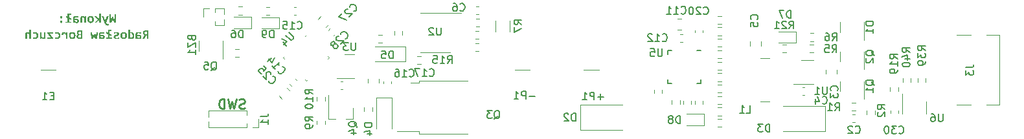
<source format=gbr>
%TF.GenerationSoftware,KiCad,Pcbnew,(7.0.0)*%
%TF.CreationDate,2023-05-08T01:10:33+02:00*%
%TF.ProjectId,Stacja Lutownicza V0.1,53746163-6a61-4204-9c75-746f776e6963,rev?*%
%TF.SameCoordinates,Original*%
%TF.FileFunction,Legend,Bot*%
%TF.FilePolarity,Positive*%
%FSLAX46Y46*%
G04 Gerber Fmt 4.6, Leading zero omitted, Abs format (unit mm)*
G04 Created by KiCad (PCBNEW (7.0.0)) date 2023-05-08 01:10:33*
%MOMM*%
%LPD*%
G01*
G04 APERTURE LIST*
%ADD10C,0.250000*%
%ADD11C,0.150000*%
%ADD12C,0.120000*%
G04 APERTURE END LIST*
D10*
G36*
X109543466Y-84837500D02*
G01*
X109791677Y-84837500D01*
X109902503Y-84476936D01*
X109942803Y-84330390D01*
X109981576Y-84480600D01*
X110090570Y-84837500D01*
X110328401Y-84837500D01*
X110390988Y-83723752D01*
X110204753Y-83723752D01*
X110178192Y-84436331D01*
X110171170Y-84631114D01*
X110120489Y-84463197D01*
X109996841Y-84055922D01*
X109863729Y-84055922D01*
X109733364Y-84494338D01*
X109691233Y-84629282D01*
X109687874Y-84455870D01*
X109659481Y-83723752D01*
X109479962Y-83723752D01*
X109543466Y-84837500D01*
G37*
G36*
X108814401Y-84732780D02*
G01*
X108820102Y-84746795D01*
X108825835Y-84760596D01*
X108831599Y-84774186D01*
X108837394Y-84787563D01*
X108843220Y-84800728D01*
X108849076Y-84813681D01*
X108854964Y-84826422D01*
X108860883Y-84838950D01*
X108866833Y-84851266D01*
X108872814Y-84863369D01*
X108878826Y-84875261D01*
X108884869Y-84886940D01*
X108890942Y-84898406D01*
X108897047Y-84909661D01*
X108903183Y-84920703D01*
X108909350Y-84931533D01*
X108915534Y-84942145D01*
X108924957Y-84957642D01*
X108934557Y-84972634D01*
X108944334Y-84987123D01*
X108954288Y-85001106D01*
X108964420Y-85014586D01*
X108974728Y-85027561D01*
X108985214Y-85040031D01*
X108995876Y-85051997D01*
X109006716Y-85063458D01*
X109017733Y-85074415D01*
X109028956Y-85084925D01*
X109040416Y-85094930D01*
X109052112Y-85104431D01*
X109064044Y-85113427D01*
X109076212Y-85121919D01*
X109088616Y-85129906D01*
X109101256Y-85137389D01*
X109114132Y-85144368D01*
X109127245Y-85150842D01*
X109140594Y-85156811D01*
X109149624Y-85160511D01*
X109163349Y-85165639D01*
X109177391Y-85170264D01*
X109191750Y-85174383D01*
X109206425Y-85177999D01*
X109221417Y-85181110D01*
X109236725Y-85183716D01*
X109252350Y-85185818D01*
X109268292Y-85187416D01*
X109284550Y-85188509D01*
X109301125Y-85189097D01*
X109312351Y-85189209D01*
X109324686Y-85189016D01*
X109337649Y-85188436D01*
X109351240Y-85187470D01*
X109359062Y-85186767D01*
X109371809Y-85185565D01*
X109384708Y-85184095D01*
X109397759Y-85182359D01*
X109410964Y-85180355D01*
X109410964Y-84993815D01*
X109399159Y-84997555D01*
X109387455Y-85001142D01*
X109375526Y-85004323D01*
X109363246Y-85006919D01*
X109359673Y-85007554D01*
X109346792Y-85009515D01*
X109333794Y-85011127D01*
X109330058Y-85011523D01*
X109317169Y-85012775D01*
X109304396Y-85013338D01*
X109301970Y-85013354D01*
X109288643Y-85012893D01*
X109275681Y-85011508D01*
X109263084Y-85009201D01*
X109250851Y-85005970D01*
X109238984Y-85001816D01*
X109235109Y-85000226D01*
X109223614Y-84994949D01*
X109212483Y-84988963D01*
X109201718Y-84982269D01*
X109191317Y-84974867D01*
X109181281Y-84966756D01*
X109178017Y-84963895D01*
X109168343Y-84954872D01*
X109159012Y-84945205D01*
X109150025Y-84934894D01*
X109141381Y-84923939D01*
X109133080Y-84912339D01*
X109130390Y-84908330D01*
X109123750Y-84898068D01*
X109117379Y-84887507D01*
X109111276Y-84876649D01*
X109105441Y-84865492D01*
X109099874Y-84854037D01*
X109094576Y-84842284D01*
X109092532Y-84837500D01*
X109438441Y-83958225D01*
X109204884Y-83958225D01*
X109023839Y-84466556D01*
X108969800Y-84617681D01*
X108916372Y-84463503D01*
X108733495Y-83958225D01*
X108508487Y-83958225D01*
X108814401Y-84732780D01*
G37*
G36*
X107837735Y-84837500D02*
G01*
X108159830Y-84401831D01*
X108159830Y-84837500D01*
X108369268Y-84837500D01*
X108369268Y-83626055D01*
X108159830Y-83626055D01*
X108159830Y-84334970D01*
X107854832Y-83958225D01*
X107592881Y-83958225D01*
X107946728Y-84358784D01*
X107563877Y-84837500D01*
X107837735Y-84837500D01*
G37*
G36*
X107050203Y-83938718D02*
G01*
X107062599Y-83938978D01*
X107074835Y-83939498D01*
X107092889Y-83940766D01*
X107110584Y-83942618D01*
X107127919Y-83945055D01*
X107144895Y-83948078D01*
X107161511Y-83951685D01*
X107177768Y-83955877D01*
X107193665Y-83960655D01*
X107209202Y-83966017D01*
X107224380Y-83971964D01*
X107234246Y-83976231D01*
X107248692Y-83983034D01*
X107262714Y-83990320D01*
X107276313Y-83998089D01*
X107289487Y-84006342D01*
X107302237Y-84015077D01*
X107314564Y-84024295D01*
X107326466Y-84033996D01*
X107337944Y-84044180D01*
X107348999Y-84054847D01*
X107359629Y-84065997D01*
X107366437Y-84073653D01*
X107376272Y-84085507D01*
X107385656Y-84097806D01*
X107394590Y-84110551D01*
X107403073Y-84123742D01*
X107411105Y-84137377D01*
X107418686Y-84151459D01*
X107425817Y-84165985D01*
X107432497Y-84180957D01*
X107438726Y-84196375D01*
X107444504Y-84212238D01*
X107449796Y-84228490D01*
X107454568Y-84245075D01*
X107458819Y-84261992D01*
X107462550Y-84279242D01*
X107465760Y-84296825D01*
X107468450Y-84314741D01*
X107469954Y-84326870D01*
X107471226Y-84339146D01*
X107472267Y-84351571D01*
X107473077Y-84364143D01*
X107473655Y-84376863D01*
X107474002Y-84389731D01*
X107474118Y-84402747D01*
X107474007Y-84416796D01*
X107473674Y-84430625D01*
X107473120Y-84444235D01*
X107472343Y-84457626D01*
X107471345Y-84470797D01*
X107470125Y-84483748D01*
X107468683Y-84496480D01*
X107467020Y-84508993D01*
X107465134Y-84521286D01*
X107463027Y-84533360D01*
X107459450Y-84551059D01*
X107455374Y-84568265D01*
X107450799Y-84584976D01*
X107445725Y-84601195D01*
X107442079Y-84611731D01*
X107436248Y-84627120D01*
X107429983Y-84642010D01*
X107423282Y-84656401D01*
X107416147Y-84670292D01*
X107408578Y-84683685D01*
X107400573Y-84696578D01*
X107392134Y-84708972D01*
X107383260Y-84720868D01*
X107373952Y-84732264D01*
X107364209Y-84743161D01*
X107357478Y-84750149D01*
X107347041Y-84760221D01*
X107336197Y-84769798D01*
X107324945Y-84778882D01*
X107313285Y-84787473D01*
X107301217Y-84795569D01*
X107288742Y-84803172D01*
X107275858Y-84810281D01*
X107262567Y-84816896D01*
X107248867Y-84823018D01*
X107234760Y-84828646D01*
X107225102Y-84832084D01*
X107210321Y-84836825D01*
X107195185Y-84841068D01*
X107179695Y-84844811D01*
X107163851Y-84848055D01*
X107147653Y-84850800D01*
X107131100Y-84853046D01*
X107114193Y-84854793D01*
X107096932Y-84856041D01*
X107079317Y-84856789D01*
X107061348Y-84857039D01*
X107054977Y-84857006D01*
X107042369Y-84856744D01*
X107029938Y-84856219D01*
X107011621Y-84854940D01*
X106993702Y-84853071D01*
X106976180Y-84850611D01*
X106959055Y-84847561D01*
X106942327Y-84843920D01*
X106925996Y-84839690D01*
X106910063Y-84834869D01*
X106894526Y-84829457D01*
X106879387Y-84823456D01*
X106869486Y-84819112D01*
X106855001Y-84812194D01*
X106840957Y-84804794D01*
X106827352Y-84796910D01*
X106814188Y-84788544D01*
X106801463Y-84779694D01*
X106789179Y-84770361D01*
X106777335Y-84760546D01*
X106765931Y-84750247D01*
X106754967Y-84739465D01*
X106744443Y-84728201D01*
X106737675Y-84720397D01*
X106727903Y-84708332D01*
X106718587Y-84695839D01*
X106709728Y-84682916D01*
X106701324Y-84669563D01*
X106693377Y-84655782D01*
X106685886Y-84641571D01*
X106678851Y-84626931D01*
X106672273Y-84611861D01*
X106666150Y-84596362D01*
X106660484Y-84580434D01*
X106656935Y-84569603D01*
X106652041Y-84553097D01*
X106647661Y-84536279D01*
X106643797Y-84519151D01*
X106640449Y-84501711D01*
X106637615Y-84483960D01*
X106635297Y-84465897D01*
X106634037Y-84453683D01*
X106633007Y-84441330D01*
X106632205Y-84428839D01*
X106631633Y-84416209D01*
X106631289Y-84403441D01*
X106631221Y-84395725D01*
X106849162Y-84395725D01*
X106849352Y-84410642D01*
X106849925Y-84425321D01*
X106850879Y-84439761D01*
X106852215Y-84453962D01*
X106853932Y-84467925D01*
X106856031Y-84481649D01*
X106858512Y-84495135D01*
X106861374Y-84508382D01*
X106862130Y-84511632D01*
X106865393Y-84524369D01*
X106869037Y-84536686D01*
X106873064Y-84548583D01*
X106877471Y-84560061D01*
X106883518Y-84573817D01*
X106890161Y-84586918D01*
X106897400Y-84599363D01*
X106900435Y-84604106D01*
X106908534Y-84615389D01*
X106917364Y-84625853D01*
X106926924Y-84635496D01*
X106937214Y-84644320D01*
X106948235Y-84652324D01*
X106959987Y-84659508D01*
X106969823Y-84664588D01*
X106982736Y-84669986D01*
X106996335Y-84674325D01*
X107010619Y-84677607D01*
X107025589Y-84679829D01*
X107038059Y-84680845D01*
X107050967Y-84681184D01*
X107062717Y-84680905D01*
X107079751Y-84679440D01*
X107096076Y-84676719D01*
X107111693Y-84672742D01*
X107126602Y-84667510D01*
X107140802Y-84661022D01*
X107154294Y-84653277D01*
X107167077Y-84644278D01*
X107179152Y-84634022D01*
X107190518Y-84622510D01*
X107201177Y-84609743D01*
X107207831Y-84600542D01*
X107217008Y-84585726D01*
X107225219Y-84569691D01*
X107230157Y-84558324D01*
X107234665Y-84546416D01*
X107238743Y-84533967D01*
X107242393Y-84520976D01*
X107245613Y-84507444D01*
X107248403Y-84493370D01*
X107250765Y-84478755D01*
X107252697Y-84463598D01*
X107254199Y-84447900D01*
X107255273Y-84431660D01*
X107255917Y-84414879D01*
X107256131Y-84397557D01*
X107255950Y-84383017D01*
X107255406Y-84368706D01*
X107254500Y-84354624D01*
X107253231Y-84340771D01*
X107251599Y-84327146D01*
X107249605Y-84313751D01*
X107247249Y-84300585D01*
X107244530Y-84287648D01*
X107241424Y-84274954D01*
X107237909Y-84262670D01*
X107233983Y-84250797D01*
X107228498Y-84236532D01*
X107222373Y-84222908D01*
X107215606Y-84209925D01*
X107208199Y-84197583D01*
X107205017Y-84192802D01*
X107196603Y-84181423D01*
X107187533Y-84170864D01*
X107177808Y-84161125D01*
X107167426Y-84152206D01*
X107156389Y-84144107D01*
X107144696Y-84136828D01*
X107142256Y-84135457D01*
X107129587Y-84129254D01*
X107116127Y-84124139D01*
X107101877Y-84120112D01*
X107089908Y-84117675D01*
X107077433Y-84115934D01*
X107064453Y-84114889D01*
X107050967Y-84114541D01*
X107038716Y-84114816D01*
X107021050Y-84116262D01*
X107004237Y-84118948D01*
X106988277Y-84122874D01*
X106973171Y-84128040D01*
X106958918Y-84134445D01*
X106945518Y-84142090D01*
X106932972Y-84150974D01*
X106921279Y-84161098D01*
X106910439Y-84172462D01*
X106900453Y-84185066D01*
X106897297Y-84189542D01*
X106888431Y-84203785D01*
X106880467Y-84219251D01*
X106873405Y-84235942D01*
X106869197Y-84247748D01*
X106865390Y-84260099D01*
X106861984Y-84272993D01*
X106858979Y-84286431D01*
X106856374Y-84300413D01*
X106854171Y-84314939D01*
X106852367Y-84330009D01*
X106850965Y-84345622D01*
X106849963Y-84361779D01*
X106849362Y-84378480D01*
X106849162Y-84395725D01*
X106631221Y-84395725D01*
X106631175Y-84390535D01*
X106631202Y-84383634D01*
X106631422Y-84369989D01*
X106631861Y-84356551D01*
X106632519Y-84343320D01*
X106633397Y-84330297D01*
X106634494Y-84317481D01*
X106635811Y-84304873D01*
X106637347Y-84292473D01*
X106639102Y-84280280D01*
X106642147Y-84262379D01*
X106645685Y-84244946D01*
X106649717Y-84227979D01*
X106654243Y-84211479D01*
X106659263Y-84195446D01*
X106662835Y-84184982D01*
X106668564Y-84169689D01*
X106674738Y-84154879D01*
X106681358Y-84140552D01*
X106688423Y-84126707D01*
X106695934Y-84113346D01*
X106703890Y-84100468D01*
X106712291Y-84088073D01*
X106721138Y-84076161D01*
X106730430Y-84064731D01*
X106740168Y-84053785D01*
X106746900Y-84046759D01*
X106757343Y-84036630D01*
X106768199Y-84026995D01*
X106779468Y-84017854D01*
X106791150Y-84009206D01*
X106803246Y-84001052D01*
X106815755Y-83993392D01*
X106828677Y-83986226D01*
X106842012Y-83979554D01*
X106855761Y-83973375D01*
X106869922Y-83967690D01*
X106879547Y-83964177D01*
X106894296Y-83959334D01*
X106909421Y-83955000D01*
X106924922Y-83951177D01*
X106940798Y-83947863D01*
X106957050Y-83945059D01*
X106973678Y-83942764D01*
X106990681Y-83940980D01*
X107008060Y-83939705D01*
X107025815Y-83938941D01*
X107043945Y-83938686D01*
X107050203Y-83938718D01*
G37*
G36*
X105935388Y-84837500D02*
G01*
X105935388Y-84260170D01*
X105935804Y-84242536D01*
X105937053Y-84226038D01*
X105939134Y-84210679D01*
X105942048Y-84196457D01*
X105945793Y-84183374D01*
X105950372Y-84171427D01*
X105958800Y-84155641D01*
X105969102Y-84142415D01*
X105981276Y-84131749D01*
X105995323Y-84123643D01*
X106011243Y-84118096D01*
X106029036Y-84115110D01*
X106041939Y-84114541D01*
X106055148Y-84115223D01*
X106068214Y-84117269D01*
X106081137Y-84120680D01*
X106093917Y-84125455D01*
X106106554Y-84131595D01*
X106119047Y-84139099D01*
X106131398Y-84147967D01*
X106143605Y-84158199D01*
X106152755Y-84166659D01*
X106162002Y-84175666D01*
X106171345Y-84185220D01*
X106180785Y-84195322D01*
X106190322Y-84205971D01*
X106199955Y-84217168D01*
X106209685Y-84228912D01*
X106219511Y-84241203D01*
X106229434Y-84254042D01*
X106239454Y-84267429D01*
X106246187Y-84276657D01*
X106246187Y-84837500D01*
X106455625Y-84837500D01*
X106455625Y-83958225D01*
X106274580Y-83958225D01*
X106269390Y-84087979D01*
X106261038Y-84077538D01*
X106252581Y-84067395D01*
X106244019Y-84057550D01*
X106235354Y-84048004D01*
X106226584Y-84038755D01*
X106217709Y-84029805D01*
X106214130Y-84026308D01*
X106204962Y-84017827D01*
X106195585Y-84009749D01*
X106186000Y-84002073D01*
X106174222Y-83993393D01*
X106162143Y-83985293D01*
X106151848Y-83978986D01*
X106139083Y-83971981D01*
X106125974Y-83965619D01*
X106112521Y-83959902D01*
X106101049Y-83955630D01*
X106089337Y-83951804D01*
X106079797Y-83949066D01*
X106067449Y-83946076D01*
X106054639Y-83943592D01*
X106041367Y-83941615D01*
X106027633Y-83940146D01*
X106013436Y-83939183D01*
X105998778Y-83938726D01*
X105992785Y-83938686D01*
X105980399Y-83938882D01*
X105964351Y-83939752D01*
X105948838Y-83941319D01*
X105933859Y-83943583D01*
X105919415Y-83946543D01*
X105905504Y-83950199D01*
X105892128Y-83954552D01*
X105879286Y-83959602D01*
X105876159Y-83960973D01*
X105863904Y-83966755D01*
X105852174Y-83973109D01*
X105840968Y-83980035D01*
X105830287Y-83987534D01*
X105820131Y-83995606D01*
X105810500Y-84004250D01*
X105801393Y-84013466D01*
X105792811Y-84023255D01*
X105784678Y-84033516D01*
X105777069Y-84044302D01*
X105769985Y-84055612D01*
X105763426Y-84067448D01*
X105757391Y-84079808D01*
X105751882Y-84092692D01*
X105746897Y-84106102D01*
X105742436Y-84120036D01*
X105738501Y-84134443D01*
X105735090Y-84149269D01*
X105732204Y-84164515D01*
X105729843Y-84180181D01*
X105728006Y-84196267D01*
X105726973Y-84208606D01*
X105726235Y-84221182D01*
X105725792Y-84233994D01*
X105725645Y-84247042D01*
X105725645Y-84837500D01*
X105935388Y-84837500D01*
G37*
G36*
X105148367Y-83938730D02*
G01*
X105164836Y-83938962D01*
X105181193Y-83939392D01*
X105197437Y-83940021D01*
X105213568Y-83940848D01*
X105229587Y-83941874D01*
X105245493Y-83943098D01*
X105261286Y-83944521D01*
X105276966Y-83946143D01*
X105292534Y-83947963D01*
X105307989Y-83949982D01*
X105318142Y-83951379D01*
X105333089Y-83953558D01*
X105347698Y-83955840D01*
X105361969Y-83958224D01*
X105375901Y-83960709D01*
X105389496Y-83963297D01*
X105402753Y-83965987D01*
X105415671Y-83968778D01*
X105428251Y-83971672D01*
X105440494Y-83974667D01*
X105452398Y-83977765D01*
X105452398Y-84153620D01*
X105443564Y-84150196D01*
X105430247Y-84145243D01*
X105416849Y-84140511D01*
X105403371Y-84135998D01*
X105389812Y-84131706D01*
X105376172Y-84127633D01*
X105362453Y-84123781D01*
X105348652Y-84120149D01*
X105334771Y-84116736D01*
X105320810Y-84113544D01*
X105306768Y-84110572D01*
X105297372Y-84108686D01*
X105283246Y-84106086D01*
X105269082Y-84103760D01*
X105254881Y-84101707D01*
X105240642Y-84099928D01*
X105226366Y-84098422D01*
X105212052Y-84097191D01*
X105197701Y-84096233D01*
X105183312Y-84095549D01*
X105168886Y-84095138D01*
X105154422Y-84095001D01*
X105139537Y-84095247D01*
X105125412Y-84095985D01*
X105112047Y-84097215D01*
X105099443Y-84098937D01*
X105085322Y-84101652D01*
X105072295Y-84105076D01*
X105062106Y-84108433D01*
X105050685Y-84113013D01*
X105038474Y-84119115D01*
X105027461Y-84126036D01*
X105017646Y-84133775D01*
X105016340Y-84134947D01*
X105006714Y-84144903D01*
X104998537Y-84155889D01*
X104991811Y-84167905D01*
X104987115Y-84179265D01*
X104984897Y-84186006D01*
X104981727Y-84198284D01*
X104979462Y-84211175D01*
X104978104Y-84224680D01*
X104977651Y-84238799D01*
X104977651Y-84290396D01*
X105091834Y-84290396D01*
X105098562Y-84290417D01*
X105111855Y-84290589D01*
X105124930Y-84290932D01*
X105137789Y-84291447D01*
X105150430Y-84292134D01*
X105162855Y-84292993D01*
X105181084Y-84294603D01*
X105198826Y-84296599D01*
X105216079Y-84298982D01*
X105232843Y-84301751D01*
X105249119Y-84304907D01*
X105264907Y-84308449D01*
X105280207Y-84312377D01*
X105290140Y-84315190D01*
X105304650Y-84319649D01*
X105318694Y-84324399D01*
X105332271Y-84329438D01*
X105345381Y-84334767D01*
X105358024Y-84340386D01*
X105370200Y-84346295D01*
X105381909Y-84352493D01*
X105393151Y-84358981D01*
X105403926Y-84365760D01*
X105414235Y-84372827D01*
X105427167Y-84382683D01*
X105439251Y-84393016D01*
X105450485Y-84403825D01*
X105460870Y-84415112D01*
X105470406Y-84426876D01*
X105479093Y-84439117D01*
X105486931Y-84451834D01*
X105493919Y-84465029D01*
X105500073Y-84478539D01*
X105505406Y-84492354D01*
X105509919Y-84506474D01*
X105513611Y-84520900D01*
X105516483Y-84535631D01*
X105518534Y-84550667D01*
X105519765Y-84566008D01*
X105520175Y-84581655D01*
X105519903Y-84596834D01*
X105519088Y-84611689D01*
X105517728Y-84626220D01*
X105515825Y-84640426D01*
X105513378Y-84654308D01*
X105510386Y-84667865D01*
X105506852Y-84681098D01*
X105502773Y-84694007D01*
X105498088Y-84706448D01*
X105492889Y-84718431D01*
X105487174Y-84729956D01*
X105480944Y-84741024D01*
X105474198Y-84751633D01*
X105466938Y-84761784D01*
X105459162Y-84771478D01*
X105450871Y-84780713D01*
X105441994Y-84789471D01*
X105432610Y-84797734D01*
X105422721Y-84805500D01*
X105412327Y-84812770D01*
X105401427Y-84819544D01*
X105390021Y-84825822D01*
X105378109Y-84831603D01*
X105365692Y-84836889D01*
X105362508Y-84838129D01*
X105349452Y-84842694D01*
X105335880Y-84846629D01*
X105321793Y-84849935D01*
X105307191Y-84852611D01*
X105292074Y-84854658D01*
X105276441Y-84856075D01*
X105260293Y-84856862D01*
X105247845Y-84857039D01*
X105238469Y-84856950D01*
X105226185Y-84856557D01*
X105211179Y-84855622D01*
X105196561Y-84854195D01*
X105182331Y-84852277D01*
X105168488Y-84849866D01*
X105155032Y-84846964D01*
X105149716Y-84845709D01*
X105136654Y-84842281D01*
X105123920Y-84838434D01*
X105111514Y-84834171D01*
X105099436Y-84829490D01*
X105087686Y-84824392D01*
X105076264Y-84818876D01*
X105065155Y-84813002D01*
X105054344Y-84806831D01*
X105043831Y-84800361D01*
X105033617Y-84793593D01*
X105021753Y-84785078D01*
X105010318Y-84776133D01*
X105006551Y-84773023D01*
X104997226Y-84765081D01*
X104988036Y-84756899D01*
X104978980Y-84748480D01*
X104970058Y-84739821D01*
X104961270Y-84730925D01*
X104952616Y-84721789D01*
X104947426Y-84837500D01*
X104768213Y-84837500D01*
X104768213Y-84446711D01*
X104977651Y-84446711D01*
X104977651Y-84570664D01*
X104988215Y-84582147D01*
X104998613Y-84593125D01*
X105008845Y-84603599D01*
X105018910Y-84613569D01*
X105028809Y-84623034D01*
X105038541Y-84631994D01*
X105048107Y-84640451D01*
X105057507Y-84648402D01*
X105069781Y-84658220D01*
X105081759Y-84667140D01*
X105093461Y-84675011D01*
X105105058Y-84681833D01*
X105116550Y-84687605D01*
X105130767Y-84693344D01*
X105144820Y-84697444D01*
X105158709Y-84699904D01*
X105172435Y-84700724D01*
X105176112Y-84700695D01*
X105190340Y-84700000D01*
X105203795Y-84698381D01*
X105216477Y-84695836D01*
X105228386Y-84692366D01*
X105242186Y-84686726D01*
X105254778Y-84679641D01*
X105266163Y-84671109D01*
X105276014Y-84661199D01*
X105284195Y-84649976D01*
X105290706Y-84637442D01*
X105295548Y-84623596D01*
X105298220Y-84611575D01*
X105299822Y-84598714D01*
X105300357Y-84585013D01*
X105299689Y-84571160D01*
X105297685Y-84557689D01*
X105294346Y-84544599D01*
X105289671Y-84531891D01*
X105288287Y-84528785D01*
X105281770Y-84516840D01*
X105273689Y-84505658D01*
X105265335Y-84496500D01*
X105255782Y-84487927D01*
X105244974Y-84479906D01*
X105232850Y-84472675D01*
X105221412Y-84467104D01*
X105209008Y-84462113D01*
X105195638Y-84457702D01*
X105186149Y-84455126D01*
X105173578Y-84452389D01*
X105160216Y-84450189D01*
X105146065Y-84448525D01*
X105131123Y-84447398D01*
X105118601Y-84446883D01*
X105105573Y-84446711D01*
X104977651Y-84446711D01*
X104768213Y-84446711D01*
X104768213Y-84236662D01*
X104768234Y-84232024D01*
X104768551Y-84218330D01*
X104769250Y-84204962D01*
X104770329Y-84191922D01*
X104771790Y-84179209D01*
X104773632Y-84166824D01*
X104776680Y-84150819D01*
X104780406Y-84135397D01*
X104784809Y-84120556D01*
X104789889Y-84106297D01*
X104795604Y-84092621D01*
X104802063Y-84079526D01*
X104809266Y-84067013D01*
X104817214Y-84055083D01*
X104825905Y-84043734D01*
X104835341Y-84032967D01*
X104845521Y-84022783D01*
X104856445Y-84013180D01*
X104868052Y-84004159D01*
X104880431Y-83995720D01*
X104893583Y-83987864D01*
X104907507Y-83980589D01*
X104922205Y-83973896D01*
X104933735Y-83969258D01*
X104945700Y-83964948D01*
X104958100Y-83960965D01*
X104970934Y-83957309D01*
X104979706Y-83955054D01*
X104993270Y-83951944D01*
X105007323Y-83949162D01*
X105021864Y-83946706D01*
X105036893Y-83944578D01*
X105052411Y-83942778D01*
X105068417Y-83941305D01*
X105084911Y-83940159D01*
X105101894Y-83939341D01*
X105119365Y-83938850D01*
X105137325Y-83938686D01*
X105148367Y-83938730D01*
G37*
G36*
X104478480Y-84251317D02*
G01*
X104251944Y-84138660D01*
X104251944Y-83782370D01*
X104498324Y-83782370D01*
X104498324Y-83626055D01*
X104037011Y-83626055D01*
X104037011Y-84031498D01*
X103810475Y-83919146D01*
X103810475Y-84114541D01*
X104037011Y-84227198D01*
X104037011Y-84681184D01*
X103785440Y-84681184D01*
X103785440Y-84837500D01*
X104528244Y-84837500D01*
X104528244Y-84681184D01*
X104251944Y-84681184D01*
X104251944Y-84334054D01*
X104478480Y-84446711D01*
X104478480Y-84251317D01*
G37*
G36*
X103208417Y-83958225D02*
G01*
X103194329Y-83958810D01*
X103180651Y-83960563D01*
X103167381Y-83963485D01*
X103154521Y-83967575D01*
X103147356Y-83970437D01*
X103135314Y-83976218D01*
X103124031Y-83982876D01*
X103113508Y-83990410D01*
X103103745Y-83998821D01*
X103098507Y-84004021D01*
X103089848Y-84013602D01*
X103082037Y-84023914D01*
X103075072Y-84034957D01*
X103068955Y-84046730D01*
X103065840Y-84053785D01*
X103061082Y-84066502D01*
X103057492Y-84079539D01*
X103055071Y-84092898D01*
X103053819Y-84106579D01*
X103053628Y-84114541D01*
X103054057Y-84126755D01*
X103055643Y-84140626D01*
X103058398Y-84154087D01*
X103062322Y-84167139D01*
X103065840Y-84176212D01*
X103071473Y-84188388D01*
X103077953Y-84199804D01*
X103085281Y-84210460D01*
X103093456Y-84220357D01*
X103098507Y-84225671D01*
X103107837Y-84234345D01*
X103117925Y-84242200D01*
X103128774Y-84249238D01*
X103140382Y-84255457D01*
X103147356Y-84258644D01*
X103159983Y-84263402D01*
X103173018Y-84266992D01*
X103186463Y-84269413D01*
X103200317Y-84270665D01*
X103208417Y-84270856D01*
X103222371Y-84270272D01*
X103235916Y-84268519D01*
X103249051Y-84265597D01*
X103261778Y-84261506D01*
X103268867Y-84258644D01*
X103280700Y-84252892D01*
X103291891Y-84246322D01*
X103302439Y-84238934D01*
X103312344Y-84230728D01*
X103317715Y-84225671D01*
X103326508Y-84216209D01*
X103334453Y-84205986D01*
X103341551Y-84195004D01*
X103347802Y-84183263D01*
X103350994Y-84176212D01*
X103355633Y-84163452D01*
X103359133Y-84150283D01*
X103361493Y-84136704D01*
X103362714Y-84122717D01*
X103362900Y-84114541D01*
X103362331Y-84100676D01*
X103360621Y-84087134D01*
X103357772Y-84073912D01*
X103353784Y-84061012D01*
X103350994Y-84053785D01*
X103345227Y-84041595D01*
X103338613Y-84030135D01*
X103331152Y-84019406D01*
X103322844Y-84009407D01*
X103317715Y-84004021D01*
X103308178Y-83995109D01*
X103297997Y-83987074D01*
X103287174Y-83979916D01*
X103275708Y-83973634D01*
X103268867Y-83970437D01*
X103256374Y-83965679D01*
X103243472Y-83962089D01*
X103230161Y-83959668D01*
X103216440Y-83958416D01*
X103208417Y-83958225D01*
G37*
G36*
X103208417Y-84544408D02*
G01*
X103194329Y-84544992D01*
X103180651Y-84546746D01*
X103167381Y-84549667D01*
X103154521Y-84553758D01*
X103147356Y-84556620D01*
X103135314Y-84562372D01*
X103124031Y-84568942D01*
X103113508Y-84576330D01*
X103103745Y-84584536D01*
X103098507Y-84589593D01*
X103089848Y-84599056D01*
X103082037Y-84609278D01*
X103075072Y-84620260D01*
X103068955Y-84632002D01*
X103065840Y-84639052D01*
X103061082Y-84651768D01*
X103057492Y-84664806D01*
X103055071Y-84678165D01*
X103053819Y-84691846D01*
X103053628Y-84699808D01*
X103054057Y-84712022D01*
X103055643Y-84725893D01*
X103058398Y-84739354D01*
X103062322Y-84752406D01*
X103065840Y-84761479D01*
X103071473Y-84773684D01*
X103077953Y-84785188D01*
X103085281Y-84795990D01*
X103093456Y-84806091D01*
X103098507Y-84811549D01*
X103107837Y-84820341D01*
X103117925Y-84828287D01*
X103128774Y-84835385D01*
X103140382Y-84841635D01*
X103147356Y-84844827D01*
X103159983Y-84849585D01*
X103173018Y-84853175D01*
X103186463Y-84855596D01*
X103200317Y-84856848D01*
X103208417Y-84857039D01*
X103222371Y-84856455D01*
X103235916Y-84854701D01*
X103249051Y-84851780D01*
X103261778Y-84847689D01*
X103268867Y-84844827D01*
X103280700Y-84839060D01*
X103291891Y-84832446D01*
X103302439Y-84824985D01*
X103312344Y-84816677D01*
X103317715Y-84811549D01*
X103326508Y-84801848D01*
X103334453Y-84791446D01*
X103341551Y-84780343D01*
X103347802Y-84768539D01*
X103350994Y-84761479D01*
X103355633Y-84748719D01*
X103359133Y-84735550D01*
X103361493Y-84721971D01*
X103362714Y-84707984D01*
X103362900Y-84699808D01*
X103362331Y-84685943D01*
X103360621Y-84672401D01*
X103357772Y-84659179D01*
X103353784Y-84646279D01*
X103350994Y-84639052D01*
X103345227Y-84626876D01*
X103338613Y-84615460D01*
X103331152Y-84604804D01*
X103322844Y-84594907D01*
X103317715Y-84589593D01*
X103308178Y-84580919D01*
X103297997Y-84573064D01*
X103287174Y-84566026D01*
X103275708Y-84559807D01*
X103268867Y-84556620D01*
X103256374Y-84551862D01*
X103243472Y-84548272D01*
X103230161Y-84545851D01*
X103216440Y-84544599D01*
X103208417Y-84544408D01*
G37*
G36*
X114633486Y-86937500D02*
G01*
X114422216Y-86937500D01*
X114422216Y-86468553D01*
X114381916Y-86468553D01*
X114378552Y-86468579D01*
X114365372Y-86469202D01*
X114352630Y-86470654D01*
X114340328Y-86472937D01*
X114328464Y-86476050D01*
X114314251Y-86481108D01*
X114300724Y-86487463D01*
X114287883Y-86495115D01*
X114282953Y-86498497D01*
X114271232Y-86507829D01*
X114260377Y-86518413D01*
X114252315Y-86527782D01*
X114244806Y-86537953D01*
X114237851Y-86548924D01*
X114231449Y-86560698D01*
X114225601Y-86573272D01*
X114067759Y-86937500D01*
X113819547Y-86937500D01*
X113999066Y-86557702D01*
X114001203Y-86553196D01*
X114007619Y-86540099D01*
X114014040Y-86527636D01*
X114020467Y-86515806D01*
X114026899Y-86504609D01*
X114033336Y-86494046D01*
X114041927Y-86480947D01*
X114050528Y-86468973D01*
X114059139Y-86458125D01*
X114067759Y-86448403D01*
X114072060Y-86443935D01*
X114083055Y-86433733D01*
X114094392Y-86424919D01*
X114106072Y-86417490D01*
X114118095Y-86411448D01*
X114130460Y-86406793D01*
X114143169Y-86403524D01*
X114130012Y-86401191D01*
X114117104Y-86398467D01*
X114104443Y-86395352D01*
X114092030Y-86391846D01*
X114079866Y-86387948D01*
X114067950Y-86383660D01*
X114056281Y-86378980D01*
X114044861Y-86373909D01*
X114036502Y-86369844D01*
X114025706Y-86364065D01*
X114012776Y-86356264D01*
X114000471Y-86347821D01*
X113988793Y-86338738D01*
X113977740Y-86329014D01*
X113967314Y-86318649D01*
X113959376Y-86309896D01*
X113950098Y-86298377D01*
X113941535Y-86286217D01*
X113933688Y-86273416D01*
X113926556Y-86259974D01*
X113921366Y-86248759D01*
X113916634Y-86237133D01*
X113912412Y-86225088D01*
X113908753Y-86212613D01*
X113905657Y-86199710D01*
X113903124Y-86186376D01*
X113901154Y-86172614D01*
X113899746Y-86158422D01*
X113899390Y-86152259D01*
X114119966Y-86152259D01*
X114120027Y-86157072D01*
X114120939Y-86171111D01*
X114122946Y-86184549D01*
X114126048Y-86197386D01*
X114130245Y-86209622D01*
X114135536Y-86221257D01*
X114137496Y-86224960D01*
X114143989Y-86235626D01*
X114151406Y-86245626D01*
X114159746Y-86254960D01*
X114169009Y-86263629D01*
X114179195Y-86271632D01*
X114186474Y-86276517D01*
X114198073Y-86283272D01*
X114210488Y-86289340D01*
X114223719Y-86294721D01*
X114235367Y-86298680D01*
X114247583Y-86302163D01*
X114252581Y-86303383D01*
X114265400Y-86306089D01*
X114278681Y-86308302D01*
X114292424Y-86310024D01*
X114306629Y-86311254D01*
X114321296Y-86311992D01*
X114336426Y-86312238D01*
X114422216Y-86312238D01*
X114422216Y-85999607D01*
X114329404Y-85999607D01*
X114316519Y-85999747D01*
X114304045Y-86000165D01*
X114286102Y-86001316D01*
X114269083Y-86003095D01*
X114252986Y-86005502D01*
X114237813Y-86008537D01*
X114223563Y-86012200D01*
X114210235Y-86016490D01*
X114197831Y-86021409D01*
X114186350Y-86026955D01*
X114172478Y-86035327D01*
X114169247Y-86037586D01*
X114157350Y-86047520D01*
X114147094Y-86058895D01*
X114138478Y-86071711D01*
X114131504Y-86085967D01*
X114127350Y-86097605D01*
X114124120Y-86110053D01*
X114121812Y-86123311D01*
X114120427Y-86137380D01*
X114119966Y-86152259D01*
X113899390Y-86152259D01*
X113898902Y-86143801D01*
X113898621Y-86128750D01*
X113898733Y-86118319D01*
X113899321Y-86103052D01*
X113900414Y-86088240D01*
X113902012Y-86073885D01*
X113904114Y-86059987D01*
X113906720Y-86046544D01*
X113909831Y-86033558D01*
X113913446Y-86021027D01*
X113917566Y-86008953D01*
X113922190Y-85997335D01*
X113927319Y-85986174D01*
X113934880Y-85971867D01*
X113943214Y-85958257D01*
X113952321Y-85945344D01*
X113962200Y-85933127D01*
X113972852Y-85921607D01*
X113984277Y-85910783D01*
X113996475Y-85900655D01*
X114009446Y-85891224D01*
X114016174Y-85886764D01*
X114026598Y-85880378D01*
X114037419Y-85874356D01*
X114048637Y-85868700D01*
X114060253Y-85863408D01*
X114072265Y-85858482D01*
X114084675Y-85853920D01*
X114097481Y-85849723D01*
X114110685Y-85845891D01*
X114124286Y-85842425D01*
X114138284Y-85839323D01*
X114147778Y-85837437D01*
X114162274Y-85834837D01*
X114177077Y-85832511D01*
X114192185Y-85830458D01*
X114207599Y-85828679D01*
X114223318Y-85827173D01*
X114239344Y-85825942D01*
X114255676Y-85824984D01*
X114272313Y-85824300D01*
X114289257Y-85823889D01*
X114306506Y-85823752D01*
X114633486Y-85823752D01*
X114633486Y-86937500D01*
G37*
G36*
X113317679Y-86038730D02*
G01*
X113334149Y-86038962D01*
X113350505Y-86039392D01*
X113366749Y-86040021D01*
X113382881Y-86040848D01*
X113398899Y-86041874D01*
X113414805Y-86043098D01*
X113430598Y-86044521D01*
X113446279Y-86046143D01*
X113461847Y-86047963D01*
X113477302Y-86049982D01*
X113487454Y-86051379D01*
X113502401Y-86053558D01*
X113517010Y-86055840D01*
X113531281Y-86058224D01*
X113545214Y-86060709D01*
X113558809Y-86063297D01*
X113572065Y-86065987D01*
X113584984Y-86068778D01*
X113597564Y-86071672D01*
X113609806Y-86074667D01*
X113621710Y-86077765D01*
X113621710Y-86253620D01*
X113612877Y-86250196D01*
X113599559Y-86245243D01*
X113586162Y-86240511D01*
X113572683Y-86235998D01*
X113559124Y-86231706D01*
X113545485Y-86227633D01*
X113531765Y-86223781D01*
X113517965Y-86220149D01*
X113504084Y-86216736D01*
X113490122Y-86213544D01*
X113476081Y-86210572D01*
X113466684Y-86208686D01*
X113452558Y-86206086D01*
X113438395Y-86203760D01*
X113424194Y-86201707D01*
X113409955Y-86199928D01*
X113395679Y-86198422D01*
X113381365Y-86197191D01*
X113367014Y-86196233D01*
X113352625Y-86195549D01*
X113338198Y-86195138D01*
X113323734Y-86195001D01*
X113308849Y-86195247D01*
X113294724Y-86195985D01*
X113281360Y-86197215D01*
X113268756Y-86198937D01*
X113254634Y-86201652D01*
X113241607Y-86205076D01*
X113231418Y-86208433D01*
X113219998Y-86213013D01*
X113207787Y-86219115D01*
X113196773Y-86226036D01*
X113186958Y-86233775D01*
X113185653Y-86234947D01*
X113176026Y-86244903D01*
X113167850Y-86255889D01*
X113161124Y-86267905D01*
X113156428Y-86279265D01*
X113154209Y-86286006D01*
X113151039Y-86298284D01*
X113148775Y-86311175D01*
X113147416Y-86324680D01*
X113146963Y-86338799D01*
X113146963Y-86390396D01*
X113261147Y-86390396D01*
X113267875Y-86390417D01*
X113281167Y-86390589D01*
X113294243Y-86390932D01*
X113307101Y-86391447D01*
X113319743Y-86392134D01*
X113332167Y-86392993D01*
X113350397Y-86394603D01*
X113368138Y-86396599D01*
X113385391Y-86398982D01*
X113402156Y-86401751D01*
X113418432Y-86404907D01*
X113434220Y-86408449D01*
X113449519Y-86412377D01*
X113459452Y-86415190D01*
X113473963Y-86419649D01*
X113488006Y-86424399D01*
X113501583Y-86429438D01*
X113514693Y-86434767D01*
X113527336Y-86440386D01*
X113539512Y-86446295D01*
X113551221Y-86452493D01*
X113562464Y-86458981D01*
X113573239Y-86465760D01*
X113583547Y-86472827D01*
X113596480Y-86482683D01*
X113608563Y-86493016D01*
X113619797Y-86503825D01*
X113630182Y-86515112D01*
X113639718Y-86526876D01*
X113648405Y-86539117D01*
X113656243Y-86551834D01*
X113663232Y-86565029D01*
X113669385Y-86578539D01*
X113674719Y-86592354D01*
X113679231Y-86606474D01*
X113682924Y-86620900D01*
X113685795Y-86635631D01*
X113687847Y-86650667D01*
X113689077Y-86666008D01*
X113689488Y-86681655D01*
X113689216Y-86696834D01*
X113688400Y-86711689D01*
X113687041Y-86726220D01*
X113685137Y-86740426D01*
X113682690Y-86754308D01*
X113679699Y-86767865D01*
X113676164Y-86781098D01*
X113672085Y-86794007D01*
X113667401Y-86806448D01*
X113662201Y-86818431D01*
X113656486Y-86829956D01*
X113650256Y-86841024D01*
X113643511Y-86851633D01*
X113636250Y-86861784D01*
X113628475Y-86871478D01*
X113620184Y-86880713D01*
X113611306Y-86889471D01*
X113601923Y-86897734D01*
X113592034Y-86905500D01*
X113581639Y-86912770D01*
X113570739Y-86919544D01*
X113559333Y-86925822D01*
X113547421Y-86931603D01*
X113535004Y-86936889D01*
X113531820Y-86938129D01*
X113518764Y-86942694D01*
X113505192Y-86946629D01*
X113491105Y-86949935D01*
X113476503Y-86952611D01*
X113461386Y-86954658D01*
X113445753Y-86956075D01*
X113429606Y-86956862D01*
X113417157Y-86957039D01*
X113407781Y-86956950D01*
X113395498Y-86956557D01*
X113380492Y-86955622D01*
X113365874Y-86954195D01*
X113351643Y-86952277D01*
X113337800Y-86949866D01*
X113324345Y-86946964D01*
X113319028Y-86945709D01*
X113305966Y-86942281D01*
X113293232Y-86938434D01*
X113280826Y-86934171D01*
X113268748Y-86929490D01*
X113256998Y-86924392D01*
X113245576Y-86918876D01*
X113234467Y-86913002D01*
X113223656Y-86906831D01*
X113213144Y-86900361D01*
X113202929Y-86893593D01*
X113191065Y-86885078D01*
X113179631Y-86876133D01*
X113175863Y-86873023D01*
X113166539Y-86865081D01*
X113157348Y-86856899D01*
X113148292Y-86848480D01*
X113139370Y-86839821D01*
X113130582Y-86830925D01*
X113121928Y-86821789D01*
X113116738Y-86937500D01*
X112937525Y-86937500D01*
X112937525Y-86546711D01*
X113146963Y-86546711D01*
X113146963Y-86670664D01*
X113157528Y-86682147D01*
X113167925Y-86693125D01*
X113178157Y-86703599D01*
X113188222Y-86713569D01*
X113198121Y-86723034D01*
X113207853Y-86731994D01*
X113217420Y-86740451D01*
X113226819Y-86748402D01*
X113239093Y-86758220D01*
X113251072Y-86767140D01*
X113262774Y-86775011D01*
X113274370Y-86781833D01*
X113285862Y-86787605D01*
X113300079Y-86793344D01*
X113314132Y-86797444D01*
X113328022Y-86799904D01*
X113341747Y-86800724D01*
X113345425Y-86800695D01*
X113359652Y-86800000D01*
X113373107Y-86798381D01*
X113385789Y-86795836D01*
X113397698Y-86792366D01*
X113411498Y-86786726D01*
X113424090Y-86779641D01*
X113435475Y-86771109D01*
X113445326Y-86761199D01*
X113453507Y-86749976D01*
X113460019Y-86737442D01*
X113464861Y-86723596D01*
X113467532Y-86711575D01*
X113469135Y-86698714D01*
X113469669Y-86685013D01*
X113469001Y-86671160D01*
X113466998Y-86657689D01*
X113463658Y-86644599D01*
X113458984Y-86631891D01*
X113457599Y-86628785D01*
X113451083Y-86616840D01*
X113443002Y-86605658D01*
X113434647Y-86596500D01*
X113425095Y-86587927D01*
X113414286Y-86579906D01*
X113402162Y-86572675D01*
X113390724Y-86567104D01*
X113378320Y-86562113D01*
X113364950Y-86557702D01*
X113355462Y-86555126D01*
X113342890Y-86552389D01*
X113329529Y-86550189D01*
X113315377Y-86548525D01*
X113300436Y-86547398D01*
X113287913Y-86546883D01*
X113274885Y-86546711D01*
X113146963Y-86546711D01*
X112937525Y-86546711D01*
X112937525Y-86336662D01*
X112937546Y-86332024D01*
X112937864Y-86318330D01*
X112938562Y-86304962D01*
X112939642Y-86291922D01*
X112941103Y-86279209D01*
X112942944Y-86266824D01*
X112945992Y-86250819D01*
X112949718Y-86235397D01*
X112954121Y-86220556D01*
X112959202Y-86206297D01*
X112964916Y-86192621D01*
X112971376Y-86179526D01*
X112978579Y-86167013D01*
X112986526Y-86155083D01*
X112995218Y-86143734D01*
X113004654Y-86132967D01*
X113014834Y-86122783D01*
X113025758Y-86113180D01*
X113037364Y-86104159D01*
X113049743Y-86095720D01*
X113062895Y-86087864D01*
X113076820Y-86080589D01*
X113091517Y-86073896D01*
X113103048Y-86069258D01*
X113115013Y-86064948D01*
X113127412Y-86060965D01*
X113140247Y-86057309D01*
X113149018Y-86055054D01*
X113162582Y-86051944D01*
X113176635Y-86049162D01*
X113191176Y-86046706D01*
X113206205Y-86044578D01*
X113221723Y-86042778D01*
X113237729Y-86041305D01*
X113254224Y-86040159D01*
X113271206Y-86039341D01*
X113288677Y-86038850D01*
X113306637Y-86038686D01*
X113317679Y-86038730D01*
G37*
G36*
X112182509Y-86053951D02*
G01*
X112190710Y-86051912D01*
X112202817Y-86049257D01*
X112215654Y-86046836D01*
X112229222Y-86044649D01*
X112241433Y-86042960D01*
X112245553Y-86042442D01*
X112257900Y-86041090D01*
X112270226Y-86040038D01*
X112282530Y-86039287D01*
X112294812Y-86038836D01*
X112307073Y-86038686D01*
X112319115Y-86038797D01*
X112336967Y-86039379D01*
X112354567Y-86040460D01*
X112371915Y-86042041D01*
X112389010Y-86044120D01*
X112405853Y-86046699D01*
X112422445Y-86049777D01*
X112438783Y-86053354D01*
X112454870Y-86057430D01*
X112470704Y-86062005D01*
X112486286Y-86067079D01*
X112496503Y-86070709D01*
X112511502Y-86076602D01*
X112526109Y-86083031D01*
X112540325Y-86089997D01*
X112554148Y-86097500D01*
X112567580Y-86105539D01*
X112580620Y-86114115D01*
X112593269Y-86123227D01*
X112605525Y-86132877D01*
X112617390Y-86143063D01*
X112628863Y-86153785D01*
X112636279Y-86161232D01*
X112647017Y-86172849D01*
X112657295Y-86185003D01*
X112667110Y-86197693D01*
X112676464Y-86210920D01*
X112685357Y-86224684D01*
X112693788Y-86238984D01*
X112701757Y-86253821D01*
X112709265Y-86269195D01*
X112716312Y-86285105D01*
X112722897Y-86301552D01*
X112724982Y-86307156D01*
X112730839Y-86324345D01*
X112734413Y-86336121D01*
X112737723Y-86348149D01*
X112740768Y-86360430D01*
X112743548Y-86372965D01*
X112746063Y-86385752D01*
X112748313Y-86398791D01*
X112750299Y-86412084D01*
X112752020Y-86425629D01*
X112753476Y-86439428D01*
X112754667Y-86453479D01*
X112755594Y-86467783D01*
X112756256Y-86482340D01*
X112756653Y-86497149D01*
X112756785Y-86512212D01*
X112756764Y-86518547D01*
X112756597Y-86531108D01*
X112756264Y-86543520D01*
X112755450Y-86561862D01*
X112754260Y-86579870D01*
X112752695Y-86597546D01*
X112750754Y-86614890D01*
X112748437Y-86631900D01*
X112745745Y-86648578D01*
X112742677Y-86664923D01*
X112739233Y-86680935D01*
X112735414Y-86696615D01*
X112732631Y-86706822D01*
X112728178Y-86721771D01*
X112723393Y-86736285D01*
X112718275Y-86750365D01*
X112712824Y-86764010D01*
X112707041Y-86777220D01*
X112700924Y-86789995D01*
X112694475Y-86802336D01*
X112687694Y-86814242D01*
X112680579Y-86825713D01*
X112673132Y-86836749D01*
X112667944Y-86843860D01*
X112659885Y-86854140D01*
X112651494Y-86863960D01*
X112642769Y-86873317D01*
X112633712Y-86882213D01*
X112624322Y-86890648D01*
X112614600Y-86898621D01*
X112604544Y-86906133D01*
X112594156Y-86913183D01*
X112583436Y-86919771D01*
X112572382Y-86925898D01*
X112564797Y-86929669D01*
X112553169Y-86934869D01*
X112541241Y-86939522D01*
X112529012Y-86943628D01*
X112516483Y-86947186D01*
X112503653Y-86950196D01*
X112490522Y-86952660D01*
X112477091Y-86954576D01*
X112463360Y-86955944D01*
X112449328Y-86956765D01*
X112434995Y-86957039D01*
X112429227Y-86956997D01*
X112415087Y-86956528D01*
X112401350Y-86955536D01*
X112388015Y-86954023D01*
X112375083Y-86951988D01*
X112362553Y-86949432D01*
X112350426Y-86946353D01*
X112340890Y-86943548D01*
X112329198Y-86939666D01*
X112317760Y-86935367D01*
X112304368Y-86929657D01*
X112291342Y-86923346D01*
X112278680Y-86916434D01*
X112268297Y-86910222D01*
X112256133Y-86902236D01*
X112244290Y-86893671D01*
X112234667Y-86886090D01*
X112225268Y-86878108D01*
X112216093Y-86869722D01*
X112212436Y-86866265D01*
X112203358Y-86857423D01*
X112194368Y-86848298D01*
X112185469Y-86838890D01*
X112176658Y-86829199D01*
X112167938Y-86819224D01*
X112159306Y-86808967D01*
X112154116Y-86937500D01*
X111972766Y-86937500D01*
X111972766Y-86614183D01*
X112182509Y-86614183D01*
X112189242Y-86623749D01*
X112199255Y-86637619D01*
X112209166Y-86650915D01*
X112218976Y-86663637D01*
X112228683Y-86675784D01*
X112238288Y-86687357D01*
X112247792Y-86698356D01*
X112257193Y-86708781D01*
X112266493Y-86718631D01*
X112275690Y-86727908D01*
X112284786Y-86736610D01*
X112296850Y-86747057D01*
X112309077Y-86756111D01*
X112321465Y-86763772D01*
X112334016Y-86770040D01*
X112346729Y-86774916D01*
X112359604Y-86778398D01*
X112372642Y-86780488D01*
X112385842Y-86781184D01*
X112388086Y-86781169D01*
X112401238Y-86780439D01*
X112413853Y-86778614D01*
X112425931Y-86775695D01*
X112437473Y-86771681D01*
X112450261Y-86765614D01*
X112453774Y-86763596D01*
X112463885Y-86756683D01*
X112473352Y-86748483D01*
X112482174Y-86738995D01*
X112490353Y-86728219D01*
X112497888Y-86716154D01*
X112503675Y-86705007D01*
X112509015Y-86692935D01*
X112513907Y-86679938D01*
X112518353Y-86666018D01*
X112521587Y-86654216D01*
X112524535Y-86641823D01*
X112527197Y-86628838D01*
X112527798Y-86625496D01*
X112530012Y-86611700D01*
X112531920Y-86597217D01*
X112533523Y-86582047D01*
X112534820Y-86566191D01*
X112535593Y-86553847D01*
X112536194Y-86541118D01*
X112536623Y-86528002D01*
X112536881Y-86514499D01*
X112536967Y-86500610D01*
X112536833Y-86487507D01*
X112536430Y-86474646D01*
X112535759Y-86462026D01*
X112534820Y-86449648D01*
X112533150Y-86433520D01*
X112531004Y-86417820D01*
X112528380Y-86402550D01*
X112525279Y-86387710D01*
X112521702Y-86373299D01*
X112517604Y-86359374D01*
X112513096Y-86345993D01*
X112508178Y-86333156D01*
X112502849Y-86320863D01*
X112497110Y-86309113D01*
X112490961Y-86297908D01*
X112484402Y-86287246D01*
X112477433Y-86277128D01*
X112473763Y-86272275D01*
X112464203Y-86260759D01*
X112454091Y-86250123D01*
X112443428Y-86240366D01*
X112432213Y-86231489D01*
X112420447Y-86223491D01*
X112408129Y-86216372D01*
X112397891Y-86211364D01*
X112384639Y-86206042D01*
X112370879Y-86201763D01*
X112356613Y-86198528D01*
X112341840Y-86196337D01*
X112329656Y-86195335D01*
X112317148Y-86195001D01*
X112312533Y-86195026D01*
X112298716Y-86195402D01*
X112284941Y-86196228D01*
X112271210Y-86197506D01*
X112257521Y-86199234D01*
X112243875Y-86201413D01*
X112234969Y-86202996D01*
X112222272Y-86205587D01*
X112208462Y-86208934D01*
X112195733Y-86212633D01*
X112182509Y-86217288D01*
X112182509Y-86614183D01*
X111972766Y-86614183D01*
X111972766Y-85726055D01*
X112182509Y-85726055D01*
X112182509Y-86053951D01*
G37*
G36*
X111375133Y-86038718D02*
G01*
X111387529Y-86038978D01*
X111399765Y-86039498D01*
X111417819Y-86040766D01*
X111435514Y-86042618D01*
X111452849Y-86045055D01*
X111469825Y-86048078D01*
X111486441Y-86051685D01*
X111502698Y-86055877D01*
X111518595Y-86060655D01*
X111534132Y-86066017D01*
X111549310Y-86071964D01*
X111559176Y-86076231D01*
X111573622Y-86083034D01*
X111587644Y-86090320D01*
X111601243Y-86098089D01*
X111614417Y-86106342D01*
X111627167Y-86115077D01*
X111639494Y-86124295D01*
X111651396Y-86133996D01*
X111662874Y-86144180D01*
X111673929Y-86154847D01*
X111684559Y-86165997D01*
X111691367Y-86173653D01*
X111701202Y-86185507D01*
X111710586Y-86197806D01*
X111719520Y-86210551D01*
X111728003Y-86223742D01*
X111736035Y-86237377D01*
X111743616Y-86251459D01*
X111750747Y-86265985D01*
X111757427Y-86280957D01*
X111763656Y-86296375D01*
X111769434Y-86312238D01*
X111774726Y-86328490D01*
X111779498Y-86345075D01*
X111783749Y-86361992D01*
X111787480Y-86379242D01*
X111790690Y-86396825D01*
X111793380Y-86414741D01*
X111794884Y-86426870D01*
X111796156Y-86439146D01*
X111797197Y-86451571D01*
X111798007Y-86464143D01*
X111798585Y-86476863D01*
X111798932Y-86489731D01*
X111799048Y-86502747D01*
X111798937Y-86516796D01*
X111798604Y-86530625D01*
X111798050Y-86544235D01*
X111797273Y-86557626D01*
X111796275Y-86570797D01*
X111795055Y-86583748D01*
X111793613Y-86596480D01*
X111791950Y-86608993D01*
X111790064Y-86621286D01*
X111787957Y-86633360D01*
X111784380Y-86651059D01*
X111780304Y-86668265D01*
X111775729Y-86684976D01*
X111770655Y-86701195D01*
X111767009Y-86711731D01*
X111761178Y-86727120D01*
X111754913Y-86742010D01*
X111748212Y-86756401D01*
X111741077Y-86770292D01*
X111733508Y-86783685D01*
X111725503Y-86796578D01*
X111717064Y-86808972D01*
X111708190Y-86820868D01*
X111698882Y-86832264D01*
X111689139Y-86843161D01*
X111682408Y-86850149D01*
X111671971Y-86860221D01*
X111661127Y-86869798D01*
X111649875Y-86878882D01*
X111638215Y-86887473D01*
X111626147Y-86895569D01*
X111613672Y-86903172D01*
X111600788Y-86910281D01*
X111587497Y-86916896D01*
X111573797Y-86923018D01*
X111559690Y-86928646D01*
X111550032Y-86932084D01*
X111535251Y-86936825D01*
X111520115Y-86941068D01*
X111504625Y-86944811D01*
X111488781Y-86948055D01*
X111472583Y-86950800D01*
X111456030Y-86953046D01*
X111439123Y-86954793D01*
X111421862Y-86956041D01*
X111404247Y-86956789D01*
X111386278Y-86957039D01*
X111379907Y-86957006D01*
X111367299Y-86956744D01*
X111354868Y-86956219D01*
X111336551Y-86954940D01*
X111318632Y-86953071D01*
X111301110Y-86950611D01*
X111283985Y-86947561D01*
X111267257Y-86943920D01*
X111250926Y-86939690D01*
X111234993Y-86934869D01*
X111219456Y-86929457D01*
X111204317Y-86923456D01*
X111194416Y-86919112D01*
X111179931Y-86912194D01*
X111165887Y-86904794D01*
X111152282Y-86896910D01*
X111139118Y-86888544D01*
X111126393Y-86879694D01*
X111114109Y-86870361D01*
X111102265Y-86860546D01*
X111090861Y-86850247D01*
X111079897Y-86839465D01*
X111069373Y-86828201D01*
X111062605Y-86820397D01*
X111052833Y-86808332D01*
X111043517Y-86795839D01*
X111034658Y-86782916D01*
X111026254Y-86769563D01*
X111018307Y-86755782D01*
X111010816Y-86741571D01*
X111003781Y-86726931D01*
X110997203Y-86711861D01*
X110991080Y-86696362D01*
X110985414Y-86680434D01*
X110981865Y-86669603D01*
X110976971Y-86653097D01*
X110972591Y-86636279D01*
X110968727Y-86619151D01*
X110965379Y-86601711D01*
X110962545Y-86583960D01*
X110960227Y-86565897D01*
X110958967Y-86553683D01*
X110957937Y-86541330D01*
X110957135Y-86528839D01*
X110956563Y-86516209D01*
X110956219Y-86503441D01*
X110956151Y-86495725D01*
X111174092Y-86495725D01*
X111174282Y-86510642D01*
X111174855Y-86525321D01*
X111175809Y-86539761D01*
X111177145Y-86553962D01*
X111178862Y-86567925D01*
X111180961Y-86581649D01*
X111183442Y-86595135D01*
X111186304Y-86608382D01*
X111187060Y-86611632D01*
X111190323Y-86624369D01*
X111193967Y-86636686D01*
X111197994Y-86648583D01*
X111202401Y-86660061D01*
X111208448Y-86673817D01*
X111215091Y-86686918D01*
X111222330Y-86699363D01*
X111225365Y-86704106D01*
X111233464Y-86715389D01*
X111242294Y-86725853D01*
X111251854Y-86735496D01*
X111262144Y-86744320D01*
X111273165Y-86752324D01*
X111284917Y-86759508D01*
X111294753Y-86764588D01*
X111307666Y-86769986D01*
X111321265Y-86774325D01*
X111335549Y-86777607D01*
X111350519Y-86779829D01*
X111362989Y-86780845D01*
X111375897Y-86781184D01*
X111387647Y-86780905D01*
X111404681Y-86779440D01*
X111421006Y-86776719D01*
X111436623Y-86772742D01*
X111451532Y-86767510D01*
X111465732Y-86761022D01*
X111479224Y-86753277D01*
X111492007Y-86744278D01*
X111504082Y-86734022D01*
X111515448Y-86722510D01*
X111526107Y-86709743D01*
X111532761Y-86700542D01*
X111541938Y-86685726D01*
X111550149Y-86669691D01*
X111555087Y-86658324D01*
X111559595Y-86646416D01*
X111563673Y-86633967D01*
X111567323Y-86620976D01*
X111570543Y-86607444D01*
X111573333Y-86593370D01*
X111575695Y-86578755D01*
X111577627Y-86563598D01*
X111579129Y-86547900D01*
X111580203Y-86531660D01*
X111580847Y-86514879D01*
X111581061Y-86497557D01*
X111580880Y-86483017D01*
X111580336Y-86468706D01*
X111579430Y-86454624D01*
X111578161Y-86440771D01*
X111576529Y-86427146D01*
X111574535Y-86413751D01*
X111572179Y-86400585D01*
X111569460Y-86387648D01*
X111566354Y-86374954D01*
X111562839Y-86362670D01*
X111558913Y-86350797D01*
X111553428Y-86336532D01*
X111547303Y-86322908D01*
X111540536Y-86309925D01*
X111533129Y-86297583D01*
X111529947Y-86292802D01*
X111521533Y-86281423D01*
X111512463Y-86270864D01*
X111502738Y-86261125D01*
X111492356Y-86252206D01*
X111481319Y-86244107D01*
X111469626Y-86236828D01*
X111467186Y-86235457D01*
X111454517Y-86229254D01*
X111441057Y-86224139D01*
X111426807Y-86220112D01*
X111414838Y-86217675D01*
X111402363Y-86215934D01*
X111389383Y-86214889D01*
X111375897Y-86214541D01*
X111363646Y-86214816D01*
X111345980Y-86216262D01*
X111329167Y-86218948D01*
X111313207Y-86222874D01*
X111298101Y-86228040D01*
X111283848Y-86234445D01*
X111270448Y-86242090D01*
X111257902Y-86250974D01*
X111246209Y-86261098D01*
X111235369Y-86272462D01*
X111225383Y-86285066D01*
X111222227Y-86289542D01*
X111213361Y-86303785D01*
X111205397Y-86319251D01*
X111198335Y-86335942D01*
X111194127Y-86347748D01*
X111190320Y-86360099D01*
X111186914Y-86372993D01*
X111183909Y-86386431D01*
X111181304Y-86400413D01*
X111179101Y-86414939D01*
X111177297Y-86430009D01*
X111175895Y-86445622D01*
X111174893Y-86461779D01*
X111174292Y-86478480D01*
X111174092Y-86495725D01*
X110956151Y-86495725D01*
X110956105Y-86490535D01*
X110956132Y-86483634D01*
X110956352Y-86469989D01*
X110956791Y-86456551D01*
X110957449Y-86443320D01*
X110958327Y-86430297D01*
X110959424Y-86417481D01*
X110960741Y-86404873D01*
X110962277Y-86392473D01*
X110964032Y-86380280D01*
X110967077Y-86362379D01*
X110970615Y-86344946D01*
X110974647Y-86327979D01*
X110979173Y-86311479D01*
X110984193Y-86295446D01*
X110987765Y-86284982D01*
X110993494Y-86269689D01*
X110999668Y-86254879D01*
X111006288Y-86240552D01*
X111013353Y-86226707D01*
X111020864Y-86213346D01*
X111028820Y-86200468D01*
X111037221Y-86188073D01*
X111046068Y-86176161D01*
X111055360Y-86164731D01*
X111065098Y-86153785D01*
X111071830Y-86146759D01*
X111082273Y-86136630D01*
X111093129Y-86126995D01*
X111104398Y-86117854D01*
X111116080Y-86109206D01*
X111128176Y-86101052D01*
X111140685Y-86093392D01*
X111153607Y-86086226D01*
X111166942Y-86079554D01*
X111180691Y-86073375D01*
X111194852Y-86067690D01*
X111204477Y-86064177D01*
X111219226Y-86059334D01*
X111234351Y-86055000D01*
X111249852Y-86051177D01*
X111265728Y-86047863D01*
X111281980Y-86045059D01*
X111298608Y-86042764D01*
X111315611Y-86040980D01*
X111332990Y-86039705D01*
X111350745Y-86038941D01*
X111368875Y-86038686D01*
X111375133Y-86038718D01*
G37*
G36*
X110060955Y-86678297D02*
G01*
X110061247Y-86692240D01*
X110062125Y-86705792D01*
X110063587Y-86718952D01*
X110065635Y-86731720D01*
X110068267Y-86744097D01*
X110071484Y-86756081D01*
X110076684Y-86771451D01*
X110082924Y-86786125D01*
X110090203Y-86800102D01*
X110094233Y-86806830D01*
X110102815Y-86819805D01*
X110112074Y-86832170D01*
X110122011Y-86843924D01*
X110132625Y-86855068D01*
X110143916Y-86865601D01*
X110155885Y-86875523D01*
X110168531Y-86884835D01*
X110181855Y-86893536D01*
X110195675Y-86901569D01*
X110209962Y-86909030D01*
X110224717Y-86915918D01*
X110236090Y-86920709D01*
X110247726Y-86925178D01*
X110259624Y-86929324D01*
X110271786Y-86933149D01*
X110284211Y-86936652D01*
X110296899Y-86939832D01*
X110305503Y-86941774D01*
X110318467Y-86944502D01*
X110331485Y-86946962D01*
X110344556Y-86949153D01*
X110357681Y-86951076D01*
X110370860Y-86952731D01*
X110384092Y-86954117D01*
X110397379Y-86955235D01*
X110410718Y-86956085D01*
X110424112Y-86956666D01*
X110437559Y-86956979D01*
X110446553Y-86957039D01*
X110464419Y-86956993D01*
X110481952Y-86956856D01*
X110499152Y-86956628D01*
X110516019Y-86956309D01*
X110532554Y-86955899D01*
X110548756Y-86955397D01*
X110564625Y-86954804D01*
X110580162Y-86954119D01*
X110595366Y-86953344D01*
X110610237Y-86952477D01*
X110619966Y-86951849D01*
X110634373Y-86950893D01*
X110648631Y-86949856D01*
X110662738Y-86948739D01*
X110676695Y-86947541D01*
X110690502Y-86946263D01*
X110704158Y-86944904D01*
X110717664Y-86943465D01*
X110731020Y-86941945D01*
X110744225Y-86940345D01*
X110757281Y-86938665D01*
X110765901Y-86937500D01*
X110765901Y-86742105D01*
X110750791Y-86747739D01*
X110735687Y-86753078D01*
X110720587Y-86758122D01*
X110705494Y-86762871D01*
X110690405Y-86767324D01*
X110675322Y-86771482D01*
X110660245Y-86775345D01*
X110645172Y-86778913D01*
X110630105Y-86782186D01*
X110615044Y-86785164D01*
X110605006Y-86786985D01*
X110590028Y-86789440D01*
X110575207Y-86791654D01*
X110560540Y-86793626D01*
X110546030Y-86795357D01*
X110531675Y-86796846D01*
X110517476Y-86798094D01*
X110503432Y-86799100D01*
X110489544Y-86799865D01*
X110475811Y-86800388D01*
X110462235Y-86800670D01*
X110453270Y-86800724D01*
X110438182Y-86800479D01*
X110423828Y-86799747D01*
X110410211Y-86798526D01*
X110397328Y-86796817D01*
X110385180Y-86794619D01*
X110370128Y-86790929D01*
X110356382Y-86786371D01*
X110343943Y-86780945D01*
X110332811Y-86774650D01*
X110330233Y-86772941D01*
X110318447Y-86763753D01*
X110308659Y-86753746D01*
X110300868Y-86742919D01*
X110295075Y-86731272D01*
X110291280Y-86718805D01*
X110289482Y-86705518D01*
X110289322Y-86699973D01*
X110290332Y-86686727D01*
X110293362Y-86674274D01*
X110297870Y-86663642D01*
X110304704Y-86653487D01*
X110313403Y-86644603D01*
X110323164Y-86636908D01*
X110330233Y-86632196D01*
X110341453Y-86625488D01*
X110352558Y-86619692D01*
X110365037Y-86613853D01*
X110376486Y-86608955D01*
X110388889Y-86604026D01*
X110396789Y-86601055D01*
X110410802Y-86595909D01*
X110422957Y-86591663D01*
X110435951Y-86587303D01*
X110449785Y-86582829D01*
X110464459Y-86578239D01*
X110479972Y-86573536D01*
X110492158Y-86569933D01*
X110504816Y-86566266D01*
X110509141Y-86565029D01*
X110521080Y-86561554D01*
X110536564Y-86556796D01*
X110551553Y-86551894D01*
X110566045Y-86546850D01*
X110580041Y-86541662D01*
X110593541Y-86536331D01*
X110606545Y-86530857D01*
X110619053Y-86525240D01*
X110622103Y-86523813D01*
X110633976Y-86517960D01*
X110645325Y-86511849D01*
X110656149Y-86505481D01*
X110666448Y-86498855D01*
X110678584Y-86490210D01*
X110689901Y-86481163D01*
X110700397Y-86471713D01*
X110702398Y-86469774D01*
X110711932Y-86459797D01*
X110720692Y-86449327D01*
X110728676Y-86438366D01*
X110735886Y-86426913D01*
X110742320Y-86414967D01*
X110747979Y-86402530D01*
X110750025Y-86397418D01*
X110754599Y-86384195D01*
X110758397Y-86370286D01*
X110761420Y-86355692D01*
X110763281Y-86343522D01*
X110764645Y-86330914D01*
X110765513Y-86317867D01*
X110765885Y-86304382D01*
X110765901Y-86300942D01*
X110765529Y-86287604D01*
X110764412Y-86274456D01*
X110762552Y-86261500D01*
X110759947Y-86248735D01*
X110756599Y-86236160D01*
X110752506Y-86223776D01*
X110747668Y-86211583D01*
X110742087Y-86199581D01*
X110735690Y-86187860D01*
X110728558Y-86176511D01*
X110720692Y-86165535D01*
X110712091Y-86154930D01*
X110702755Y-86144698D01*
X110692685Y-86134837D01*
X110681880Y-86125349D01*
X110670341Y-86116233D01*
X110657995Y-86107465D01*
X110644924Y-86099174D01*
X110631128Y-86091360D01*
X110616607Y-86084023D01*
X110605241Y-86078834D01*
X110593466Y-86073913D01*
X110581284Y-86069260D01*
X110568694Y-86064875D01*
X110555696Y-86060759D01*
X110551272Y-86059446D01*
X110537720Y-86055736D01*
X110523738Y-86052391D01*
X110509327Y-86049411D01*
X110494486Y-86046795D01*
X110479216Y-86044545D01*
X110463517Y-86042660D01*
X110447388Y-86041139D01*
X110430830Y-86039983D01*
X110413843Y-86039193D01*
X110396426Y-86038767D01*
X110384577Y-86038686D01*
X110369287Y-86038739D01*
X110354330Y-86038900D01*
X110339706Y-86039169D01*
X110325415Y-86039544D01*
X110311456Y-86040027D01*
X110297830Y-86040618D01*
X110284537Y-86041315D01*
X110271576Y-86042120D01*
X110258948Y-86043033D01*
X110246653Y-86044052D01*
X110238642Y-86044792D01*
X110222995Y-86046337D01*
X110207806Y-86047921D01*
X110193075Y-86049543D01*
X110178802Y-86051203D01*
X110164987Y-86052902D01*
X110151630Y-86054638D01*
X110138731Y-86056413D01*
X110126290Y-86058225D01*
X110126290Y-86234080D01*
X110140234Y-86230183D01*
X110154018Y-86226506D01*
X110167640Y-86223049D01*
X110181101Y-86219812D01*
X110194402Y-86216795D01*
X110207541Y-86213998D01*
X110220520Y-86211421D01*
X110233337Y-86209064D01*
X110245993Y-86206927D01*
X110258489Y-86205011D01*
X110266730Y-86203855D01*
X110279026Y-86202273D01*
X110291302Y-86200846D01*
X110303556Y-86199575D01*
X110315788Y-86198460D01*
X110327999Y-86197500D01*
X110340188Y-86196696D01*
X110356408Y-86195866D01*
X110372589Y-86195313D01*
X110388732Y-86195036D01*
X110396789Y-86195001D01*
X110412498Y-86195364D01*
X110427415Y-86196451D01*
X110441540Y-86198264D01*
X110454873Y-86200802D01*
X110467414Y-86204065D01*
X110479164Y-86208053D01*
X110492737Y-86214058D01*
X110500287Y-86218204D01*
X110511545Y-86225895D01*
X110520895Y-86234465D01*
X110529596Y-86245911D01*
X110535549Y-86258622D01*
X110538755Y-86272601D01*
X110539366Y-86282623D01*
X110538464Y-86295762D01*
X110535758Y-86307890D01*
X110531733Y-86318039D01*
X110524544Y-86328671D01*
X110515003Y-86338212D01*
X110505310Y-86345759D01*
X110501203Y-86348569D01*
X110490338Y-86355053D01*
X110477778Y-86361684D01*
X110465663Y-86367483D01*
X110452304Y-86373390D01*
X110440220Y-86378395D01*
X110437699Y-86379405D01*
X110424281Y-86384440D01*
X110412634Y-86388576D01*
X110400177Y-86392808D01*
X110386908Y-86397134D01*
X110372828Y-86401556D01*
X110357937Y-86406074D01*
X110342236Y-86410687D01*
X110329927Y-86414209D01*
X110315943Y-86418300D01*
X110302382Y-86422445D01*
X110289245Y-86426644D01*
X110276533Y-86430896D01*
X110264244Y-86435202D01*
X110252379Y-86439561D01*
X110240938Y-86443975D01*
X110226343Y-86449942D01*
X110212502Y-86456005D01*
X110202616Y-86460615D01*
X110190036Y-86466898D01*
X110178096Y-86473381D01*
X110166795Y-86480064D01*
X110156133Y-86486948D01*
X110146111Y-86494032D01*
X110134481Y-86503169D01*
X110123851Y-86512618D01*
X110119878Y-86516486D01*
X110110484Y-86526434D01*
X110101954Y-86536814D01*
X110094288Y-86547626D01*
X110087488Y-86558871D01*
X110081552Y-86570548D01*
X110076480Y-86582657D01*
X110074694Y-86587622D01*
X110070736Y-86600300D01*
X110067449Y-86613531D01*
X110064832Y-86627313D01*
X110062887Y-86641646D01*
X110061612Y-86656531D01*
X110061076Y-86668836D01*
X110060955Y-86678297D01*
G37*
G36*
X109764505Y-86351317D02*
G01*
X109537970Y-86238660D01*
X109537970Y-85882370D01*
X109784350Y-85882370D01*
X109784350Y-85726055D01*
X109323036Y-85726055D01*
X109323036Y-86131498D01*
X109096501Y-86019146D01*
X109096501Y-86214541D01*
X109323036Y-86327198D01*
X109323036Y-86781184D01*
X109071466Y-86781184D01*
X109071466Y-86937500D01*
X109814270Y-86937500D01*
X109814270Y-86781184D01*
X109537970Y-86781184D01*
X109537970Y-86434054D01*
X109764505Y-86546711D01*
X109764505Y-86351317D01*
G37*
G36*
X108512201Y-86038730D02*
G01*
X108528671Y-86038962D01*
X108545027Y-86039392D01*
X108561271Y-86040021D01*
X108577403Y-86040848D01*
X108593421Y-86041874D01*
X108609327Y-86043098D01*
X108625120Y-86044521D01*
X108640801Y-86046143D01*
X108656369Y-86047963D01*
X108671824Y-86049982D01*
X108681976Y-86051379D01*
X108696923Y-86053558D01*
X108711532Y-86055840D01*
X108725803Y-86058224D01*
X108739736Y-86060709D01*
X108753331Y-86063297D01*
X108766587Y-86065987D01*
X108779506Y-86068778D01*
X108792086Y-86071672D01*
X108804328Y-86074667D01*
X108816232Y-86077765D01*
X108816232Y-86253620D01*
X108807399Y-86250196D01*
X108794081Y-86245243D01*
X108780684Y-86240511D01*
X108767205Y-86235998D01*
X108753646Y-86231706D01*
X108740007Y-86227633D01*
X108726287Y-86223781D01*
X108712487Y-86220149D01*
X108698606Y-86216736D01*
X108684644Y-86213544D01*
X108670602Y-86210572D01*
X108661206Y-86208686D01*
X108647080Y-86206086D01*
X108632917Y-86203760D01*
X108618716Y-86201707D01*
X108604477Y-86199928D01*
X108590201Y-86198422D01*
X108575887Y-86197191D01*
X108561535Y-86196233D01*
X108547147Y-86195549D01*
X108532720Y-86195138D01*
X108518256Y-86195001D01*
X108503371Y-86195247D01*
X108489246Y-86195985D01*
X108475882Y-86197215D01*
X108463278Y-86198937D01*
X108449156Y-86201652D01*
X108436129Y-86205076D01*
X108425940Y-86208433D01*
X108414520Y-86213013D01*
X108402309Y-86219115D01*
X108391295Y-86226036D01*
X108381480Y-86233775D01*
X108380175Y-86234947D01*
X108370548Y-86244903D01*
X108362372Y-86255889D01*
X108355646Y-86267905D01*
X108350950Y-86279265D01*
X108348731Y-86286006D01*
X108345561Y-86298284D01*
X108343297Y-86311175D01*
X108341938Y-86324680D01*
X108341485Y-86338799D01*
X108341485Y-86390396D01*
X108455669Y-86390396D01*
X108462397Y-86390417D01*
X108475689Y-86390589D01*
X108488765Y-86390932D01*
X108501623Y-86391447D01*
X108514265Y-86392134D01*
X108526689Y-86392993D01*
X108544919Y-86394603D01*
X108562660Y-86396599D01*
X108579913Y-86398982D01*
X108596678Y-86401751D01*
X108612954Y-86404907D01*
X108628742Y-86408449D01*
X108644041Y-86412377D01*
X108653974Y-86415190D01*
X108668485Y-86419649D01*
X108682528Y-86424399D01*
X108696105Y-86429438D01*
X108709215Y-86434767D01*
X108721858Y-86440386D01*
X108734034Y-86446295D01*
X108745743Y-86452493D01*
X108756986Y-86458981D01*
X108767761Y-86465760D01*
X108778069Y-86472827D01*
X108791002Y-86482683D01*
X108803085Y-86493016D01*
X108814319Y-86503825D01*
X108824704Y-86515112D01*
X108834240Y-86526876D01*
X108842927Y-86539117D01*
X108850765Y-86551834D01*
X108857754Y-86565029D01*
X108863907Y-86578539D01*
X108869241Y-86592354D01*
X108873753Y-86606474D01*
X108877446Y-86620900D01*
X108880317Y-86635631D01*
X108882369Y-86650667D01*
X108883599Y-86666008D01*
X108884010Y-86681655D01*
X108883738Y-86696834D01*
X108882922Y-86711689D01*
X108881562Y-86726220D01*
X108879659Y-86740426D01*
X108877212Y-86754308D01*
X108874221Y-86767865D01*
X108870686Y-86781098D01*
X108866607Y-86794007D01*
X108861923Y-86806448D01*
X108856723Y-86818431D01*
X108851008Y-86829956D01*
X108844778Y-86841024D01*
X108838033Y-86851633D01*
X108830772Y-86861784D01*
X108822997Y-86871478D01*
X108814706Y-86880713D01*
X108805828Y-86889471D01*
X108796445Y-86897734D01*
X108786556Y-86905500D01*
X108776161Y-86912770D01*
X108765261Y-86919544D01*
X108753855Y-86925822D01*
X108741943Y-86931603D01*
X108729526Y-86936889D01*
X108726342Y-86938129D01*
X108713286Y-86942694D01*
X108699714Y-86946629D01*
X108685627Y-86949935D01*
X108671025Y-86952611D01*
X108655908Y-86954658D01*
X108640275Y-86956075D01*
X108624128Y-86956862D01*
X108611679Y-86957039D01*
X108602303Y-86956950D01*
X108590020Y-86956557D01*
X108575014Y-86955622D01*
X108560396Y-86954195D01*
X108546165Y-86952277D01*
X108532322Y-86949866D01*
X108518867Y-86946964D01*
X108513550Y-86945709D01*
X108500488Y-86942281D01*
X108487754Y-86938434D01*
X108475348Y-86934171D01*
X108463270Y-86929490D01*
X108451520Y-86924392D01*
X108440098Y-86918876D01*
X108428989Y-86913002D01*
X108418178Y-86906831D01*
X108407666Y-86900361D01*
X108397451Y-86893593D01*
X108385587Y-86885078D01*
X108374153Y-86876133D01*
X108370385Y-86873023D01*
X108361061Y-86865081D01*
X108351870Y-86856899D01*
X108342814Y-86848480D01*
X108333892Y-86839821D01*
X108325104Y-86830925D01*
X108316450Y-86821789D01*
X108311260Y-86937500D01*
X108132047Y-86937500D01*
X108132047Y-86546711D01*
X108341485Y-86546711D01*
X108341485Y-86670664D01*
X108352050Y-86682147D01*
X108362447Y-86693125D01*
X108372679Y-86703599D01*
X108382744Y-86713569D01*
X108392643Y-86723034D01*
X108402375Y-86731994D01*
X108411942Y-86740451D01*
X108421341Y-86748402D01*
X108433615Y-86758220D01*
X108445594Y-86767140D01*
X108457295Y-86775011D01*
X108468892Y-86781833D01*
X108480384Y-86787605D01*
X108494601Y-86793344D01*
X108508654Y-86797444D01*
X108522544Y-86799904D01*
X108536269Y-86800724D01*
X108539947Y-86800695D01*
X108554174Y-86800000D01*
X108567629Y-86798381D01*
X108580311Y-86795836D01*
X108592220Y-86792366D01*
X108606020Y-86786726D01*
X108618612Y-86779641D01*
X108629997Y-86771109D01*
X108639848Y-86761199D01*
X108648029Y-86749976D01*
X108654541Y-86737442D01*
X108659383Y-86723596D01*
X108662054Y-86711575D01*
X108663657Y-86698714D01*
X108664191Y-86685013D01*
X108663523Y-86671160D01*
X108661520Y-86657689D01*
X108658180Y-86644599D01*
X108653505Y-86631891D01*
X108652121Y-86628785D01*
X108645605Y-86616840D01*
X108637524Y-86605658D01*
X108629169Y-86596500D01*
X108619617Y-86587927D01*
X108608808Y-86579906D01*
X108596684Y-86572675D01*
X108585246Y-86567104D01*
X108572842Y-86562113D01*
X108559472Y-86557702D01*
X108549984Y-86555126D01*
X108537412Y-86552389D01*
X108524051Y-86550189D01*
X108509899Y-86548525D01*
X108494958Y-86547398D01*
X108482435Y-86546883D01*
X108469407Y-86546711D01*
X108341485Y-86546711D01*
X108132047Y-86546711D01*
X108132047Y-86336662D01*
X108132068Y-86332024D01*
X108132386Y-86318330D01*
X108133084Y-86304962D01*
X108134164Y-86291922D01*
X108135624Y-86279209D01*
X108137466Y-86266824D01*
X108140514Y-86250819D01*
X108144240Y-86235397D01*
X108148643Y-86220556D01*
X108153724Y-86206297D01*
X108159438Y-86192621D01*
X108165898Y-86179526D01*
X108173101Y-86167013D01*
X108181048Y-86155083D01*
X108189740Y-86143734D01*
X108199176Y-86132967D01*
X108209356Y-86122783D01*
X108220280Y-86113180D01*
X108231886Y-86104159D01*
X108244265Y-86095720D01*
X108257417Y-86087864D01*
X108271342Y-86080589D01*
X108286039Y-86073896D01*
X108297570Y-86069258D01*
X108309535Y-86064948D01*
X108321934Y-86060965D01*
X108334769Y-86057309D01*
X108343540Y-86055054D01*
X108357104Y-86051944D01*
X108371157Y-86049162D01*
X108385698Y-86046706D01*
X108400727Y-86044578D01*
X108416245Y-86042778D01*
X108432251Y-86041305D01*
X108448745Y-86040159D01*
X108465728Y-86039341D01*
X108483199Y-86038850D01*
X108501159Y-86038686D01*
X108512201Y-86038730D01*
G37*
G36*
X107181026Y-86937500D02*
G01*
X107413973Y-86937500D01*
X107506480Y-86644103D01*
X107534873Y-86542131D01*
X107563266Y-86646851D01*
X107652415Y-86937500D01*
X107885972Y-86937500D01*
X108009620Y-86058225D01*
X107810562Y-86058225D01*
X107747975Y-86579073D01*
X107733321Y-86699668D01*
X107698211Y-86572051D01*
X107610589Y-86292698D01*
X107450915Y-86292698D01*
X107357187Y-86570219D01*
X107316887Y-86701500D01*
X107300705Y-86560144D01*
X107248193Y-86058225D01*
X107058294Y-86058225D01*
X107181026Y-86937500D01*
G37*
G36*
X105983626Y-86937500D02*
G01*
X105641075Y-86937500D01*
X105627608Y-86937417D01*
X105614340Y-86937169D01*
X105601271Y-86936756D01*
X105588401Y-86936178D01*
X105575730Y-86935435D01*
X105563259Y-86934526D01*
X105538913Y-86932214D01*
X105515364Y-86929241D01*
X105492612Y-86925607D01*
X105470656Y-86921312D01*
X105449497Y-86916357D01*
X105429135Y-86910741D01*
X105409569Y-86904465D01*
X105390800Y-86897527D01*
X105372828Y-86889929D01*
X105355652Y-86881671D01*
X105339273Y-86872751D01*
X105323691Y-86863171D01*
X105308905Y-86852930D01*
X105294967Y-86841994D01*
X105281929Y-86830405D01*
X105269789Y-86818162D01*
X105258549Y-86805265D01*
X105248208Y-86791715D01*
X105238766Y-86777511D01*
X105230224Y-86762654D01*
X105222580Y-86747143D01*
X105215836Y-86730978D01*
X105209991Y-86714160D01*
X105205046Y-86696689D01*
X105200999Y-86678564D01*
X105197852Y-86659785D01*
X105195604Y-86640353D01*
X105194255Y-86620268D01*
X105193806Y-86599528D01*
X105193807Y-86599223D01*
X105421257Y-86599223D01*
X105421270Y-86601337D01*
X105421900Y-86613860D01*
X105423474Y-86626103D01*
X105425993Y-86638067D01*
X105430125Y-86651672D01*
X105434690Y-86663032D01*
X105440064Y-86673972D01*
X105447473Y-86686031D01*
X105456109Y-86697331D01*
X105464488Y-86706411D01*
X105473769Y-86714933D01*
X105478687Y-86718972D01*
X105489185Y-86726549D01*
X105500562Y-86733462D01*
X105512819Y-86739708D01*
X105525957Y-86745290D01*
X105537577Y-86749433D01*
X105544843Y-86751615D01*
X105557441Y-86754775D01*
X105570651Y-86757339D01*
X105584471Y-86759307D01*
X105598903Y-86760679D01*
X105613946Y-86761454D01*
X105626421Y-86761645D01*
X105774188Y-86761645D01*
X105774188Y-86449014D01*
X105642907Y-86449014D01*
X105629053Y-86449170D01*
X105615654Y-86449639D01*
X105602711Y-86450420D01*
X105590223Y-86451513D01*
X105572346Y-86453740D01*
X105555494Y-86456669D01*
X105539666Y-86460301D01*
X105524864Y-86464637D01*
X105511087Y-86469675D01*
X105498335Y-86475417D01*
X105486608Y-86481861D01*
X105475906Y-86489009D01*
X105469288Y-86494090D01*
X105457334Y-86504976D01*
X105447087Y-86516826D01*
X105438548Y-86529639D01*
X105431717Y-86543416D01*
X105426594Y-86558156D01*
X105423178Y-86573860D01*
X105421737Y-86586271D01*
X105421257Y-86599223D01*
X105193807Y-86599223D01*
X105193822Y-86596218D01*
X105194216Y-86583181D01*
X105195134Y-86570468D01*
X105196577Y-86558079D01*
X105198545Y-86546015D01*
X105201742Y-86531391D01*
X105205760Y-86517274D01*
X105210597Y-86503663D01*
X105212743Y-86498327D01*
X105218513Y-86485385D01*
X105224865Y-86473009D01*
X105231799Y-86461199D01*
X105239314Y-86449956D01*
X105247410Y-86439279D01*
X105256087Y-86429169D01*
X105259712Y-86425247D01*
X105269096Y-86415848D01*
X105278942Y-86407030D01*
X105289251Y-86398793D01*
X105300021Y-86391139D01*
X105311254Y-86384065D01*
X105322949Y-86377573D01*
X105327735Y-86375143D01*
X105339835Y-86369519D01*
X105352129Y-86364535D01*
X105364617Y-86360193D01*
X105377299Y-86356491D01*
X105390174Y-86353431D01*
X105403244Y-86351011D01*
X105398021Y-86349135D01*
X105385352Y-86344059D01*
X105373233Y-86338432D01*
X105361667Y-86332253D01*
X105350652Y-86325522D01*
X105340188Y-86318240D01*
X105330276Y-86310406D01*
X105326462Y-86307132D01*
X105317282Y-86298687D01*
X105308609Y-86289870D01*
X105300443Y-86280679D01*
X105292784Y-86271116D01*
X105285631Y-86261180D01*
X105278985Y-86250872D01*
X105276433Y-86246649D01*
X105270428Y-86235872D01*
X105264960Y-86224783D01*
X105260029Y-86213380D01*
X105255634Y-86201664D01*
X105251776Y-86189635D01*
X105248455Y-86177294D01*
X105247235Y-86172249D01*
X105244529Y-86159575D01*
X105242315Y-86146811D01*
X105240960Y-86136688D01*
X105458198Y-86136688D01*
X105458356Y-86144712D01*
X105459389Y-86158432D01*
X105461386Y-86171743D01*
X105464348Y-86184645D01*
X105468273Y-86197138D01*
X105470921Y-86203989D01*
X105476541Y-86215517D01*
X105483418Y-86226462D01*
X105491551Y-86236822D01*
X105500941Y-86246598D01*
X105502366Y-86247943D01*
X105513058Y-86256844D01*
X105523222Y-86263753D01*
X105534310Y-86269996D01*
X105546320Y-86275574D01*
X105559254Y-86280486D01*
X105566036Y-86282669D01*
X105577973Y-86285829D01*
X105590699Y-86288393D01*
X105604216Y-86290361D01*
X105618522Y-86291732D01*
X105633619Y-86292508D01*
X105646265Y-86292698D01*
X105774188Y-86292698D01*
X105774188Y-85999607D01*
X105646265Y-85999607D01*
X105643113Y-85999617D01*
X105627797Y-85999950D01*
X105613226Y-86000761D01*
X105599401Y-86002049D01*
X105586322Y-86003814D01*
X105573987Y-86006057D01*
X105560170Y-86009377D01*
X105547225Y-86013319D01*
X105535183Y-86017820D01*
X105524041Y-86022879D01*
X105512183Y-86029487D01*
X105501552Y-86036854D01*
X105500133Y-86037968D01*
X105490904Y-86046204D01*
X105481859Y-86056546D01*
X105474418Y-86067880D01*
X105468579Y-86080207D01*
X105466724Y-86085009D01*
X105462669Y-86098314D01*
X105460185Y-86110550D01*
X105458695Y-86123342D01*
X105458198Y-86136688D01*
X105240960Y-86136688D01*
X105240594Y-86133958D01*
X105239364Y-86121015D01*
X105238626Y-86107983D01*
X105238380Y-86094862D01*
X105238754Y-86078074D01*
X105239878Y-86061827D01*
X105241750Y-86046122D01*
X105244371Y-86030958D01*
X105247742Y-86016335D01*
X105251861Y-86002255D01*
X105256729Y-85988715D01*
X105262346Y-85975717D01*
X105268712Y-85963260D01*
X105275827Y-85951345D01*
X105283691Y-85939971D01*
X105292304Y-85929139D01*
X105301666Y-85918848D01*
X105311777Y-85909099D01*
X105322637Y-85899891D01*
X105334245Y-85891224D01*
X105346565Y-85883054D01*
X105359633Y-85875410D01*
X105373450Y-85868294D01*
X105388017Y-85861705D01*
X105403332Y-85855643D01*
X105419396Y-85850108D01*
X105436209Y-85845101D01*
X105453772Y-85840620D01*
X105472083Y-85836667D01*
X105491143Y-85833240D01*
X105510952Y-85830341D01*
X105531509Y-85827969D01*
X105552816Y-85826124D01*
X105574872Y-85824806D01*
X105597677Y-85824016D01*
X105621231Y-85823752D01*
X105983626Y-85823752D01*
X105983626Y-86937500D01*
G37*
G36*
X104647464Y-86038718D02*
G01*
X104659860Y-86038978D01*
X104672096Y-86039498D01*
X104690150Y-86040766D01*
X104707845Y-86042618D01*
X104725180Y-86045055D01*
X104742156Y-86048078D01*
X104758772Y-86051685D01*
X104775028Y-86055877D01*
X104790925Y-86060655D01*
X104806463Y-86066017D01*
X104821641Y-86071964D01*
X104831507Y-86076231D01*
X104845953Y-86083034D01*
X104859975Y-86090320D01*
X104873573Y-86098089D01*
X104886748Y-86106342D01*
X104899498Y-86115077D01*
X104911824Y-86124295D01*
X104923727Y-86133996D01*
X104935205Y-86144180D01*
X104946260Y-86154847D01*
X104956890Y-86165997D01*
X104963697Y-86173653D01*
X104973533Y-86185507D01*
X104982917Y-86197806D01*
X104991851Y-86210551D01*
X105000334Y-86223742D01*
X105008366Y-86237377D01*
X105015947Y-86251459D01*
X105023078Y-86265985D01*
X105029757Y-86280957D01*
X105035986Y-86296375D01*
X105041764Y-86312238D01*
X105047057Y-86328490D01*
X105051829Y-86345075D01*
X105056080Y-86361992D01*
X105059811Y-86379242D01*
X105063021Y-86396825D01*
X105065710Y-86414741D01*
X105067214Y-86426870D01*
X105068487Y-86439146D01*
X105069528Y-86451571D01*
X105070338Y-86464143D01*
X105070916Y-86476863D01*
X105071263Y-86489731D01*
X105071379Y-86502747D01*
X105071268Y-86516796D01*
X105070935Y-86530625D01*
X105070381Y-86544235D01*
X105069604Y-86557626D01*
X105068606Y-86570797D01*
X105067386Y-86583748D01*
X105065944Y-86596480D01*
X105064281Y-86608993D01*
X105062395Y-86621286D01*
X105060288Y-86633360D01*
X105056711Y-86651059D01*
X105052635Y-86668265D01*
X105048060Y-86684976D01*
X105042986Y-86701195D01*
X105039340Y-86711731D01*
X105033509Y-86727120D01*
X105027243Y-86742010D01*
X105020543Y-86756401D01*
X105013408Y-86770292D01*
X105005838Y-86783685D01*
X104997834Y-86796578D01*
X104989395Y-86808972D01*
X104980521Y-86820868D01*
X104971213Y-86832264D01*
X104961470Y-86843161D01*
X104954739Y-86850149D01*
X104944302Y-86860221D01*
X104933458Y-86869798D01*
X104922206Y-86878882D01*
X104910546Y-86887473D01*
X104898478Y-86895569D01*
X104886002Y-86903172D01*
X104873119Y-86910281D01*
X104859827Y-86916896D01*
X104846128Y-86923018D01*
X104832021Y-86928646D01*
X104822363Y-86932084D01*
X104807582Y-86936825D01*
X104792446Y-86941068D01*
X104776956Y-86944811D01*
X104761112Y-86948055D01*
X104744913Y-86950800D01*
X104728361Y-86953046D01*
X104711454Y-86954793D01*
X104694193Y-86956041D01*
X104676578Y-86956789D01*
X104658608Y-86957039D01*
X104652238Y-86957006D01*
X104639630Y-86956744D01*
X104627199Y-86956219D01*
X104608882Y-86954940D01*
X104590963Y-86953071D01*
X104573441Y-86950611D01*
X104556316Y-86947561D01*
X104539588Y-86943920D01*
X104523257Y-86939690D01*
X104507323Y-86934869D01*
X104491787Y-86929457D01*
X104476648Y-86923456D01*
X104466747Y-86919112D01*
X104452262Y-86912194D01*
X104438217Y-86904794D01*
X104424613Y-86896910D01*
X104411449Y-86888544D01*
X104398724Y-86879694D01*
X104386440Y-86870361D01*
X104374596Y-86860546D01*
X104363191Y-86850247D01*
X104352227Y-86839465D01*
X104341703Y-86828201D01*
X104334935Y-86820397D01*
X104325164Y-86808332D01*
X104315848Y-86795839D01*
X104306988Y-86782916D01*
X104298585Y-86769563D01*
X104290638Y-86755782D01*
X104283147Y-86741571D01*
X104276112Y-86726931D01*
X104269534Y-86711861D01*
X104263411Y-86696362D01*
X104257745Y-86680434D01*
X104254196Y-86669603D01*
X104249301Y-86653097D01*
X104244922Y-86636279D01*
X104241058Y-86619151D01*
X104237709Y-86601711D01*
X104234876Y-86583960D01*
X104232557Y-86565897D01*
X104231298Y-86553683D01*
X104230268Y-86541330D01*
X104229466Y-86528839D01*
X104228894Y-86516209D01*
X104228550Y-86503441D01*
X104228482Y-86495725D01*
X104446422Y-86495725D01*
X104446613Y-86510642D01*
X104447186Y-86525321D01*
X104448140Y-86539761D01*
X104449475Y-86553962D01*
X104451193Y-86567925D01*
X104453292Y-86581649D01*
X104455772Y-86595135D01*
X104458635Y-86608382D01*
X104459391Y-86611632D01*
X104462654Y-86624369D01*
X104466298Y-86636686D01*
X104470324Y-86648583D01*
X104474732Y-86660061D01*
X104480779Y-86673817D01*
X104487421Y-86686918D01*
X104494660Y-86699363D01*
X104497696Y-86704106D01*
X104505795Y-86715389D01*
X104514624Y-86725853D01*
X104524185Y-86735496D01*
X104534475Y-86744320D01*
X104545496Y-86752324D01*
X104557248Y-86759508D01*
X104567084Y-86764588D01*
X104579997Y-86769986D01*
X104593595Y-86774325D01*
X104607880Y-86777607D01*
X104622850Y-86779829D01*
X104635319Y-86780845D01*
X104648228Y-86781184D01*
X104659978Y-86780905D01*
X104677011Y-86779440D01*
X104693337Y-86776719D01*
X104708954Y-86772742D01*
X104723862Y-86767510D01*
X104738062Y-86761022D01*
X104751554Y-86753277D01*
X104764338Y-86744278D01*
X104776413Y-86734022D01*
X104787779Y-86722510D01*
X104798437Y-86709743D01*
X104805092Y-86700542D01*
X104814269Y-86685726D01*
X104822480Y-86669691D01*
X104827417Y-86658324D01*
X104831925Y-86646416D01*
X104836004Y-86633967D01*
X104839653Y-86620976D01*
X104842873Y-86607444D01*
X104845664Y-86593370D01*
X104848025Y-86578755D01*
X104849957Y-86563598D01*
X104851460Y-86547900D01*
X104852533Y-86531660D01*
X104853177Y-86514879D01*
X104853392Y-86497557D01*
X104853211Y-86483017D01*
X104852667Y-86468706D01*
X104851761Y-86454624D01*
X104850492Y-86440771D01*
X104848860Y-86427146D01*
X104846866Y-86413751D01*
X104844510Y-86400585D01*
X104841791Y-86387648D01*
X104838685Y-86374954D01*
X104835169Y-86362670D01*
X104831243Y-86350797D01*
X104825759Y-86336532D01*
X104819633Y-86322908D01*
X104812867Y-86309925D01*
X104805459Y-86297583D01*
X104802278Y-86292802D01*
X104793864Y-86281423D01*
X104784794Y-86270864D01*
X104775069Y-86261125D01*
X104764687Y-86252206D01*
X104753650Y-86244107D01*
X104741956Y-86236828D01*
X104739517Y-86235457D01*
X104726847Y-86229254D01*
X104713387Y-86224139D01*
X104699137Y-86220112D01*
X104687169Y-86217675D01*
X104674694Y-86215934D01*
X104661714Y-86214889D01*
X104648228Y-86214541D01*
X104635977Y-86214816D01*
X104618310Y-86216262D01*
X104601498Y-86218948D01*
X104585538Y-86222874D01*
X104570432Y-86228040D01*
X104556179Y-86234445D01*
X104542779Y-86242090D01*
X104530233Y-86250974D01*
X104518540Y-86261098D01*
X104507700Y-86272462D01*
X104497713Y-86285066D01*
X104494558Y-86289542D01*
X104485692Y-86303785D01*
X104477728Y-86319251D01*
X104470665Y-86335942D01*
X104466458Y-86347748D01*
X104462651Y-86360099D01*
X104459245Y-86372993D01*
X104456240Y-86386431D01*
X104453635Y-86400413D01*
X104451431Y-86414939D01*
X104449628Y-86430009D01*
X104448226Y-86445622D01*
X104447224Y-86461779D01*
X104446623Y-86478480D01*
X104446422Y-86495725D01*
X104228482Y-86495725D01*
X104228436Y-86490535D01*
X104228463Y-86483634D01*
X104228683Y-86469989D01*
X104229121Y-86456551D01*
X104229780Y-86443320D01*
X104230658Y-86430297D01*
X104231755Y-86417481D01*
X104233071Y-86404873D01*
X104234607Y-86392473D01*
X104236363Y-86380280D01*
X104239408Y-86362379D01*
X104242946Y-86344946D01*
X104246978Y-86327979D01*
X104251504Y-86311479D01*
X104256524Y-86295446D01*
X104260095Y-86284982D01*
X104265824Y-86269689D01*
X104271999Y-86254879D01*
X104278618Y-86240552D01*
X104285684Y-86226707D01*
X104293194Y-86213346D01*
X104301150Y-86200468D01*
X104309552Y-86188073D01*
X104318399Y-86176161D01*
X104327691Y-86164731D01*
X104337429Y-86153785D01*
X104344161Y-86146759D01*
X104354604Y-86136630D01*
X104365460Y-86126995D01*
X104376729Y-86117854D01*
X104388411Y-86109206D01*
X104400507Y-86101052D01*
X104413016Y-86093392D01*
X104425938Y-86086226D01*
X104439273Y-86079554D01*
X104453021Y-86073375D01*
X104467183Y-86067690D01*
X104476807Y-86064177D01*
X104491557Y-86059334D01*
X104506682Y-86055000D01*
X104522182Y-86051177D01*
X104538059Y-86047863D01*
X104554311Y-86045059D01*
X104570939Y-86042764D01*
X104587942Y-86040980D01*
X104605321Y-86039705D01*
X104623076Y-86038941D01*
X104641206Y-86038686D01*
X104647464Y-86038718D01*
G37*
G36*
X103491433Y-86390396D02*
G01*
X103491069Y-86376046D01*
X103491123Y-86362382D01*
X103491594Y-86349403D01*
X103492482Y-86337111D01*
X103494100Y-86323265D01*
X103496318Y-86310406D01*
X103498990Y-86298449D01*
X103502787Y-86285530D01*
X103507313Y-86273722D01*
X103513381Y-86261586D01*
X103516773Y-86256062D01*
X103524215Y-86245968D01*
X103533590Y-86236391D01*
X103544029Y-86228698D01*
X103551578Y-86224616D01*
X103563591Y-86219745D01*
X103576619Y-86216469D01*
X103589050Y-86214895D01*
X103598900Y-86214541D01*
X103613388Y-86215539D01*
X103628041Y-86218536D01*
X103639881Y-86222371D01*
X103651826Y-86227485D01*
X103663876Y-86233877D01*
X103676031Y-86241548D01*
X103688291Y-86250497D01*
X103694460Y-86255451D01*
X103703819Y-86263589D01*
X103713350Y-86272660D01*
X103723053Y-86282666D01*
X103732928Y-86293605D01*
X103742974Y-86305478D01*
X103753193Y-86318284D01*
X103763582Y-86332025D01*
X103774144Y-86346699D01*
X103781280Y-86357001D01*
X103788493Y-86367717D01*
X103795782Y-86378849D01*
X103803148Y-86390396D01*
X103803148Y-86937500D01*
X104017776Y-86937500D01*
X104017776Y-86058225D01*
X103827877Y-86058225D01*
X103820245Y-86195001D01*
X103813432Y-86184017D01*
X103806351Y-86173391D01*
X103799002Y-86163123D01*
X103791384Y-86153213D01*
X103783498Y-86143660D01*
X103775344Y-86134465D01*
X103772007Y-86130887D01*
X103763374Y-86122113D01*
X103754458Y-86113726D01*
X103743385Y-86104173D01*
X103731904Y-86095179D01*
X103720015Y-86086743D01*
X103711862Y-86081428D01*
X103701291Y-86075179D01*
X103690378Y-86069407D01*
X103679121Y-86064112D01*
X103667522Y-86059294D01*
X103655579Y-86054953D01*
X103643294Y-86051089D01*
X103638284Y-86049677D01*
X103625496Y-86046510D01*
X103612321Y-86043881D01*
X103598758Y-86041788D01*
X103584808Y-86040231D01*
X103570470Y-86039212D01*
X103555745Y-86038729D01*
X103549746Y-86038686D01*
X103537513Y-86038882D01*
X103521611Y-86039752D01*
X103506176Y-86041319D01*
X103491209Y-86043583D01*
X103476709Y-86046543D01*
X103462677Y-86050199D01*
X103449113Y-86054552D01*
X103436016Y-86059602D01*
X103432815Y-86060973D01*
X103420249Y-86066883D01*
X103408200Y-86073471D01*
X103396665Y-86080737D01*
X103385645Y-86088679D01*
X103375141Y-86097299D01*
X103365152Y-86106597D01*
X103355678Y-86116572D01*
X103346719Y-86127224D01*
X103338299Y-86138563D01*
X103330443Y-86150599D01*
X103323149Y-86163331D01*
X103316418Y-86176759D01*
X103310250Y-86190884D01*
X103304644Y-86205706D01*
X103299602Y-86221224D01*
X103296190Y-86233320D01*
X103295123Y-86237438D01*
X103292146Y-86249988D01*
X103289513Y-86262909D01*
X103287223Y-86276199D01*
X103285277Y-86289860D01*
X103283674Y-86303891D01*
X103282414Y-86318293D01*
X103281499Y-86333064D01*
X103280926Y-86348206D01*
X103280697Y-86363719D01*
X103280812Y-86379601D01*
X103281079Y-86390396D01*
X103491433Y-86390396D01*
G37*
G36*
X102385929Y-86917960D02*
G01*
X102401490Y-86922759D01*
X102413248Y-86926145D01*
X102425082Y-86929349D01*
X102436990Y-86932371D01*
X102448974Y-86935210D01*
X102461033Y-86937866D01*
X102473167Y-86940340D01*
X102485376Y-86942632D01*
X102497660Y-86944741D01*
X102510020Y-86946668D01*
X102514156Y-86947269D01*
X102526575Y-86949015D01*
X102539100Y-86950589D01*
X102551734Y-86951992D01*
X102564474Y-86953223D01*
X102577322Y-86954282D01*
X102590277Y-86955169D01*
X102603339Y-86955884D01*
X102616509Y-86956428D01*
X102629786Y-86956800D01*
X102643171Y-86957001D01*
X102652153Y-86957039D01*
X102665045Y-86956927D01*
X102677770Y-86956591D01*
X102690328Y-86956030D01*
X102702719Y-86955245D01*
X102714943Y-86954236D01*
X102732966Y-86952303D01*
X102750614Y-86949864D01*
X102767886Y-86946922D01*
X102784782Y-86943474D01*
X102801302Y-86939523D01*
X102817447Y-86935067D01*
X102833216Y-86930106D01*
X102838389Y-86928340D01*
X102853627Y-86922658D01*
X102868431Y-86916487D01*
X102882800Y-86909828D01*
X102896735Y-86902681D01*
X102910235Y-86895045D01*
X102923300Y-86886920D01*
X102935930Y-86878308D01*
X102948126Y-86869207D01*
X102959887Y-86859618D01*
X102971214Y-86849540D01*
X102978523Y-86842550D01*
X102989049Y-86831664D01*
X102999102Y-86820300D01*
X103008684Y-86808458D01*
X103017793Y-86796139D01*
X103026429Y-86783342D01*
X103034594Y-86770068D01*
X103042286Y-86756316D01*
X103049506Y-86742086D01*
X103056254Y-86727379D01*
X103062529Y-86712194D01*
X103066450Y-86701805D01*
X103071906Y-86685780D01*
X103076826Y-86669305D01*
X103081209Y-86652378D01*
X103085055Y-86635001D01*
X103088364Y-86617173D01*
X103090272Y-86605037D01*
X103091942Y-86592701D01*
X103093373Y-86580164D01*
X103094566Y-86567427D01*
X103095520Y-86554490D01*
X103096235Y-86541353D01*
X103096712Y-86528015D01*
X103096951Y-86514476D01*
X103096981Y-86507632D01*
X103096852Y-86494355D01*
X103096466Y-86481238D01*
X103095822Y-86468280D01*
X103094920Y-86455482D01*
X103093761Y-86442845D01*
X103092344Y-86430366D01*
X103090670Y-86418048D01*
X103088738Y-86405890D01*
X103085357Y-86387952D01*
X103081396Y-86370373D01*
X103076856Y-86353154D01*
X103071736Y-86336295D01*
X103066037Y-86319795D01*
X103064008Y-86314375D01*
X103057535Y-86298343D01*
X103050595Y-86282762D01*
X103043188Y-86267631D01*
X103035314Y-86252952D01*
X103026973Y-86238723D01*
X103018166Y-86224945D01*
X103008891Y-86211618D01*
X102999150Y-86198741D01*
X102988942Y-86186316D01*
X102978267Y-86174341D01*
X102970890Y-86166608D01*
X102959399Y-86155349D01*
X102947477Y-86144583D01*
X102935127Y-86134311D01*
X102922347Y-86124533D01*
X102909138Y-86115249D01*
X102895499Y-86106458D01*
X102881432Y-86098162D01*
X102866934Y-86090358D01*
X102852008Y-86083049D01*
X102836652Y-86076233D01*
X102826176Y-86071964D01*
X102810096Y-86066017D01*
X102793683Y-86060655D01*
X102776937Y-86055877D01*
X102759859Y-86051685D01*
X102742448Y-86048078D01*
X102724704Y-86045055D01*
X102706627Y-86042618D01*
X102694391Y-86041318D01*
X102682007Y-86040278D01*
X102669475Y-86039498D01*
X102656796Y-86038978D01*
X102643968Y-86038718D01*
X102637499Y-86038686D01*
X102621821Y-86038785D01*
X102606616Y-86039083D01*
X102591882Y-86039579D01*
X102577621Y-86040274D01*
X102563832Y-86041168D01*
X102550516Y-86042260D01*
X102537672Y-86043551D01*
X102525300Y-86045040D01*
X102509539Y-86047334D01*
X102494617Y-86049982D01*
X102480296Y-86052820D01*
X102466338Y-86055840D01*
X102452743Y-86059041D01*
X102439510Y-86062423D01*
X102426639Y-86065987D01*
X102414131Y-86069731D01*
X102401986Y-86073657D01*
X102390203Y-86077765D01*
X102390203Y-86273159D01*
X102403627Y-86266337D01*
X102417337Y-86259916D01*
X102431333Y-86253896D01*
X102445616Y-86248277D01*
X102460184Y-86243058D01*
X102475039Y-86238240D01*
X102490180Y-86233823D01*
X102505608Y-86229806D01*
X102521078Y-86226228D01*
X102536348Y-86223127D01*
X102551418Y-86220504D01*
X102566287Y-86218357D01*
X102580956Y-86216687D01*
X102595424Y-86215495D01*
X102609692Y-86214779D01*
X102623760Y-86214541D01*
X102638152Y-86214865D01*
X102652173Y-86215838D01*
X102665821Y-86217460D01*
X102679096Y-86219731D01*
X102692000Y-86222650D01*
X102704532Y-86226219D01*
X102716692Y-86230436D01*
X102728479Y-86235301D01*
X102739852Y-86240744D01*
X102750766Y-86246693D01*
X102761223Y-86253147D01*
X102773650Y-86261926D01*
X102785361Y-86271495D01*
X102796357Y-86281854D01*
X102806637Y-86293004D01*
X102814341Y-86302487D01*
X102821578Y-86312467D01*
X102828347Y-86322943D01*
X102834649Y-86333914D01*
X102840483Y-86345382D01*
X102845849Y-86357346D01*
X102850749Y-86369807D01*
X102855180Y-86382763D01*
X102859116Y-86396130D01*
X102862527Y-86409820D01*
X102865413Y-86423836D01*
X102867774Y-86438176D01*
X102869611Y-86452840D01*
X102870923Y-86467828D01*
X102871710Y-86483141D01*
X102871972Y-86498778D01*
X102871814Y-86511025D01*
X102871110Y-86526987D01*
X102869844Y-86542529D01*
X102868014Y-86557651D01*
X102865622Y-86572353D01*
X102862667Y-86586635D01*
X102859148Y-86600498D01*
X102855067Y-86613941D01*
X102853959Y-86617236D01*
X102849222Y-86630045D01*
X102844018Y-86642366D01*
X102838346Y-86654202D01*
X102832206Y-86665550D01*
X102825599Y-86676412D01*
X102818525Y-86686788D01*
X102810983Y-86696677D01*
X102802973Y-86706079D01*
X102794454Y-86714900D01*
X102783240Y-86725187D01*
X102771401Y-86734655D01*
X102758935Y-86743303D01*
X102745843Y-86751131D01*
X102734919Y-86756803D01*
X102723594Y-86761950D01*
X102711831Y-86766458D01*
X102699743Y-86770365D01*
X102687330Y-86773671D01*
X102674593Y-86776376D01*
X102661532Y-86778479D01*
X102648146Y-86779982D01*
X102634436Y-86780884D01*
X102620402Y-86781184D01*
X102606472Y-86780917D01*
X102593971Y-86780245D01*
X102581178Y-86779164D01*
X102568092Y-86777674D01*
X102562394Y-86776910D01*
X102549037Y-86774850D01*
X102535680Y-86772410D01*
X102522323Y-86769591D01*
X102508966Y-86766391D01*
X102501333Y-86764392D01*
X102488020Y-86760684D01*
X102474795Y-86756771D01*
X102461657Y-86752653D01*
X102448607Y-86748331D01*
X102441189Y-86745769D01*
X102428422Y-86741006D01*
X102416036Y-86736068D01*
X102404029Y-86730955D01*
X102392402Y-86725667D01*
X102385929Y-86722566D01*
X102385929Y-86917960D01*
G37*
G36*
X102121231Y-86937500D02*
G01*
X102121231Y-86810188D01*
X101694416Y-86234080D01*
X102110850Y-86234080D01*
X102110850Y-86058225D01*
X101418116Y-86058225D01*
X101418116Y-86192559D01*
X101835466Y-86761645D01*
X101411094Y-86761645D01*
X101411094Y-86937500D01*
X102121231Y-86937500D01*
G37*
G36*
X100961688Y-86058225D02*
G01*
X100961688Y-86634944D01*
X100961454Y-86648147D01*
X100960754Y-86660739D01*
X100959094Y-86676577D01*
X100956604Y-86691327D01*
X100953283Y-86704989D01*
X100949133Y-86717564D01*
X100944153Y-86729051D01*
X100936760Y-86741880D01*
X100935126Y-86744242D01*
X100926147Y-86754885D01*
X100915812Y-86763723D01*
X100904120Y-86770758D01*
X100891072Y-86775989D01*
X100876667Y-86779416D01*
X100864166Y-86780859D01*
X100854221Y-86781184D01*
X100841226Y-86780497D01*
X100828346Y-86778436D01*
X100815581Y-86775002D01*
X100802930Y-86770193D01*
X100790393Y-86764011D01*
X100777971Y-86756454D01*
X100765664Y-86747524D01*
X100753471Y-86737220D01*
X100744320Y-86728703D01*
X100735074Y-86719639D01*
X100725730Y-86710027D01*
X100716290Y-86699868D01*
X100706754Y-86689162D01*
X100697121Y-86677908D01*
X100687391Y-86666107D01*
X100677565Y-86653758D01*
X100667642Y-86640862D01*
X100657622Y-86627418D01*
X100650889Y-86618152D01*
X100650889Y-86058225D01*
X100441450Y-86058225D01*
X100441450Y-86937500D01*
X100622495Y-86937500D01*
X100627686Y-86807745D01*
X100636295Y-86818099D01*
X100644948Y-86828169D01*
X100653647Y-86837955D01*
X100662390Y-86847459D01*
X100671178Y-86856679D01*
X100680011Y-86865616D01*
X100683556Y-86869112D01*
X100692541Y-86877504D01*
X100703618Y-86887064D01*
X100715016Y-86896066D01*
X100726737Y-86904509D01*
X100738780Y-86912395D01*
X100744922Y-86916128D01*
X100757502Y-86923041D01*
X100770510Y-86929352D01*
X100783948Y-86935062D01*
X100795475Y-86939361D01*
X100807299Y-86943243D01*
X100816974Y-86946048D01*
X100829387Y-86949214D01*
X100842203Y-86951844D01*
X100855421Y-86953937D01*
X100869042Y-86955493D01*
X100883066Y-86956513D01*
X100897492Y-86956996D01*
X100903375Y-86957039D01*
X100915821Y-86956846D01*
X100931957Y-86955987D01*
X100947568Y-86954441D01*
X100962654Y-86952209D01*
X100977215Y-86949289D01*
X100991252Y-86945683D01*
X101004764Y-86941390D01*
X101017752Y-86936409D01*
X101020917Y-86935057D01*
X101033176Y-86929199D01*
X101044921Y-86922769D01*
X101056150Y-86915766D01*
X101066865Y-86908190D01*
X101077064Y-86900043D01*
X101086748Y-86891322D01*
X101095916Y-86882030D01*
X101104570Y-86872165D01*
X101112632Y-86861765D01*
X101120178Y-86850870D01*
X101127210Y-86839478D01*
X101133726Y-86827590D01*
X101139727Y-86815206D01*
X101145213Y-86802326D01*
X101150184Y-86788950D01*
X101154639Y-86775078D01*
X101158575Y-86760671D01*
X101161986Y-86745845D01*
X101164872Y-86730599D01*
X101167233Y-86714933D01*
X101169070Y-86698848D01*
X101170103Y-86686508D01*
X101170841Y-86673932D01*
X101171284Y-86661120D01*
X101171431Y-86648072D01*
X101171431Y-86058225D01*
X100961688Y-86058225D01*
G37*
G36*
X99502642Y-86917960D02*
G01*
X99518203Y-86922759D01*
X99529961Y-86926145D01*
X99541795Y-86929349D01*
X99553703Y-86932371D01*
X99565687Y-86935210D01*
X99577746Y-86937866D01*
X99589880Y-86940340D01*
X99602089Y-86942632D01*
X99614373Y-86944741D01*
X99626733Y-86946668D01*
X99630869Y-86947269D01*
X99643288Y-86949015D01*
X99655814Y-86950589D01*
X99668447Y-86951992D01*
X99681187Y-86953223D01*
X99694035Y-86954282D01*
X99706990Y-86955169D01*
X99720053Y-86955884D01*
X99733222Y-86956428D01*
X99746500Y-86956800D01*
X99759884Y-86957001D01*
X99768867Y-86957039D01*
X99781759Y-86956927D01*
X99794484Y-86956591D01*
X99807041Y-86956030D01*
X99819433Y-86955245D01*
X99831657Y-86954236D01*
X99849680Y-86952303D01*
X99867327Y-86949864D01*
X99884599Y-86946922D01*
X99901495Y-86943474D01*
X99918015Y-86939523D01*
X99934160Y-86935067D01*
X99949929Y-86930106D01*
X99955102Y-86928340D01*
X99970340Y-86922658D01*
X99985144Y-86916487D01*
X99999514Y-86909828D01*
X100013448Y-86902681D01*
X100026948Y-86895045D01*
X100040013Y-86886920D01*
X100052644Y-86878308D01*
X100064839Y-86869207D01*
X100076600Y-86859618D01*
X100087927Y-86849540D01*
X100095236Y-86842550D01*
X100105762Y-86831664D01*
X100115816Y-86820300D01*
X100125397Y-86808458D01*
X100134506Y-86796139D01*
X100143143Y-86783342D01*
X100151307Y-86770068D01*
X100158999Y-86756316D01*
X100166219Y-86742086D01*
X100172967Y-86727379D01*
X100179242Y-86712194D01*
X100183164Y-86701805D01*
X100188620Y-86685780D01*
X100193539Y-86669305D01*
X100197922Y-86652378D01*
X100201768Y-86635001D01*
X100205077Y-86617173D01*
X100206986Y-86605037D01*
X100208655Y-86592701D01*
X100210086Y-86580164D01*
X100211279Y-86567427D01*
X100212233Y-86554490D01*
X100212949Y-86541353D01*
X100213426Y-86528015D01*
X100213664Y-86514476D01*
X100213694Y-86507632D01*
X100213565Y-86494355D01*
X100213179Y-86481238D01*
X100212535Y-86468280D01*
X100211633Y-86455482D01*
X100210474Y-86442845D01*
X100209057Y-86430366D01*
X100207383Y-86418048D01*
X100205451Y-86405890D01*
X100202070Y-86387952D01*
X100198109Y-86370373D01*
X100193569Y-86353154D01*
X100188449Y-86336295D01*
X100182750Y-86319795D01*
X100180721Y-86314375D01*
X100174248Y-86298343D01*
X100167308Y-86282762D01*
X100159901Y-86267631D01*
X100152027Y-86252952D01*
X100143687Y-86238723D01*
X100134879Y-86224945D01*
X100125605Y-86211618D01*
X100115863Y-86198741D01*
X100105655Y-86186316D01*
X100094980Y-86174341D01*
X100087604Y-86166608D01*
X100076112Y-86155349D01*
X100064191Y-86144583D01*
X100051840Y-86134311D01*
X100039060Y-86124533D01*
X100025851Y-86115249D01*
X100012213Y-86106458D01*
X99998145Y-86098162D01*
X99983648Y-86090358D01*
X99968721Y-86083049D01*
X99953365Y-86076233D01*
X99942890Y-86071964D01*
X99926809Y-86066017D01*
X99910396Y-86060655D01*
X99893651Y-86055877D01*
X99876572Y-86051685D01*
X99859161Y-86048078D01*
X99841417Y-86045055D01*
X99823340Y-86042618D01*
X99811104Y-86041318D01*
X99798720Y-86040278D01*
X99786188Y-86039498D01*
X99773509Y-86038978D01*
X99760681Y-86038718D01*
X99754212Y-86038686D01*
X99738534Y-86038785D01*
X99723329Y-86039083D01*
X99708595Y-86039579D01*
X99694334Y-86040274D01*
X99680546Y-86041168D01*
X99667229Y-86042260D01*
X99654385Y-86043551D01*
X99642013Y-86045040D01*
X99626252Y-86047334D01*
X99611330Y-86049982D01*
X99597009Y-86052820D01*
X99583051Y-86055840D01*
X99569456Y-86059041D01*
X99556223Y-86062423D01*
X99543352Y-86065987D01*
X99530844Y-86069731D01*
X99518699Y-86073657D01*
X99506916Y-86077765D01*
X99506916Y-86273159D01*
X99520340Y-86266337D01*
X99534050Y-86259916D01*
X99548046Y-86253896D01*
X99562329Y-86248277D01*
X99576897Y-86243058D01*
X99591752Y-86238240D01*
X99606894Y-86233823D01*
X99622321Y-86229806D01*
X99637791Y-86226228D01*
X99653061Y-86223127D01*
X99668131Y-86220504D01*
X99683000Y-86218357D01*
X99697669Y-86216687D01*
X99712137Y-86215495D01*
X99726406Y-86214779D01*
X99740473Y-86214541D01*
X99754866Y-86214865D01*
X99768886Y-86215838D01*
X99782534Y-86217460D01*
X99795810Y-86219731D01*
X99808714Y-86222650D01*
X99821245Y-86226219D01*
X99833405Y-86230436D01*
X99845193Y-86235301D01*
X99856565Y-86240744D01*
X99867480Y-86246693D01*
X99877936Y-86253147D01*
X99890363Y-86261926D01*
X99902074Y-86271495D01*
X99913070Y-86281854D01*
X99923350Y-86293004D01*
X99931054Y-86302487D01*
X99938291Y-86312467D01*
X99945060Y-86322943D01*
X99951362Y-86333914D01*
X99957196Y-86345382D01*
X99962563Y-86357346D01*
X99967462Y-86369807D01*
X99971893Y-86382763D01*
X99975829Y-86396130D01*
X99979240Y-86409820D01*
X99982126Y-86423836D01*
X99984487Y-86438176D01*
X99986324Y-86452840D01*
X99987636Y-86467828D01*
X99988423Y-86483141D01*
X99988685Y-86498778D01*
X99988527Y-86511025D01*
X99987823Y-86526987D01*
X99986557Y-86542529D01*
X99984727Y-86557651D01*
X99982335Y-86572353D01*
X99979380Y-86586635D01*
X99975862Y-86600498D01*
X99971780Y-86613941D01*
X99970672Y-86617236D01*
X99965935Y-86630045D01*
X99960731Y-86642366D01*
X99955059Y-86654202D01*
X99948919Y-86665550D01*
X99942312Y-86676412D01*
X99935238Y-86686788D01*
X99927696Y-86696677D01*
X99919687Y-86706079D01*
X99911167Y-86714900D01*
X99899953Y-86725187D01*
X99888114Y-86734655D01*
X99875648Y-86743303D01*
X99862557Y-86751131D01*
X99851633Y-86756803D01*
X99840308Y-86761950D01*
X99828544Y-86766458D01*
X99816456Y-86770365D01*
X99804043Y-86773671D01*
X99791306Y-86776376D01*
X99778245Y-86778479D01*
X99764860Y-86779982D01*
X99751149Y-86780884D01*
X99737115Y-86781184D01*
X99723186Y-86780917D01*
X99710684Y-86780245D01*
X99697891Y-86779164D01*
X99684805Y-86777674D01*
X99679107Y-86776910D01*
X99665750Y-86774850D01*
X99652393Y-86772410D01*
X99639036Y-86769591D01*
X99625679Y-86766391D01*
X99618047Y-86764392D01*
X99604733Y-86760684D01*
X99591508Y-86756771D01*
X99578370Y-86752653D01*
X99565320Y-86748331D01*
X99557902Y-86745769D01*
X99545135Y-86741006D01*
X99532749Y-86736068D01*
X99520742Y-86730955D01*
X99509115Y-86725667D01*
X99502642Y-86722566D01*
X99502642Y-86917960D01*
G37*
G36*
X98727171Y-86937500D02*
G01*
X98727171Y-86360170D01*
X98727587Y-86342536D01*
X98728836Y-86326038D01*
X98730917Y-86310679D01*
X98733830Y-86296457D01*
X98737576Y-86283374D01*
X98742155Y-86271427D01*
X98750583Y-86255641D01*
X98760884Y-86242415D01*
X98773059Y-86231749D01*
X98787106Y-86223643D01*
X98803026Y-86218096D01*
X98820819Y-86215110D01*
X98833722Y-86214541D01*
X98846931Y-86215223D01*
X98859997Y-86217269D01*
X98872920Y-86220680D01*
X98885700Y-86225455D01*
X98898336Y-86231595D01*
X98910830Y-86239099D01*
X98923181Y-86247967D01*
X98935388Y-86258199D01*
X98944538Y-86266659D01*
X98953785Y-86275666D01*
X98963128Y-86285220D01*
X98972568Y-86295322D01*
X98982105Y-86305971D01*
X98991738Y-86317168D01*
X99001468Y-86328912D01*
X99011294Y-86341203D01*
X99021217Y-86354042D01*
X99031237Y-86367429D01*
X99037970Y-86376657D01*
X99037970Y-86937500D01*
X99247408Y-86937500D01*
X99247408Y-85726055D01*
X99037970Y-85726055D01*
X99037970Y-86019452D01*
X99048350Y-86174546D01*
X99040027Y-86164692D01*
X99031660Y-86155166D01*
X99023248Y-86145968D01*
X99014791Y-86137099D01*
X99004583Y-86126888D01*
X98994312Y-86117149D01*
X98983753Y-86107832D01*
X98972916Y-86099117D01*
X98961800Y-86091002D01*
X98950405Y-86083489D01*
X98938731Y-86076577D01*
X98934777Y-86074406D01*
X98922688Y-86068170D01*
X98910234Y-86062514D01*
X98897415Y-86057437D01*
X98884230Y-86052940D01*
X98870681Y-86049022D01*
X98866084Y-86047845D01*
X98851963Y-86044732D01*
X98839785Y-86042630D01*
X98827234Y-86040976D01*
X98814311Y-86039768D01*
X98801015Y-86039008D01*
X98787346Y-86038695D01*
X98784568Y-86038686D01*
X98772182Y-86038882D01*
X98756134Y-86039752D01*
X98740621Y-86041319D01*
X98725642Y-86043583D01*
X98711197Y-86046543D01*
X98697287Y-86050199D01*
X98683911Y-86054552D01*
X98671069Y-86059602D01*
X98667942Y-86060973D01*
X98655687Y-86066755D01*
X98643957Y-86073109D01*
X98632751Y-86080035D01*
X98622070Y-86087534D01*
X98611914Y-86095606D01*
X98602283Y-86104250D01*
X98593176Y-86113466D01*
X98584594Y-86123255D01*
X98576461Y-86133516D01*
X98568852Y-86144302D01*
X98561768Y-86155612D01*
X98555209Y-86167448D01*
X98549174Y-86179808D01*
X98543664Y-86192692D01*
X98538679Y-86206102D01*
X98534219Y-86220036D01*
X98530283Y-86234443D01*
X98526873Y-86249269D01*
X98523987Y-86264515D01*
X98521625Y-86280181D01*
X98519789Y-86296267D01*
X98518756Y-86308606D01*
X98518018Y-86321182D01*
X98517575Y-86333994D01*
X98517427Y-86347042D01*
X98517427Y-86937500D01*
X98727171Y-86937500D01*
G37*
X127201904Y-96008452D02*
X127023333Y-96067976D01*
X127023333Y-96067976D02*
X126725714Y-96067976D01*
X126725714Y-96067976D02*
X126606666Y-96008452D01*
X126606666Y-96008452D02*
X126547142Y-95948928D01*
X126547142Y-95948928D02*
X126487619Y-95829880D01*
X126487619Y-95829880D02*
X126487619Y-95710833D01*
X126487619Y-95710833D02*
X126547142Y-95591785D01*
X126547142Y-95591785D02*
X126606666Y-95532261D01*
X126606666Y-95532261D02*
X126725714Y-95472738D01*
X126725714Y-95472738D02*
X126963809Y-95413214D01*
X126963809Y-95413214D02*
X127082857Y-95353690D01*
X127082857Y-95353690D02*
X127142380Y-95294166D01*
X127142380Y-95294166D02*
X127201904Y-95175119D01*
X127201904Y-95175119D02*
X127201904Y-95056071D01*
X127201904Y-95056071D02*
X127142380Y-94937023D01*
X127142380Y-94937023D02*
X127082857Y-94877500D01*
X127082857Y-94877500D02*
X126963809Y-94817976D01*
X126963809Y-94817976D02*
X126666190Y-94817976D01*
X126666190Y-94817976D02*
X126487619Y-94877500D01*
X126070952Y-94817976D02*
X125773333Y-96067976D01*
X125773333Y-96067976D02*
X125535238Y-95175119D01*
X125535238Y-95175119D02*
X125297143Y-96067976D01*
X125297143Y-96067976D02*
X124999524Y-94817976D01*
X124523333Y-96067976D02*
X124523333Y-94817976D01*
X124523333Y-94817976D02*
X124225714Y-94817976D01*
X124225714Y-94817976D02*
X124047143Y-94877500D01*
X124047143Y-94877500D02*
X123928095Y-94996547D01*
X123928095Y-94996547D02*
X123868572Y-95115595D01*
X123868572Y-95115595D02*
X123809048Y-95353690D01*
X123809048Y-95353690D02*
X123809048Y-95532261D01*
X123809048Y-95532261D02*
X123868572Y-95770357D01*
X123868572Y-95770357D02*
X123928095Y-95889404D01*
X123928095Y-95889404D02*
X124047143Y-96008452D01*
X124047143Y-96008452D02*
X124225714Y-96067976D01*
X124225714Y-96067976D02*
X124523333Y-96067976D01*
D11*
%TO.C,U5*%
X181761904Y-88217380D02*
X181761904Y-89026904D01*
X181761904Y-89026904D02*
X181714285Y-89122142D01*
X181714285Y-89122142D02*
X181666666Y-89169761D01*
X181666666Y-89169761D02*
X181571428Y-89217380D01*
X181571428Y-89217380D02*
X181380952Y-89217380D01*
X181380952Y-89217380D02*
X181285714Y-89169761D01*
X181285714Y-89169761D02*
X181238095Y-89122142D01*
X181238095Y-89122142D02*
X181190476Y-89026904D01*
X181190476Y-89026904D02*
X181190476Y-88217380D01*
X180238095Y-88217380D02*
X180714285Y-88217380D01*
X180714285Y-88217380D02*
X180761904Y-88693571D01*
X180761904Y-88693571D02*
X180714285Y-88645952D01*
X180714285Y-88645952D02*
X180619047Y-88598333D01*
X180619047Y-88598333D02*
X180380952Y-88598333D01*
X180380952Y-88598333D02*
X180285714Y-88645952D01*
X180285714Y-88645952D02*
X180238095Y-88693571D01*
X180238095Y-88693571D02*
X180190476Y-88788809D01*
X180190476Y-88788809D02*
X180190476Y-89026904D01*
X180190476Y-89026904D02*
X180238095Y-89122142D01*
X180238095Y-89122142D02*
X180285714Y-89169761D01*
X180285714Y-89169761D02*
X180380952Y-89217380D01*
X180380952Y-89217380D02*
X180619047Y-89217380D01*
X180619047Y-89217380D02*
X180714285Y-89169761D01*
X180714285Y-89169761D02*
X180761904Y-89122142D01*
%TO.C,C15*%
X134067857Y-85547142D02*
X134115476Y-85594761D01*
X134115476Y-85594761D02*
X134258333Y-85642380D01*
X134258333Y-85642380D02*
X134353571Y-85642380D01*
X134353571Y-85642380D02*
X134496428Y-85594761D01*
X134496428Y-85594761D02*
X134591666Y-85499523D01*
X134591666Y-85499523D02*
X134639285Y-85404285D01*
X134639285Y-85404285D02*
X134686904Y-85213809D01*
X134686904Y-85213809D02*
X134686904Y-85070952D01*
X134686904Y-85070952D02*
X134639285Y-84880476D01*
X134639285Y-84880476D02*
X134591666Y-84785238D01*
X134591666Y-84785238D02*
X134496428Y-84690000D01*
X134496428Y-84690000D02*
X134353571Y-84642380D01*
X134353571Y-84642380D02*
X134258333Y-84642380D01*
X134258333Y-84642380D02*
X134115476Y-84690000D01*
X134115476Y-84690000D02*
X134067857Y-84737619D01*
X133115476Y-85642380D02*
X133686904Y-85642380D01*
X133401190Y-85642380D02*
X133401190Y-84642380D01*
X133401190Y-84642380D02*
X133496428Y-84785238D01*
X133496428Y-84785238D02*
X133591666Y-84880476D01*
X133591666Y-84880476D02*
X133686904Y-84928095D01*
X132210714Y-84642380D02*
X132686904Y-84642380D01*
X132686904Y-84642380D02*
X132734523Y-85118571D01*
X132734523Y-85118571D02*
X132686904Y-85070952D01*
X132686904Y-85070952D02*
X132591666Y-85023333D01*
X132591666Y-85023333D02*
X132353571Y-85023333D01*
X132353571Y-85023333D02*
X132258333Y-85070952D01*
X132258333Y-85070952D02*
X132210714Y-85118571D01*
X132210714Y-85118571D02*
X132163095Y-85213809D01*
X132163095Y-85213809D02*
X132163095Y-85451904D01*
X132163095Y-85451904D02*
X132210714Y-85547142D01*
X132210714Y-85547142D02*
X132258333Y-85594761D01*
X132258333Y-85594761D02*
X132353571Y-85642380D01*
X132353571Y-85642380D02*
X132591666Y-85642380D01*
X132591666Y-85642380D02*
X132686904Y-85594761D01*
X132686904Y-85594761D02*
X132734523Y-85547142D01*
%TO.C,C25*%
X130312134Y-92422002D02*
X130312134Y-92489346D01*
X130312134Y-92489346D02*
X130379478Y-92624033D01*
X130379478Y-92624033D02*
X130446821Y-92691376D01*
X130446821Y-92691376D02*
X130581508Y-92758720D01*
X130581508Y-92758720D02*
X130716195Y-92758720D01*
X130716195Y-92758720D02*
X130817210Y-92725048D01*
X130817210Y-92725048D02*
X130985569Y-92624033D01*
X130985569Y-92624033D02*
X131086584Y-92523017D01*
X131086584Y-92523017D02*
X131187600Y-92354659D01*
X131187600Y-92354659D02*
X131221271Y-92253643D01*
X131221271Y-92253643D02*
X131221271Y-92118956D01*
X131221271Y-92118956D02*
X131153928Y-91984269D01*
X131153928Y-91984269D02*
X131086584Y-91916926D01*
X131086584Y-91916926D02*
X130951897Y-91849582D01*
X130951897Y-91849582D02*
X130884554Y-91849582D01*
X130615180Y-91580208D02*
X130615180Y-91512865D01*
X130615180Y-91512865D02*
X130581508Y-91411850D01*
X130581508Y-91411850D02*
X130413149Y-91243491D01*
X130413149Y-91243491D02*
X130312134Y-91209819D01*
X130312134Y-91209819D02*
X130244791Y-91209819D01*
X130244791Y-91209819D02*
X130143775Y-91243491D01*
X130143775Y-91243491D02*
X130076432Y-91310834D01*
X130076432Y-91310834D02*
X130009088Y-91445521D01*
X130009088Y-91445521D02*
X130009088Y-92253643D01*
X130009088Y-92253643D02*
X129571356Y-91815911D01*
X129638699Y-90469041D02*
X129975417Y-90805758D01*
X129975417Y-90805758D02*
X129672371Y-91176147D01*
X129672371Y-91176147D02*
X129672371Y-91108804D01*
X129672371Y-91108804D02*
X129638699Y-91007789D01*
X129638699Y-91007789D02*
X129470340Y-90839430D01*
X129470340Y-90839430D02*
X129369325Y-90805758D01*
X129369325Y-90805758D02*
X129301982Y-90805758D01*
X129301982Y-90805758D02*
X129200966Y-90839430D01*
X129200966Y-90839430D02*
X129032608Y-91007789D01*
X129032608Y-91007789D02*
X128998936Y-91108804D01*
X128998936Y-91108804D02*
X128998936Y-91176147D01*
X128998936Y-91176147D02*
X129032608Y-91277163D01*
X129032608Y-91277163D02*
X129200966Y-91445521D01*
X129200966Y-91445521D02*
X129301982Y-91479193D01*
X129301982Y-91479193D02*
X129369325Y-91479193D01*
%TO.C,R15*%
X153692857Y-90142380D02*
X154026190Y-89666190D01*
X154264285Y-90142380D02*
X154264285Y-89142380D01*
X154264285Y-89142380D02*
X153883333Y-89142380D01*
X153883333Y-89142380D02*
X153788095Y-89190000D01*
X153788095Y-89190000D02*
X153740476Y-89237619D01*
X153740476Y-89237619D02*
X153692857Y-89332857D01*
X153692857Y-89332857D02*
X153692857Y-89475714D01*
X153692857Y-89475714D02*
X153740476Y-89570952D01*
X153740476Y-89570952D02*
X153788095Y-89618571D01*
X153788095Y-89618571D02*
X153883333Y-89666190D01*
X153883333Y-89666190D02*
X154264285Y-89666190D01*
X152740476Y-90142380D02*
X153311904Y-90142380D01*
X153026190Y-90142380D02*
X153026190Y-89142380D01*
X153026190Y-89142380D02*
X153121428Y-89285238D01*
X153121428Y-89285238D02*
X153216666Y-89380476D01*
X153216666Y-89380476D02*
X153311904Y-89428095D01*
X151835714Y-89142380D02*
X152311904Y-89142380D01*
X152311904Y-89142380D02*
X152359523Y-89618571D01*
X152359523Y-89618571D02*
X152311904Y-89570952D01*
X152311904Y-89570952D02*
X152216666Y-89523333D01*
X152216666Y-89523333D02*
X151978571Y-89523333D01*
X151978571Y-89523333D02*
X151883333Y-89570952D01*
X151883333Y-89570952D02*
X151835714Y-89618571D01*
X151835714Y-89618571D02*
X151788095Y-89713809D01*
X151788095Y-89713809D02*
X151788095Y-89951904D01*
X151788095Y-89951904D02*
X151835714Y-90047142D01*
X151835714Y-90047142D02*
X151883333Y-90094761D01*
X151883333Y-90094761D02*
X151978571Y-90142380D01*
X151978571Y-90142380D02*
X152216666Y-90142380D01*
X152216666Y-90142380D02*
X152311904Y-90094761D01*
X152311904Y-90094761D02*
X152359523Y-90047142D01*
%TO.C,R7*%
X163392380Y-85033333D02*
X162916190Y-84700000D01*
X163392380Y-84461905D02*
X162392380Y-84461905D01*
X162392380Y-84461905D02*
X162392380Y-84842857D01*
X162392380Y-84842857D02*
X162440000Y-84938095D01*
X162440000Y-84938095D02*
X162487619Y-84985714D01*
X162487619Y-84985714D02*
X162582857Y-85033333D01*
X162582857Y-85033333D02*
X162725714Y-85033333D01*
X162725714Y-85033333D02*
X162820952Y-84985714D01*
X162820952Y-84985714D02*
X162868571Y-84938095D01*
X162868571Y-84938095D02*
X162916190Y-84842857D01*
X162916190Y-84842857D02*
X162916190Y-84461905D01*
X162392380Y-85366667D02*
X162392380Y-86033333D01*
X162392380Y-86033333D02*
X163392380Y-85604762D01*
%TO.C,C6*%
X155341666Y-83197142D02*
X155389285Y-83244761D01*
X155389285Y-83244761D02*
X155532142Y-83292380D01*
X155532142Y-83292380D02*
X155627380Y-83292380D01*
X155627380Y-83292380D02*
X155770237Y-83244761D01*
X155770237Y-83244761D02*
X155865475Y-83149523D01*
X155865475Y-83149523D02*
X155913094Y-83054285D01*
X155913094Y-83054285D02*
X155960713Y-82863809D01*
X155960713Y-82863809D02*
X155960713Y-82720952D01*
X155960713Y-82720952D02*
X155913094Y-82530476D01*
X155913094Y-82530476D02*
X155865475Y-82435238D01*
X155865475Y-82435238D02*
X155770237Y-82340000D01*
X155770237Y-82340000D02*
X155627380Y-82292380D01*
X155627380Y-82292380D02*
X155532142Y-82292380D01*
X155532142Y-82292380D02*
X155389285Y-82340000D01*
X155389285Y-82340000D02*
X155341666Y-82387619D01*
X154484523Y-82292380D02*
X154674999Y-82292380D01*
X154674999Y-82292380D02*
X154770237Y-82340000D01*
X154770237Y-82340000D02*
X154817856Y-82387619D01*
X154817856Y-82387619D02*
X154913094Y-82530476D01*
X154913094Y-82530476D02*
X154960713Y-82720952D01*
X154960713Y-82720952D02*
X154960713Y-83101904D01*
X154960713Y-83101904D02*
X154913094Y-83197142D01*
X154913094Y-83197142D02*
X154865475Y-83244761D01*
X154865475Y-83244761D02*
X154770237Y-83292380D01*
X154770237Y-83292380D02*
X154579761Y-83292380D01*
X154579761Y-83292380D02*
X154484523Y-83244761D01*
X154484523Y-83244761D02*
X154436904Y-83197142D01*
X154436904Y-83197142D02*
X154389285Y-83101904D01*
X154389285Y-83101904D02*
X154389285Y-82863809D01*
X154389285Y-82863809D02*
X154436904Y-82768571D01*
X154436904Y-82768571D02*
X154484523Y-82720952D01*
X154484523Y-82720952D02*
X154579761Y-82673333D01*
X154579761Y-82673333D02*
X154770237Y-82673333D01*
X154770237Y-82673333D02*
X154865475Y-82720952D01*
X154865475Y-82720952D02*
X154913094Y-82768571D01*
X154913094Y-82768571D02*
X154960713Y-82863809D01*
%TO.C,C12*%
X181792857Y-87172142D02*
X181840476Y-87219761D01*
X181840476Y-87219761D02*
X181983333Y-87267380D01*
X181983333Y-87267380D02*
X182078571Y-87267380D01*
X182078571Y-87267380D02*
X182221428Y-87219761D01*
X182221428Y-87219761D02*
X182316666Y-87124523D01*
X182316666Y-87124523D02*
X182364285Y-87029285D01*
X182364285Y-87029285D02*
X182411904Y-86838809D01*
X182411904Y-86838809D02*
X182411904Y-86695952D01*
X182411904Y-86695952D02*
X182364285Y-86505476D01*
X182364285Y-86505476D02*
X182316666Y-86410238D01*
X182316666Y-86410238D02*
X182221428Y-86315000D01*
X182221428Y-86315000D02*
X182078571Y-86267380D01*
X182078571Y-86267380D02*
X181983333Y-86267380D01*
X181983333Y-86267380D02*
X181840476Y-86315000D01*
X181840476Y-86315000D02*
X181792857Y-86362619D01*
X180840476Y-87267380D02*
X181411904Y-87267380D01*
X181126190Y-87267380D02*
X181126190Y-86267380D01*
X181126190Y-86267380D02*
X181221428Y-86410238D01*
X181221428Y-86410238D02*
X181316666Y-86505476D01*
X181316666Y-86505476D02*
X181411904Y-86553095D01*
X180459523Y-86362619D02*
X180411904Y-86315000D01*
X180411904Y-86315000D02*
X180316666Y-86267380D01*
X180316666Y-86267380D02*
X180078571Y-86267380D01*
X180078571Y-86267380D02*
X179983333Y-86315000D01*
X179983333Y-86315000D02*
X179935714Y-86362619D01*
X179935714Y-86362619D02*
X179888095Y-86457857D01*
X179888095Y-86457857D02*
X179888095Y-86553095D01*
X179888095Y-86553095D02*
X179935714Y-86695952D01*
X179935714Y-86695952D02*
X180507142Y-87267380D01*
X180507142Y-87267380D02*
X179888095Y-87267380D01*
%TO.C,R6*%
X203991666Y-87167380D02*
X204324999Y-86691190D01*
X204563094Y-87167380D02*
X204563094Y-86167380D01*
X204563094Y-86167380D02*
X204182142Y-86167380D01*
X204182142Y-86167380D02*
X204086904Y-86215000D01*
X204086904Y-86215000D02*
X204039285Y-86262619D01*
X204039285Y-86262619D02*
X203991666Y-86357857D01*
X203991666Y-86357857D02*
X203991666Y-86500714D01*
X203991666Y-86500714D02*
X204039285Y-86595952D01*
X204039285Y-86595952D02*
X204086904Y-86643571D01*
X204086904Y-86643571D02*
X204182142Y-86691190D01*
X204182142Y-86691190D02*
X204563094Y-86691190D01*
X203134523Y-86167380D02*
X203324999Y-86167380D01*
X203324999Y-86167380D02*
X203420237Y-86215000D01*
X203420237Y-86215000D02*
X203467856Y-86262619D01*
X203467856Y-86262619D02*
X203563094Y-86405476D01*
X203563094Y-86405476D02*
X203610713Y-86595952D01*
X203610713Y-86595952D02*
X203610713Y-86976904D01*
X203610713Y-86976904D02*
X203563094Y-87072142D01*
X203563094Y-87072142D02*
X203515475Y-87119761D01*
X203515475Y-87119761D02*
X203420237Y-87167380D01*
X203420237Y-87167380D02*
X203229761Y-87167380D01*
X203229761Y-87167380D02*
X203134523Y-87119761D01*
X203134523Y-87119761D02*
X203086904Y-87072142D01*
X203086904Y-87072142D02*
X203039285Y-86976904D01*
X203039285Y-86976904D02*
X203039285Y-86738809D01*
X203039285Y-86738809D02*
X203086904Y-86643571D01*
X203086904Y-86643571D02*
X203134523Y-86595952D01*
X203134523Y-86595952D02*
X203229761Y-86548333D01*
X203229761Y-86548333D02*
X203420237Y-86548333D01*
X203420237Y-86548333D02*
X203515475Y-86595952D01*
X203515475Y-86595952D02*
X203563094Y-86643571D01*
X203563094Y-86643571D02*
X203610713Y-86738809D01*
%TO.C,R39*%
X216192380Y-88457142D02*
X215716190Y-88123809D01*
X216192380Y-87885714D02*
X215192380Y-87885714D01*
X215192380Y-87885714D02*
X215192380Y-88266666D01*
X215192380Y-88266666D02*
X215240000Y-88361904D01*
X215240000Y-88361904D02*
X215287619Y-88409523D01*
X215287619Y-88409523D02*
X215382857Y-88457142D01*
X215382857Y-88457142D02*
X215525714Y-88457142D01*
X215525714Y-88457142D02*
X215620952Y-88409523D01*
X215620952Y-88409523D02*
X215668571Y-88361904D01*
X215668571Y-88361904D02*
X215716190Y-88266666D01*
X215716190Y-88266666D02*
X215716190Y-87885714D01*
X215192380Y-88790476D02*
X215192380Y-89409523D01*
X215192380Y-89409523D02*
X215573333Y-89076190D01*
X215573333Y-89076190D02*
X215573333Y-89219047D01*
X215573333Y-89219047D02*
X215620952Y-89314285D01*
X215620952Y-89314285D02*
X215668571Y-89361904D01*
X215668571Y-89361904D02*
X215763809Y-89409523D01*
X215763809Y-89409523D02*
X216001904Y-89409523D01*
X216001904Y-89409523D02*
X216097142Y-89361904D01*
X216097142Y-89361904D02*
X216144761Y-89314285D01*
X216144761Y-89314285D02*
X216192380Y-89219047D01*
X216192380Y-89219047D02*
X216192380Y-88933333D01*
X216192380Y-88933333D02*
X216144761Y-88838095D01*
X216144761Y-88838095D02*
X216097142Y-88790476D01*
X216192380Y-89885714D02*
X216192380Y-90076190D01*
X216192380Y-90076190D02*
X216144761Y-90171428D01*
X216144761Y-90171428D02*
X216097142Y-90219047D01*
X216097142Y-90219047D02*
X215954285Y-90314285D01*
X215954285Y-90314285D02*
X215763809Y-90361904D01*
X215763809Y-90361904D02*
X215382857Y-90361904D01*
X215382857Y-90361904D02*
X215287619Y-90314285D01*
X215287619Y-90314285D02*
X215240000Y-90266666D01*
X215240000Y-90266666D02*
X215192380Y-90171428D01*
X215192380Y-90171428D02*
X215192380Y-89980952D01*
X215192380Y-89980952D02*
X215240000Y-89885714D01*
X215240000Y-89885714D02*
X215287619Y-89838095D01*
X215287619Y-89838095D02*
X215382857Y-89790476D01*
X215382857Y-89790476D02*
X215620952Y-89790476D01*
X215620952Y-89790476D02*
X215716190Y-89838095D01*
X215716190Y-89838095D02*
X215763809Y-89885714D01*
X215763809Y-89885714D02*
X215811428Y-89980952D01*
X215811428Y-89980952D02*
X215811428Y-90171428D01*
X215811428Y-90171428D02*
X215763809Y-90266666D01*
X215763809Y-90266666D02*
X215716190Y-90314285D01*
X215716190Y-90314285D02*
X215620952Y-90361904D01*
%TO.C,U3*%
X141686904Y-87442380D02*
X141686904Y-88251904D01*
X141686904Y-88251904D02*
X141639285Y-88347142D01*
X141639285Y-88347142D02*
X141591666Y-88394761D01*
X141591666Y-88394761D02*
X141496428Y-88442380D01*
X141496428Y-88442380D02*
X141305952Y-88442380D01*
X141305952Y-88442380D02*
X141210714Y-88394761D01*
X141210714Y-88394761D02*
X141163095Y-88347142D01*
X141163095Y-88347142D02*
X141115476Y-88251904D01*
X141115476Y-88251904D02*
X141115476Y-87442380D01*
X140734523Y-87442380D02*
X140115476Y-87442380D01*
X140115476Y-87442380D02*
X140448809Y-87823333D01*
X140448809Y-87823333D02*
X140305952Y-87823333D01*
X140305952Y-87823333D02*
X140210714Y-87870952D01*
X140210714Y-87870952D02*
X140163095Y-87918571D01*
X140163095Y-87918571D02*
X140115476Y-88013809D01*
X140115476Y-88013809D02*
X140115476Y-88251904D01*
X140115476Y-88251904D02*
X140163095Y-88347142D01*
X140163095Y-88347142D02*
X140210714Y-88394761D01*
X140210714Y-88394761D02*
X140305952Y-88442380D01*
X140305952Y-88442380D02*
X140591666Y-88442380D01*
X140591666Y-88442380D02*
X140686904Y-88394761D01*
X140686904Y-88394761D02*
X140734523Y-88347142D01*
%TO.C,D3*%
X195813094Y-99092380D02*
X195813094Y-98092380D01*
X195813094Y-98092380D02*
X195574999Y-98092380D01*
X195574999Y-98092380D02*
X195432142Y-98140000D01*
X195432142Y-98140000D02*
X195336904Y-98235238D01*
X195336904Y-98235238D02*
X195289285Y-98330476D01*
X195289285Y-98330476D02*
X195241666Y-98520952D01*
X195241666Y-98520952D02*
X195241666Y-98663809D01*
X195241666Y-98663809D02*
X195289285Y-98854285D01*
X195289285Y-98854285D02*
X195336904Y-98949523D01*
X195336904Y-98949523D02*
X195432142Y-99044761D01*
X195432142Y-99044761D02*
X195574999Y-99092380D01*
X195574999Y-99092380D02*
X195813094Y-99092380D01*
X194908332Y-98092380D02*
X194289285Y-98092380D01*
X194289285Y-98092380D02*
X194622618Y-98473333D01*
X194622618Y-98473333D02*
X194479761Y-98473333D01*
X194479761Y-98473333D02*
X194384523Y-98520952D01*
X194384523Y-98520952D02*
X194336904Y-98568571D01*
X194336904Y-98568571D02*
X194289285Y-98663809D01*
X194289285Y-98663809D02*
X194289285Y-98901904D01*
X194289285Y-98901904D02*
X194336904Y-98997142D01*
X194336904Y-98997142D02*
X194384523Y-99044761D01*
X194384523Y-99044761D02*
X194479761Y-99092380D01*
X194479761Y-99092380D02*
X194765475Y-99092380D01*
X194765475Y-99092380D02*
X194860713Y-99044761D01*
X194860713Y-99044761D02*
X194908332Y-98997142D01*
%TO.C,Q1*%
X209462619Y-93029761D02*
X209415000Y-92934523D01*
X209415000Y-92934523D02*
X209319761Y-92839285D01*
X209319761Y-92839285D02*
X209176904Y-92696428D01*
X209176904Y-92696428D02*
X209129285Y-92601190D01*
X209129285Y-92601190D02*
X209129285Y-92505952D01*
X209367380Y-92553571D02*
X209319761Y-92458333D01*
X209319761Y-92458333D02*
X209224523Y-92363095D01*
X209224523Y-92363095D02*
X209034047Y-92315476D01*
X209034047Y-92315476D02*
X208700714Y-92315476D01*
X208700714Y-92315476D02*
X208510238Y-92363095D01*
X208510238Y-92363095D02*
X208415000Y-92458333D01*
X208415000Y-92458333D02*
X208367380Y-92553571D01*
X208367380Y-92553571D02*
X208367380Y-92744047D01*
X208367380Y-92744047D02*
X208415000Y-92839285D01*
X208415000Y-92839285D02*
X208510238Y-92934523D01*
X208510238Y-92934523D02*
X208700714Y-92982142D01*
X208700714Y-92982142D02*
X209034047Y-92982142D01*
X209034047Y-92982142D02*
X209224523Y-92934523D01*
X209224523Y-92934523D02*
X209319761Y-92839285D01*
X209319761Y-92839285D02*
X209367380Y-92744047D01*
X209367380Y-92744047D02*
X209367380Y-92553571D01*
X209367380Y-93934523D02*
X209367380Y-93363095D01*
X209367380Y-93648809D02*
X208367380Y-93648809D01*
X208367380Y-93648809D02*
X208510238Y-93553571D01*
X208510238Y-93553571D02*
X208605476Y-93458333D01*
X208605476Y-93458333D02*
X208653095Y-93363095D01*
%TO.C,Q4*%
X141862619Y-98479761D02*
X141815000Y-98384523D01*
X141815000Y-98384523D02*
X141719761Y-98289285D01*
X141719761Y-98289285D02*
X141576904Y-98146428D01*
X141576904Y-98146428D02*
X141529285Y-98051190D01*
X141529285Y-98051190D02*
X141529285Y-97955952D01*
X141767380Y-98003571D02*
X141719761Y-97908333D01*
X141719761Y-97908333D02*
X141624523Y-97813095D01*
X141624523Y-97813095D02*
X141434047Y-97765476D01*
X141434047Y-97765476D02*
X141100714Y-97765476D01*
X141100714Y-97765476D02*
X140910238Y-97813095D01*
X140910238Y-97813095D02*
X140815000Y-97908333D01*
X140815000Y-97908333D02*
X140767380Y-98003571D01*
X140767380Y-98003571D02*
X140767380Y-98194047D01*
X140767380Y-98194047D02*
X140815000Y-98289285D01*
X140815000Y-98289285D02*
X140910238Y-98384523D01*
X140910238Y-98384523D02*
X141100714Y-98432142D01*
X141100714Y-98432142D02*
X141434047Y-98432142D01*
X141434047Y-98432142D02*
X141624523Y-98384523D01*
X141624523Y-98384523D02*
X141719761Y-98289285D01*
X141719761Y-98289285D02*
X141767380Y-98194047D01*
X141767380Y-98194047D02*
X141767380Y-98003571D01*
X141100714Y-99289285D02*
X141767380Y-99289285D01*
X140719761Y-99051190D02*
X141434047Y-98813095D01*
X141434047Y-98813095D02*
X141434047Y-99432142D01*
%TO.C,R10*%
X136092380Y-94157142D02*
X135616190Y-93823809D01*
X136092380Y-93585714D02*
X135092380Y-93585714D01*
X135092380Y-93585714D02*
X135092380Y-93966666D01*
X135092380Y-93966666D02*
X135140000Y-94061904D01*
X135140000Y-94061904D02*
X135187619Y-94109523D01*
X135187619Y-94109523D02*
X135282857Y-94157142D01*
X135282857Y-94157142D02*
X135425714Y-94157142D01*
X135425714Y-94157142D02*
X135520952Y-94109523D01*
X135520952Y-94109523D02*
X135568571Y-94061904D01*
X135568571Y-94061904D02*
X135616190Y-93966666D01*
X135616190Y-93966666D02*
X135616190Y-93585714D01*
X136092380Y-95109523D02*
X136092380Y-94538095D01*
X136092380Y-94823809D02*
X135092380Y-94823809D01*
X135092380Y-94823809D02*
X135235238Y-94728571D01*
X135235238Y-94728571D02*
X135330476Y-94633333D01*
X135330476Y-94633333D02*
X135378095Y-94538095D01*
X135092380Y-95728571D02*
X135092380Y-95823809D01*
X135092380Y-95823809D02*
X135140000Y-95919047D01*
X135140000Y-95919047D02*
X135187619Y-95966666D01*
X135187619Y-95966666D02*
X135282857Y-96014285D01*
X135282857Y-96014285D02*
X135473333Y-96061904D01*
X135473333Y-96061904D02*
X135711428Y-96061904D01*
X135711428Y-96061904D02*
X135901904Y-96014285D01*
X135901904Y-96014285D02*
X135997142Y-95966666D01*
X135997142Y-95966666D02*
X136044761Y-95919047D01*
X136044761Y-95919047D02*
X136092380Y-95823809D01*
X136092380Y-95823809D02*
X136092380Y-95728571D01*
X136092380Y-95728571D02*
X136044761Y-95633333D01*
X136044761Y-95633333D02*
X135997142Y-95585714D01*
X135997142Y-95585714D02*
X135901904Y-95538095D01*
X135901904Y-95538095D02*
X135711428Y-95490476D01*
X135711428Y-95490476D02*
X135473333Y-95490476D01*
X135473333Y-95490476D02*
X135282857Y-95538095D01*
X135282857Y-95538095D02*
X135187619Y-95585714D01*
X135187619Y-95585714D02*
X135140000Y-95633333D01*
X135140000Y-95633333D02*
X135092380Y-95728571D01*
%TO.C,R21*%
X198367857Y-85592380D02*
X198701190Y-85116190D01*
X198939285Y-85592380D02*
X198939285Y-84592380D01*
X198939285Y-84592380D02*
X198558333Y-84592380D01*
X198558333Y-84592380D02*
X198463095Y-84640000D01*
X198463095Y-84640000D02*
X198415476Y-84687619D01*
X198415476Y-84687619D02*
X198367857Y-84782857D01*
X198367857Y-84782857D02*
X198367857Y-84925714D01*
X198367857Y-84925714D02*
X198415476Y-85020952D01*
X198415476Y-85020952D02*
X198463095Y-85068571D01*
X198463095Y-85068571D02*
X198558333Y-85116190D01*
X198558333Y-85116190D02*
X198939285Y-85116190D01*
X197986904Y-84687619D02*
X197939285Y-84640000D01*
X197939285Y-84640000D02*
X197844047Y-84592380D01*
X197844047Y-84592380D02*
X197605952Y-84592380D01*
X197605952Y-84592380D02*
X197510714Y-84640000D01*
X197510714Y-84640000D02*
X197463095Y-84687619D01*
X197463095Y-84687619D02*
X197415476Y-84782857D01*
X197415476Y-84782857D02*
X197415476Y-84878095D01*
X197415476Y-84878095D02*
X197463095Y-85020952D01*
X197463095Y-85020952D02*
X198034523Y-85592380D01*
X198034523Y-85592380D02*
X197415476Y-85592380D01*
X196463095Y-85592380D02*
X197034523Y-85592380D01*
X196748809Y-85592380D02*
X196748809Y-84592380D01*
X196748809Y-84592380D02*
X196844047Y-84735238D01*
X196844047Y-84735238D02*
X196939285Y-84830476D01*
X196939285Y-84830476D02*
X197034523Y-84878095D01*
%TO.C,C30*%
X212717857Y-99247142D02*
X212765476Y-99294761D01*
X212765476Y-99294761D02*
X212908333Y-99342380D01*
X212908333Y-99342380D02*
X213003571Y-99342380D01*
X213003571Y-99342380D02*
X213146428Y-99294761D01*
X213146428Y-99294761D02*
X213241666Y-99199523D01*
X213241666Y-99199523D02*
X213289285Y-99104285D01*
X213289285Y-99104285D02*
X213336904Y-98913809D01*
X213336904Y-98913809D02*
X213336904Y-98770952D01*
X213336904Y-98770952D02*
X213289285Y-98580476D01*
X213289285Y-98580476D02*
X213241666Y-98485238D01*
X213241666Y-98485238D02*
X213146428Y-98390000D01*
X213146428Y-98390000D02*
X213003571Y-98342380D01*
X213003571Y-98342380D02*
X212908333Y-98342380D01*
X212908333Y-98342380D02*
X212765476Y-98390000D01*
X212765476Y-98390000D02*
X212717857Y-98437619D01*
X212384523Y-98342380D02*
X211765476Y-98342380D01*
X211765476Y-98342380D02*
X212098809Y-98723333D01*
X212098809Y-98723333D02*
X211955952Y-98723333D01*
X211955952Y-98723333D02*
X211860714Y-98770952D01*
X211860714Y-98770952D02*
X211813095Y-98818571D01*
X211813095Y-98818571D02*
X211765476Y-98913809D01*
X211765476Y-98913809D02*
X211765476Y-99151904D01*
X211765476Y-99151904D02*
X211813095Y-99247142D01*
X211813095Y-99247142D02*
X211860714Y-99294761D01*
X211860714Y-99294761D02*
X211955952Y-99342380D01*
X211955952Y-99342380D02*
X212241666Y-99342380D01*
X212241666Y-99342380D02*
X212336904Y-99294761D01*
X212336904Y-99294761D02*
X212384523Y-99247142D01*
X211146428Y-98342380D02*
X211051190Y-98342380D01*
X211051190Y-98342380D02*
X210955952Y-98390000D01*
X210955952Y-98390000D02*
X210908333Y-98437619D01*
X210908333Y-98437619D02*
X210860714Y-98532857D01*
X210860714Y-98532857D02*
X210813095Y-98723333D01*
X210813095Y-98723333D02*
X210813095Y-98961428D01*
X210813095Y-98961428D02*
X210860714Y-99151904D01*
X210860714Y-99151904D02*
X210908333Y-99247142D01*
X210908333Y-99247142D02*
X210955952Y-99294761D01*
X210955952Y-99294761D02*
X211051190Y-99342380D01*
X211051190Y-99342380D02*
X211146428Y-99342380D01*
X211146428Y-99342380D02*
X211241666Y-99294761D01*
X211241666Y-99294761D02*
X211289285Y-99247142D01*
X211289285Y-99247142D02*
X211336904Y-99151904D01*
X211336904Y-99151904D02*
X211384523Y-98961428D01*
X211384523Y-98961428D02*
X211384523Y-98723333D01*
X211384523Y-98723333D02*
X211336904Y-98532857D01*
X211336904Y-98532857D02*
X211289285Y-98437619D01*
X211289285Y-98437619D02*
X211241666Y-98390000D01*
X211241666Y-98390000D02*
X211146428Y-98342380D01*
%TO.C,BZ1*%
X120268571Y-86819047D02*
X120316190Y-86961904D01*
X120316190Y-86961904D02*
X120363809Y-87009523D01*
X120363809Y-87009523D02*
X120459047Y-87057142D01*
X120459047Y-87057142D02*
X120601904Y-87057142D01*
X120601904Y-87057142D02*
X120697142Y-87009523D01*
X120697142Y-87009523D02*
X120744761Y-86961904D01*
X120744761Y-86961904D02*
X120792380Y-86866666D01*
X120792380Y-86866666D02*
X120792380Y-86485714D01*
X120792380Y-86485714D02*
X119792380Y-86485714D01*
X119792380Y-86485714D02*
X119792380Y-86819047D01*
X119792380Y-86819047D02*
X119840000Y-86914285D01*
X119840000Y-86914285D02*
X119887619Y-86961904D01*
X119887619Y-86961904D02*
X119982857Y-87009523D01*
X119982857Y-87009523D02*
X120078095Y-87009523D01*
X120078095Y-87009523D02*
X120173333Y-86961904D01*
X120173333Y-86961904D02*
X120220952Y-86914285D01*
X120220952Y-86914285D02*
X120268571Y-86819047D01*
X120268571Y-86819047D02*
X120268571Y-86485714D01*
X119792380Y-87390476D02*
X119792380Y-88057142D01*
X119792380Y-88057142D02*
X120792380Y-87390476D01*
X120792380Y-87390476D02*
X120792380Y-88057142D01*
X120792380Y-88961904D02*
X120792380Y-88390476D01*
X120792380Y-88676190D02*
X119792380Y-88676190D01*
X119792380Y-88676190D02*
X119935238Y-88580952D01*
X119935238Y-88580952D02*
X120030476Y-88485714D01*
X120030476Y-88485714D02*
X120078095Y-88390476D01*
%TO.C,D9*%
X130988094Y-86792380D02*
X130988094Y-85792380D01*
X130988094Y-85792380D02*
X130749999Y-85792380D01*
X130749999Y-85792380D02*
X130607142Y-85840000D01*
X130607142Y-85840000D02*
X130511904Y-85935238D01*
X130511904Y-85935238D02*
X130464285Y-86030476D01*
X130464285Y-86030476D02*
X130416666Y-86220952D01*
X130416666Y-86220952D02*
X130416666Y-86363809D01*
X130416666Y-86363809D02*
X130464285Y-86554285D01*
X130464285Y-86554285D02*
X130511904Y-86649523D01*
X130511904Y-86649523D02*
X130607142Y-86744761D01*
X130607142Y-86744761D02*
X130749999Y-86792380D01*
X130749999Y-86792380D02*
X130988094Y-86792380D01*
X129940475Y-86792380D02*
X129749999Y-86792380D01*
X129749999Y-86792380D02*
X129654761Y-86744761D01*
X129654761Y-86744761D02*
X129607142Y-86697142D01*
X129607142Y-86697142D02*
X129511904Y-86554285D01*
X129511904Y-86554285D02*
X129464285Y-86363809D01*
X129464285Y-86363809D02*
X129464285Y-85982857D01*
X129464285Y-85982857D02*
X129511904Y-85887619D01*
X129511904Y-85887619D02*
X129559523Y-85840000D01*
X129559523Y-85840000D02*
X129654761Y-85792380D01*
X129654761Y-85792380D02*
X129845237Y-85792380D01*
X129845237Y-85792380D02*
X129940475Y-85840000D01*
X129940475Y-85840000D02*
X129988094Y-85887619D01*
X129988094Y-85887619D02*
X130035713Y-85982857D01*
X130035713Y-85982857D02*
X130035713Y-86220952D01*
X130035713Y-86220952D02*
X129988094Y-86316190D01*
X129988094Y-86316190D02*
X129940475Y-86363809D01*
X129940475Y-86363809D02*
X129845237Y-86411428D01*
X129845237Y-86411428D02*
X129654761Y-86411428D01*
X129654761Y-86411428D02*
X129559523Y-86363809D01*
X129559523Y-86363809D02*
X129511904Y-86316190D01*
X129511904Y-86316190D02*
X129464285Y-86220952D01*
%TO.C,Q5*%
X122795238Y-91037619D02*
X122890476Y-90990000D01*
X122890476Y-90990000D02*
X122985714Y-90894761D01*
X122985714Y-90894761D02*
X123128571Y-90751904D01*
X123128571Y-90751904D02*
X123223809Y-90704285D01*
X123223809Y-90704285D02*
X123319047Y-90704285D01*
X123271428Y-90942380D02*
X123366666Y-90894761D01*
X123366666Y-90894761D02*
X123461904Y-90799523D01*
X123461904Y-90799523D02*
X123509523Y-90609047D01*
X123509523Y-90609047D02*
X123509523Y-90275714D01*
X123509523Y-90275714D02*
X123461904Y-90085238D01*
X123461904Y-90085238D02*
X123366666Y-89990000D01*
X123366666Y-89990000D02*
X123271428Y-89942380D01*
X123271428Y-89942380D02*
X123080952Y-89942380D01*
X123080952Y-89942380D02*
X122985714Y-89990000D01*
X122985714Y-89990000D02*
X122890476Y-90085238D01*
X122890476Y-90085238D02*
X122842857Y-90275714D01*
X122842857Y-90275714D02*
X122842857Y-90609047D01*
X122842857Y-90609047D02*
X122890476Y-90799523D01*
X122890476Y-90799523D02*
X122985714Y-90894761D01*
X122985714Y-90894761D02*
X123080952Y-90942380D01*
X123080952Y-90942380D02*
X123271428Y-90942380D01*
X121938095Y-89942380D02*
X122414285Y-89942380D01*
X122414285Y-89942380D02*
X122461904Y-90418571D01*
X122461904Y-90418571D02*
X122414285Y-90370952D01*
X122414285Y-90370952D02*
X122319047Y-90323333D01*
X122319047Y-90323333D02*
X122080952Y-90323333D01*
X122080952Y-90323333D02*
X121985714Y-90370952D01*
X121985714Y-90370952D02*
X121938095Y-90418571D01*
X121938095Y-90418571D02*
X121890476Y-90513809D01*
X121890476Y-90513809D02*
X121890476Y-90751904D01*
X121890476Y-90751904D02*
X121938095Y-90847142D01*
X121938095Y-90847142D02*
X121985714Y-90894761D01*
X121985714Y-90894761D02*
X122080952Y-90942380D01*
X122080952Y-90942380D02*
X122319047Y-90942380D01*
X122319047Y-90942380D02*
X122414285Y-90894761D01*
X122414285Y-90894761D02*
X122461904Y-90847142D01*
%TO.C,C20*%
X187167857Y-83647142D02*
X187215476Y-83694761D01*
X187215476Y-83694761D02*
X187358333Y-83742380D01*
X187358333Y-83742380D02*
X187453571Y-83742380D01*
X187453571Y-83742380D02*
X187596428Y-83694761D01*
X187596428Y-83694761D02*
X187691666Y-83599523D01*
X187691666Y-83599523D02*
X187739285Y-83504285D01*
X187739285Y-83504285D02*
X187786904Y-83313809D01*
X187786904Y-83313809D02*
X187786904Y-83170952D01*
X187786904Y-83170952D02*
X187739285Y-82980476D01*
X187739285Y-82980476D02*
X187691666Y-82885238D01*
X187691666Y-82885238D02*
X187596428Y-82790000D01*
X187596428Y-82790000D02*
X187453571Y-82742380D01*
X187453571Y-82742380D02*
X187358333Y-82742380D01*
X187358333Y-82742380D02*
X187215476Y-82790000D01*
X187215476Y-82790000D02*
X187167857Y-82837619D01*
X186786904Y-82837619D02*
X186739285Y-82790000D01*
X186739285Y-82790000D02*
X186644047Y-82742380D01*
X186644047Y-82742380D02*
X186405952Y-82742380D01*
X186405952Y-82742380D02*
X186310714Y-82790000D01*
X186310714Y-82790000D02*
X186263095Y-82837619D01*
X186263095Y-82837619D02*
X186215476Y-82932857D01*
X186215476Y-82932857D02*
X186215476Y-83028095D01*
X186215476Y-83028095D02*
X186263095Y-83170952D01*
X186263095Y-83170952D02*
X186834523Y-83742380D01*
X186834523Y-83742380D02*
X186215476Y-83742380D01*
X185596428Y-82742380D02*
X185501190Y-82742380D01*
X185501190Y-82742380D02*
X185405952Y-82790000D01*
X185405952Y-82790000D02*
X185358333Y-82837619D01*
X185358333Y-82837619D02*
X185310714Y-82932857D01*
X185310714Y-82932857D02*
X185263095Y-83123333D01*
X185263095Y-83123333D02*
X185263095Y-83361428D01*
X185263095Y-83361428D02*
X185310714Y-83551904D01*
X185310714Y-83551904D02*
X185358333Y-83647142D01*
X185358333Y-83647142D02*
X185405952Y-83694761D01*
X185405952Y-83694761D02*
X185501190Y-83742380D01*
X185501190Y-83742380D02*
X185596428Y-83742380D01*
X185596428Y-83742380D02*
X185691666Y-83694761D01*
X185691666Y-83694761D02*
X185739285Y-83647142D01*
X185739285Y-83647142D02*
X185786904Y-83551904D01*
X185786904Y-83551904D02*
X185834523Y-83361428D01*
X185834523Y-83361428D02*
X185834523Y-83123333D01*
X185834523Y-83123333D02*
X185786904Y-82932857D01*
X185786904Y-82932857D02*
X185739285Y-82837619D01*
X185739285Y-82837619D02*
X185691666Y-82790000D01*
X185691666Y-82790000D02*
X185596428Y-82742380D01*
%TO.C,C3*%
X204672142Y-93708333D02*
X204719761Y-93660714D01*
X204719761Y-93660714D02*
X204767380Y-93517857D01*
X204767380Y-93517857D02*
X204767380Y-93422619D01*
X204767380Y-93422619D02*
X204719761Y-93279762D01*
X204719761Y-93279762D02*
X204624523Y-93184524D01*
X204624523Y-93184524D02*
X204529285Y-93136905D01*
X204529285Y-93136905D02*
X204338809Y-93089286D01*
X204338809Y-93089286D02*
X204195952Y-93089286D01*
X204195952Y-93089286D02*
X204005476Y-93136905D01*
X204005476Y-93136905D02*
X203910238Y-93184524D01*
X203910238Y-93184524D02*
X203815000Y-93279762D01*
X203815000Y-93279762D02*
X203767380Y-93422619D01*
X203767380Y-93422619D02*
X203767380Y-93517857D01*
X203767380Y-93517857D02*
X203815000Y-93660714D01*
X203815000Y-93660714D02*
X203862619Y-93708333D01*
X203767380Y-94041667D02*
X203767380Y-94660714D01*
X203767380Y-94660714D02*
X204148333Y-94327381D01*
X204148333Y-94327381D02*
X204148333Y-94470238D01*
X204148333Y-94470238D02*
X204195952Y-94565476D01*
X204195952Y-94565476D02*
X204243571Y-94613095D01*
X204243571Y-94613095D02*
X204338809Y-94660714D01*
X204338809Y-94660714D02*
X204576904Y-94660714D01*
X204576904Y-94660714D02*
X204672142Y-94613095D01*
X204672142Y-94613095D02*
X204719761Y-94565476D01*
X204719761Y-94565476D02*
X204767380Y-94470238D01*
X204767380Y-94470238D02*
X204767380Y-94184524D01*
X204767380Y-94184524D02*
X204719761Y-94089286D01*
X204719761Y-94089286D02*
X204672142Y-94041667D01*
%TO.C,D5*%
X146588094Y-89492380D02*
X146588094Y-88492380D01*
X146588094Y-88492380D02*
X146349999Y-88492380D01*
X146349999Y-88492380D02*
X146207142Y-88540000D01*
X146207142Y-88540000D02*
X146111904Y-88635238D01*
X146111904Y-88635238D02*
X146064285Y-88730476D01*
X146064285Y-88730476D02*
X146016666Y-88920952D01*
X146016666Y-88920952D02*
X146016666Y-89063809D01*
X146016666Y-89063809D02*
X146064285Y-89254285D01*
X146064285Y-89254285D02*
X146111904Y-89349523D01*
X146111904Y-89349523D02*
X146207142Y-89444761D01*
X146207142Y-89444761D02*
X146349999Y-89492380D01*
X146349999Y-89492380D02*
X146588094Y-89492380D01*
X145111904Y-88492380D02*
X145588094Y-88492380D01*
X145588094Y-88492380D02*
X145635713Y-88968571D01*
X145635713Y-88968571D02*
X145588094Y-88920952D01*
X145588094Y-88920952D02*
X145492856Y-88873333D01*
X145492856Y-88873333D02*
X145254761Y-88873333D01*
X145254761Y-88873333D02*
X145159523Y-88920952D01*
X145159523Y-88920952D02*
X145111904Y-88968571D01*
X145111904Y-88968571D02*
X145064285Y-89063809D01*
X145064285Y-89063809D02*
X145064285Y-89301904D01*
X145064285Y-89301904D02*
X145111904Y-89397142D01*
X145111904Y-89397142D02*
X145159523Y-89444761D01*
X145159523Y-89444761D02*
X145254761Y-89492380D01*
X145254761Y-89492380D02*
X145492856Y-89492380D01*
X145492856Y-89492380D02*
X145588094Y-89444761D01*
X145588094Y-89444761D02*
X145635713Y-89397142D01*
%TO.C,R1*%
X204366666Y-96342380D02*
X204699999Y-95866190D01*
X204938094Y-96342380D02*
X204938094Y-95342380D01*
X204938094Y-95342380D02*
X204557142Y-95342380D01*
X204557142Y-95342380D02*
X204461904Y-95390000D01*
X204461904Y-95390000D02*
X204414285Y-95437619D01*
X204414285Y-95437619D02*
X204366666Y-95532857D01*
X204366666Y-95532857D02*
X204366666Y-95675714D01*
X204366666Y-95675714D02*
X204414285Y-95770952D01*
X204414285Y-95770952D02*
X204461904Y-95818571D01*
X204461904Y-95818571D02*
X204557142Y-95866190D01*
X204557142Y-95866190D02*
X204938094Y-95866190D01*
X203414285Y-96342380D02*
X203985713Y-96342380D01*
X203699999Y-96342380D02*
X203699999Y-95342380D01*
X203699999Y-95342380D02*
X203795237Y-95485238D01*
X203795237Y-95485238D02*
X203890475Y-95580476D01*
X203890475Y-95580476D02*
X203985713Y-95628095D01*
%TO.C,R40*%
X214142380Y-88682142D02*
X213666190Y-88348809D01*
X214142380Y-88110714D02*
X213142380Y-88110714D01*
X213142380Y-88110714D02*
X213142380Y-88491666D01*
X213142380Y-88491666D02*
X213190000Y-88586904D01*
X213190000Y-88586904D02*
X213237619Y-88634523D01*
X213237619Y-88634523D02*
X213332857Y-88682142D01*
X213332857Y-88682142D02*
X213475714Y-88682142D01*
X213475714Y-88682142D02*
X213570952Y-88634523D01*
X213570952Y-88634523D02*
X213618571Y-88586904D01*
X213618571Y-88586904D02*
X213666190Y-88491666D01*
X213666190Y-88491666D02*
X213666190Y-88110714D01*
X213475714Y-89539285D02*
X214142380Y-89539285D01*
X213094761Y-89301190D02*
X213809047Y-89063095D01*
X213809047Y-89063095D02*
X213809047Y-89682142D01*
X213142380Y-90253571D02*
X213142380Y-90348809D01*
X213142380Y-90348809D02*
X213190000Y-90444047D01*
X213190000Y-90444047D02*
X213237619Y-90491666D01*
X213237619Y-90491666D02*
X213332857Y-90539285D01*
X213332857Y-90539285D02*
X213523333Y-90586904D01*
X213523333Y-90586904D02*
X213761428Y-90586904D01*
X213761428Y-90586904D02*
X213951904Y-90539285D01*
X213951904Y-90539285D02*
X214047142Y-90491666D01*
X214047142Y-90491666D02*
X214094761Y-90444047D01*
X214094761Y-90444047D02*
X214142380Y-90348809D01*
X214142380Y-90348809D02*
X214142380Y-90253571D01*
X214142380Y-90253571D02*
X214094761Y-90158333D01*
X214094761Y-90158333D02*
X214047142Y-90110714D01*
X214047142Y-90110714D02*
X213951904Y-90063095D01*
X213951904Y-90063095D02*
X213761428Y-90015476D01*
X213761428Y-90015476D02*
X213523333Y-90015476D01*
X213523333Y-90015476D02*
X213332857Y-90063095D01*
X213332857Y-90063095D02*
X213237619Y-90110714D01*
X213237619Y-90110714D02*
X213190000Y-90158333D01*
X213190000Y-90158333D02*
X213142380Y-90253571D01*
%TO.C,D7*%
X198588094Y-84192380D02*
X198588094Y-83192380D01*
X198588094Y-83192380D02*
X198349999Y-83192380D01*
X198349999Y-83192380D02*
X198207142Y-83240000D01*
X198207142Y-83240000D02*
X198111904Y-83335238D01*
X198111904Y-83335238D02*
X198064285Y-83430476D01*
X198064285Y-83430476D02*
X198016666Y-83620952D01*
X198016666Y-83620952D02*
X198016666Y-83763809D01*
X198016666Y-83763809D02*
X198064285Y-83954285D01*
X198064285Y-83954285D02*
X198111904Y-84049523D01*
X198111904Y-84049523D02*
X198207142Y-84144761D01*
X198207142Y-84144761D02*
X198349999Y-84192380D01*
X198349999Y-84192380D02*
X198588094Y-84192380D01*
X197683332Y-83192380D02*
X197016666Y-83192380D01*
X197016666Y-83192380D02*
X197445237Y-84192380D01*
%TO.C,R19*%
X212517380Y-89532142D02*
X212041190Y-89198809D01*
X212517380Y-88960714D02*
X211517380Y-88960714D01*
X211517380Y-88960714D02*
X211517380Y-89341666D01*
X211517380Y-89341666D02*
X211565000Y-89436904D01*
X211565000Y-89436904D02*
X211612619Y-89484523D01*
X211612619Y-89484523D02*
X211707857Y-89532142D01*
X211707857Y-89532142D02*
X211850714Y-89532142D01*
X211850714Y-89532142D02*
X211945952Y-89484523D01*
X211945952Y-89484523D02*
X211993571Y-89436904D01*
X211993571Y-89436904D02*
X212041190Y-89341666D01*
X212041190Y-89341666D02*
X212041190Y-88960714D01*
X212517380Y-90484523D02*
X212517380Y-89913095D01*
X212517380Y-90198809D02*
X211517380Y-90198809D01*
X211517380Y-90198809D02*
X211660238Y-90103571D01*
X211660238Y-90103571D02*
X211755476Y-90008333D01*
X211755476Y-90008333D02*
X211803095Y-89913095D01*
X212517380Y-90960714D02*
X212517380Y-91151190D01*
X212517380Y-91151190D02*
X212469761Y-91246428D01*
X212469761Y-91246428D02*
X212422142Y-91294047D01*
X212422142Y-91294047D02*
X212279285Y-91389285D01*
X212279285Y-91389285D02*
X212088809Y-91436904D01*
X212088809Y-91436904D02*
X211707857Y-91436904D01*
X211707857Y-91436904D02*
X211612619Y-91389285D01*
X211612619Y-91389285D02*
X211565000Y-91341666D01*
X211565000Y-91341666D02*
X211517380Y-91246428D01*
X211517380Y-91246428D02*
X211517380Y-91055952D01*
X211517380Y-91055952D02*
X211565000Y-90960714D01*
X211565000Y-90960714D02*
X211612619Y-90913095D01*
X211612619Y-90913095D02*
X211707857Y-90865476D01*
X211707857Y-90865476D02*
X211945952Y-90865476D01*
X211945952Y-90865476D02*
X212041190Y-90913095D01*
X212041190Y-90913095D02*
X212088809Y-90960714D01*
X212088809Y-90960714D02*
X212136428Y-91055952D01*
X212136428Y-91055952D02*
X212136428Y-91246428D01*
X212136428Y-91246428D02*
X212088809Y-91341666D01*
X212088809Y-91341666D02*
X212041190Y-91389285D01*
X212041190Y-91389285D02*
X211945952Y-91436904D01*
%TO.C,C16*%
X148717857Y-91797142D02*
X148765476Y-91844761D01*
X148765476Y-91844761D02*
X148908333Y-91892380D01*
X148908333Y-91892380D02*
X149003571Y-91892380D01*
X149003571Y-91892380D02*
X149146428Y-91844761D01*
X149146428Y-91844761D02*
X149241666Y-91749523D01*
X149241666Y-91749523D02*
X149289285Y-91654285D01*
X149289285Y-91654285D02*
X149336904Y-91463809D01*
X149336904Y-91463809D02*
X149336904Y-91320952D01*
X149336904Y-91320952D02*
X149289285Y-91130476D01*
X149289285Y-91130476D02*
X149241666Y-91035238D01*
X149241666Y-91035238D02*
X149146428Y-90940000D01*
X149146428Y-90940000D02*
X149003571Y-90892380D01*
X149003571Y-90892380D02*
X148908333Y-90892380D01*
X148908333Y-90892380D02*
X148765476Y-90940000D01*
X148765476Y-90940000D02*
X148717857Y-90987619D01*
X147765476Y-91892380D02*
X148336904Y-91892380D01*
X148051190Y-91892380D02*
X148051190Y-90892380D01*
X148051190Y-90892380D02*
X148146428Y-91035238D01*
X148146428Y-91035238D02*
X148241666Y-91130476D01*
X148241666Y-91130476D02*
X148336904Y-91178095D01*
X146908333Y-90892380D02*
X147098809Y-90892380D01*
X147098809Y-90892380D02*
X147194047Y-90940000D01*
X147194047Y-90940000D02*
X147241666Y-90987619D01*
X147241666Y-90987619D02*
X147336904Y-91130476D01*
X147336904Y-91130476D02*
X147384523Y-91320952D01*
X147384523Y-91320952D02*
X147384523Y-91701904D01*
X147384523Y-91701904D02*
X147336904Y-91797142D01*
X147336904Y-91797142D02*
X147289285Y-91844761D01*
X147289285Y-91844761D02*
X147194047Y-91892380D01*
X147194047Y-91892380D02*
X147003571Y-91892380D01*
X147003571Y-91892380D02*
X146908333Y-91844761D01*
X146908333Y-91844761D02*
X146860714Y-91797142D01*
X146860714Y-91797142D02*
X146813095Y-91701904D01*
X146813095Y-91701904D02*
X146813095Y-91463809D01*
X146813095Y-91463809D02*
X146860714Y-91368571D01*
X146860714Y-91368571D02*
X146908333Y-91320952D01*
X146908333Y-91320952D02*
X147003571Y-91273333D01*
X147003571Y-91273333D02*
X147194047Y-91273333D01*
X147194047Y-91273333D02*
X147289285Y-91320952D01*
X147289285Y-91320952D02*
X147336904Y-91368571D01*
X147336904Y-91368571D02*
X147384523Y-91463809D01*
%TO.C,C27*%
X141472002Y-83312865D02*
X141539346Y-83312865D01*
X141539346Y-83312865D02*
X141674033Y-83245521D01*
X141674033Y-83245521D02*
X141741376Y-83178178D01*
X141741376Y-83178178D02*
X141808720Y-83043491D01*
X141808720Y-83043491D02*
X141808720Y-82908804D01*
X141808720Y-82908804D02*
X141775048Y-82807789D01*
X141775048Y-82807789D02*
X141674033Y-82639430D01*
X141674033Y-82639430D02*
X141573017Y-82538415D01*
X141573017Y-82538415D02*
X141404659Y-82437399D01*
X141404659Y-82437399D02*
X141303643Y-82403728D01*
X141303643Y-82403728D02*
X141168956Y-82403728D01*
X141168956Y-82403728D02*
X141034269Y-82471071D01*
X141034269Y-82471071D02*
X140966926Y-82538415D01*
X140966926Y-82538415D02*
X140899582Y-82673102D01*
X140899582Y-82673102D02*
X140899582Y-82740445D01*
X140630208Y-83009819D02*
X140562865Y-83009819D01*
X140562865Y-83009819D02*
X140461850Y-83043491D01*
X140461850Y-83043491D02*
X140293491Y-83211850D01*
X140293491Y-83211850D02*
X140259819Y-83312865D01*
X140259819Y-83312865D02*
X140259819Y-83380208D01*
X140259819Y-83380208D02*
X140293491Y-83481224D01*
X140293491Y-83481224D02*
X140360834Y-83548567D01*
X140360834Y-83548567D02*
X140495521Y-83615911D01*
X140495521Y-83615911D02*
X141303643Y-83615911D01*
X141303643Y-83615911D02*
X140865911Y-84053643D01*
X139923102Y-83582239D02*
X139451697Y-84053643D01*
X139451697Y-84053643D02*
X140461850Y-84457704D01*
%TO.C,L1*%
X192766666Y-96617380D02*
X193242856Y-96617380D01*
X193242856Y-96617380D02*
X193242856Y-95617380D01*
X191909523Y-96617380D02*
X192480951Y-96617380D01*
X192195237Y-96617380D02*
X192195237Y-95617380D01*
X192195237Y-95617380D02*
X192290475Y-95760238D01*
X192290475Y-95760238D02*
X192385713Y-95855476D01*
X192385713Y-95855476D02*
X192480951Y-95903095D01*
%TO.C,C5*%
X194197142Y-84383333D02*
X194244761Y-84335714D01*
X194244761Y-84335714D02*
X194292380Y-84192857D01*
X194292380Y-84192857D02*
X194292380Y-84097619D01*
X194292380Y-84097619D02*
X194244761Y-83954762D01*
X194244761Y-83954762D02*
X194149523Y-83859524D01*
X194149523Y-83859524D02*
X194054285Y-83811905D01*
X194054285Y-83811905D02*
X193863809Y-83764286D01*
X193863809Y-83764286D02*
X193720952Y-83764286D01*
X193720952Y-83764286D02*
X193530476Y-83811905D01*
X193530476Y-83811905D02*
X193435238Y-83859524D01*
X193435238Y-83859524D02*
X193340000Y-83954762D01*
X193340000Y-83954762D02*
X193292380Y-84097619D01*
X193292380Y-84097619D02*
X193292380Y-84192857D01*
X193292380Y-84192857D02*
X193340000Y-84335714D01*
X193340000Y-84335714D02*
X193387619Y-84383333D01*
X193292380Y-85288095D02*
X193292380Y-84811905D01*
X193292380Y-84811905D02*
X193768571Y-84764286D01*
X193768571Y-84764286D02*
X193720952Y-84811905D01*
X193720952Y-84811905D02*
X193673333Y-84907143D01*
X193673333Y-84907143D02*
X193673333Y-85145238D01*
X193673333Y-85145238D02*
X193720952Y-85240476D01*
X193720952Y-85240476D02*
X193768571Y-85288095D01*
X193768571Y-85288095D02*
X193863809Y-85335714D01*
X193863809Y-85335714D02*
X194101904Y-85335714D01*
X194101904Y-85335714D02*
X194197142Y-85288095D01*
X194197142Y-85288095D02*
X194244761Y-85240476D01*
X194244761Y-85240476D02*
X194292380Y-85145238D01*
X194292380Y-85145238D02*
X194292380Y-84907143D01*
X194292380Y-84907143D02*
X194244761Y-84811905D01*
X194244761Y-84811905D02*
X194197142Y-84764286D01*
%TO.C,C11*%
X184242857Y-83572142D02*
X184290476Y-83619761D01*
X184290476Y-83619761D02*
X184433333Y-83667380D01*
X184433333Y-83667380D02*
X184528571Y-83667380D01*
X184528571Y-83667380D02*
X184671428Y-83619761D01*
X184671428Y-83619761D02*
X184766666Y-83524523D01*
X184766666Y-83524523D02*
X184814285Y-83429285D01*
X184814285Y-83429285D02*
X184861904Y-83238809D01*
X184861904Y-83238809D02*
X184861904Y-83095952D01*
X184861904Y-83095952D02*
X184814285Y-82905476D01*
X184814285Y-82905476D02*
X184766666Y-82810238D01*
X184766666Y-82810238D02*
X184671428Y-82715000D01*
X184671428Y-82715000D02*
X184528571Y-82667380D01*
X184528571Y-82667380D02*
X184433333Y-82667380D01*
X184433333Y-82667380D02*
X184290476Y-82715000D01*
X184290476Y-82715000D02*
X184242857Y-82762619D01*
X183290476Y-83667380D02*
X183861904Y-83667380D01*
X183576190Y-83667380D02*
X183576190Y-82667380D01*
X183576190Y-82667380D02*
X183671428Y-82810238D01*
X183671428Y-82810238D02*
X183766666Y-82905476D01*
X183766666Y-82905476D02*
X183861904Y-82953095D01*
X182338095Y-83667380D02*
X182909523Y-83667380D01*
X182623809Y-83667380D02*
X182623809Y-82667380D01*
X182623809Y-82667380D02*
X182719047Y-82810238D01*
X182719047Y-82810238D02*
X182814285Y-82905476D01*
X182814285Y-82905476D02*
X182909523Y-82953095D01*
%TO.C,D1*%
X209367380Y-84661905D02*
X208367380Y-84661905D01*
X208367380Y-84661905D02*
X208367380Y-84900000D01*
X208367380Y-84900000D02*
X208415000Y-85042857D01*
X208415000Y-85042857D02*
X208510238Y-85138095D01*
X208510238Y-85138095D02*
X208605476Y-85185714D01*
X208605476Y-85185714D02*
X208795952Y-85233333D01*
X208795952Y-85233333D02*
X208938809Y-85233333D01*
X208938809Y-85233333D02*
X209129285Y-85185714D01*
X209129285Y-85185714D02*
X209224523Y-85138095D01*
X209224523Y-85138095D02*
X209319761Y-85042857D01*
X209319761Y-85042857D02*
X209367380Y-84900000D01*
X209367380Y-84900000D02*
X209367380Y-84661905D01*
X209367380Y-86185714D02*
X209367380Y-85614286D01*
X209367380Y-85900000D02*
X208367380Y-85900000D01*
X208367380Y-85900000D02*
X208510238Y-85804762D01*
X208510238Y-85804762D02*
X208605476Y-85709524D01*
X208605476Y-85709524D02*
X208653095Y-85614286D01*
%TO.C,D8*%
X184113094Y-97992380D02*
X184113094Y-96992380D01*
X184113094Y-96992380D02*
X183874999Y-96992380D01*
X183874999Y-96992380D02*
X183732142Y-97040000D01*
X183732142Y-97040000D02*
X183636904Y-97135238D01*
X183636904Y-97135238D02*
X183589285Y-97230476D01*
X183589285Y-97230476D02*
X183541666Y-97420952D01*
X183541666Y-97420952D02*
X183541666Y-97563809D01*
X183541666Y-97563809D02*
X183589285Y-97754285D01*
X183589285Y-97754285D02*
X183636904Y-97849523D01*
X183636904Y-97849523D02*
X183732142Y-97944761D01*
X183732142Y-97944761D02*
X183874999Y-97992380D01*
X183874999Y-97992380D02*
X184113094Y-97992380D01*
X182970237Y-97420952D02*
X183065475Y-97373333D01*
X183065475Y-97373333D02*
X183113094Y-97325714D01*
X183113094Y-97325714D02*
X183160713Y-97230476D01*
X183160713Y-97230476D02*
X183160713Y-97182857D01*
X183160713Y-97182857D02*
X183113094Y-97087619D01*
X183113094Y-97087619D02*
X183065475Y-97040000D01*
X183065475Y-97040000D02*
X182970237Y-96992380D01*
X182970237Y-96992380D02*
X182779761Y-96992380D01*
X182779761Y-96992380D02*
X182684523Y-97040000D01*
X182684523Y-97040000D02*
X182636904Y-97087619D01*
X182636904Y-97087619D02*
X182589285Y-97182857D01*
X182589285Y-97182857D02*
X182589285Y-97230476D01*
X182589285Y-97230476D02*
X182636904Y-97325714D01*
X182636904Y-97325714D02*
X182684523Y-97373333D01*
X182684523Y-97373333D02*
X182779761Y-97420952D01*
X182779761Y-97420952D02*
X182970237Y-97420952D01*
X182970237Y-97420952D02*
X183065475Y-97468571D01*
X183065475Y-97468571D02*
X183113094Y-97516190D01*
X183113094Y-97516190D02*
X183160713Y-97611428D01*
X183160713Y-97611428D02*
X183160713Y-97801904D01*
X183160713Y-97801904D02*
X183113094Y-97897142D01*
X183113094Y-97897142D02*
X183065475Y-97944761D01*
X183065475Y-97944761D02*
X182970237Y-97992380D01*
X182970237Y-97992380D02*
X182779761Y-97992380D01*
X182779761Y-97992380D02*
X182684523Y-97944761D01*
X182684523Y-97944761D02*
X182636904Y-97897142D01*
X182636904Y-97897142D02*
X182589285Y-97801904D01*
X182589285Y-97801904D02*
X182589285Y-97611428D01*
X182589285Y-97611428D02*
X182636904Y-97516190D01*
X182636904Y-97516190D02*
X182684523Y-97468571D01*
X182684523Y-97468571D02*
X182779761Y-97420952D01*
%TO.C,R9*%
X136087380Y-97708333D02*
X135611190Y-97375000D01*
X136087380Y-97136905D02*
X135087380Y-97136905D01*
X135087380Y-97136905D02*
X135087380Y-97517857D01*
X135087380Y-97517857D02*
X135135000Y-97613095D01*
X135135000Y-97613095D02*
X135182619Y-97660714D01*
X135182619Y-97660714D02*
X135277857Y-97708333D01*
X135277857Y-97708333D02*
X135420714Y-97708333D01*
X135420714Y-97708333D02*
X135515952Y-97660714D01*
X135515952Y-97660714D02*
X135563571Y-97613095D01*
X135563571Y-97613095D02*
X135611190Y-97517857D01*
X135611190Y-97517857D02*
X135611190Y-97136905D01*
X136087380Y-98184524D02*
X136087380Y-98375000D01*
X136087380Y-98375000D02*
X136039761Y-98470238D01*
X136039761Y-98470238D02*
X135992142Y-98517857D01*
X135992142Y-98517857D02*
X135849285Y-98613095D01*
X135849285Y-98613095D02*
X135658809Y-98660714D01*
X135658809Y-98660714D02*
X135277857Y-98660714D01*
X135277857Y-98660714D02*
X135182619Y-98613095D01*
X135182619Y-98613095D02*
X135135000Y-98565476D01*
X135135000Y-98565476D02*
X135087380Y-98470238D01*
X135087380Y-98470238D02*
X135087380Y-98279762D01*
X135087380Y-98279762D02*
X135135000Y-98184524D01*
X135135000Y-98184524D02*
X135182619Y-98136905D01*
X135182619Y-98136905D02*
X135277857Y-98089286D01*
X135277857Y-98089286D02*
X135515952Y-98089286D01*
X135515952Y-98089286D02*
X135611190Y-98136905D01*
X135611190Y-98136905D02*
X135658809Y-98184524D01*
X135658809Y-98184524D02*
X135706428Y-98279762D01*
X135706428Y-98279762D02*
X135706428Y-98470238D01*
X135706428Y-98470238D02*
X135658809Y-98565476D01*
X135658809Y-98565476D02*
X135611190Y-98613095D01*
X135611190Y-98613095D02*
X135515952Y-98660714D01*
%TO.C,R2*%
X210892380Y-96158333D02*
X210416190Y-95825000D01*
X210892380Y-95586905D02*
X209892380Y-95586905D01*
X209892380Y-95586905D02*
X209892380Y-95967857D01*
X209892380Y-95967857D02*
X209940000Y-96063095D01*
X209940000Y-96063095D02*
X209987619Y-96110714D01*
X209987619Y-96110714D02*
X210082857Y-96158333D01*
X210082857Y-96158333D02*
X210225714Y-96158333D01*
X210225714Y-96158333D02*
X210320952Y-96110714D01*
X210320952Y-96110714D02*
X210368571Y-96063095D01*
X210368571Y-96063095D02*
X210416190Y-95967857D01*
X210416190Y-95967857D02*
X210416190Y-95586905D01*
X209987619Y-96539286D02*
X209940000Y-96586905D01*
X209940000Y-96586905D02*
X209892380Y-96682143D01*
X209892380Y-96682143D02*
X209892380Y-96920238D01*
X209892380Y-96920238D02*
X209940000Y-97015476D01*
X209940000Y-97015476D02*
X209987619Y-97063095D01*
X209987619Y-97063095D02*
X210082857Y-97110714D01*
X210082857Y-97110714D02*
X210178095Y-97110714D01*
X210178095Y-97110714D02*
X210320952Y-97063095D01*
X210320952Y-97063095D02*
X210892380Y-96491667D01*
X210892380Y-96491667D02*
X210892380Y-97110714D01*
%TO.C,C17*%
X151342857Y-91747142D02*
X151390476Y-91794761D01*
X151390476Y-91794761D02*
X151533333Y-91842380D01*
X151533333Y-91842380D02*
X151628571Y-91842380D01*
X151628571Y-91842380D02*
X151771428Y-91794761D01*
X151771428Y-91794761D02*
X151866666Y-91699523D01*
X151866666Y-91699523D02*
X151914285Y-91604285D01*
X151914285Y-91604285D02*
X151961904Y-91413809D01*
X151961904Y-91413809D02*
X151961904Y-91270952D01*
X151961904Y-91270952D02*
X151914285Y-91080476D01*
X151914285Y-91080476D02*
X151866666Y-90985238D01*
X151866666Y-90985238D02*
X151771428Y-90890000D01*
X151771428Y-90890000D02*
X151628571Y-90842380D01*
X151628571Y-90842380D02*
X151533333Y-90842380D01*
X151533333Y-90842380D02*
X151390476Y-90890000D01*
X151390476Y-90890000D02*
X151342857Y-90937619D01*
X150390476Y-91842380D02*
X150961904Y-91842380D01*
X150676190Y-91842380D02*
X150676190Y-90842380D01*
X150676190Y-90842380D02*
X150771428Y-90985238D01*
X150771428Y-90985238D02*
X150866666Y-91080476D01*
X150866666Y-91080476D02*
X150961904Y-91128095D01*
X150057142Y-90842380D02*
X149390476Y-90842380D01*
X149390476Y-90842380D02*
X149819047Y-91842380D01*
%TO.C,C14*%
X131512134Y-91122002D02*
X131512134Y-91189346D01*
X131512134Y-91189346D02*
X131579478Y-91324033D01*
X131579478Y-91324033D02*
X131646821Y-91391376D01*
X131646821Y-91391376D02*
X131781508Y-91458720D01*
X131781508Y-91458720D02*
X131916195Y-91458720D01*
X131916195Y-91458720D02*
X132017210Y-91425048D01*
X132017210Y-91425048D02*
X132185569Y-91324033D01*
X132185569Y-91324033D02*
X132286584Y-91223017D01*
X132286584Y-91223017D02*
X132387600Y-91054659D01*
X132387600Y-91054659D02*
X132421271Y-90953643D01*
X132421271Y-90953643D02*
X132421271Y-90818956D01*
X132421271Y-90818956D02*
X132353928Y-90684269D01*
X132353928Y-90684269D02*
X132286584Y-90616926D01*
X132286584Y-90616926D02*
X132151897Y-90549582D01*
X132151897Y-90549582D02*
X132084554Y-90549582D01*
X130771356Y-90515911D02*
X131175417Y-90919972D01*
X130973386Y-90717941D02*
X131680493Y-90010834D01*
X131680493Y-90010834D02*
X131646821Y-90179193D01*
X131646821Y-90179193D02*
X131646821Y-90313880D01*
X131646821Y-90313880D02*
X131680493Y-90414895D01*
X130636669Y-89438415D02*
X130165264Y-89909819D01*
X131074401Y-89337399D02*
X130737684Y-90010834D01*
X130737684Y-90010834D02*
X130299951Y-89573102D01*
%TO.C,U1*%
X203311904Y-93192380D02*
X203311904Y-94001904D01*
X203311904Y-94001904D02*
X203264285Y-94097142D01*
X203264285Y-94097142D02*
X203216666Y-94144761D01*
X203216666Y-94144761D02*
X203121428Y-94192380D01*
X203121428Y-94192380D02*
X202930952Y-94192380D01*
X202930952Y-94192380D02*
X202835714Y-94144761D01*
X202835714Y-94144761D02*
X202788095Y-94097142D01*
X202788095Y-94097142D02*
X202740476Y-94001904D01*
X202740476Y-94001904D02*
X202740476Y-93192380D01*
X201740476Y-94192380D02*
X202311904Y-94192380D01*
X202026190Y-94192380D02*
X202026190Y-93192380D01*
X202026190Y-93192380D02*
X202121428Y-93335238D01*
X202121428Y-93335238D02*
X202216666Y-93430476D01*
X202216666Y-93430476D02*
X202311904Y-93478095D01*
%TO.C,D4*%
X143842380Y-97961905D02*
X142842380Y-97961905D01*
X142842380Y-97961905D02*
X142842380Y-98200000D01*
X142842380Y-98200000D02*
X142890000Y-98342857D01*
X142890000Y-98342857D02*
X142985238Y-98438095D01*
X142985238Y-98438095D02*
X143080476Y-98485714D01*
X143080476Y-98485714D02*
X143270952Y-98533333D01*
X143270952Y-98533333D02*
X143413809Y-98533333D01*
X143413809Y-98533333D02*
X143604285Y-98485714D01*
X143604285Y-98485714D02*
X143699523Y-98438095D01*
X143699523Y-98438095D02*
X143794761Y-98342857D01*
X143794761Y-98342857D02*
X143842380Y-98200000D01*
X143842380Y-98200000D02*
X143842380Y-97961905D01*
X143175714Y-99390476D02*
X143842380Y-99390476D01*
X142794761Y-99152381D02*
X143509047Y-98914286D01*
X143509047Y-98914286D02*
X143509047Y-99533333D01*
%TO.C,J3*%
X221467380Y-90666666D02*
X222181666Y-90666666D01*
X222181666Y-90666666D02*
X222324523Y-90619047D01*
X222324523Y-90619047D02*
X222419761Y-90523809D01*
X222419761Y-90523809D02*
X222467380Y-90380952D01*
X222467380Y-90380952D02*
X222467380Y-90285714D01*
X221467380Y-91047619D02*
X221467380Y-91666666D01*
X221467380Y-91666666D02*
X221848333Y-91333333D01*
X221848333Y-91333333D02*
X221848333Y-91476190D01*
X221848333Y-91476190D02*
X221895952Y-91571428D01*
X221895952Y-91571428D02*
X221943571Y-91619047D01*
X221943571Y-91619047D02*
X222038809Y-91666666D01*
X222038809Y-91666666D02*
X222276904Y-91666666D01*
X222276904Y-91666666D02*
X222372142Y-91619047D01*
X222372142Y-91619047D02*
X222419761Y-91571428D01*
X222419761Y-91571428D02*
X222467380Y-91476190D01*
X222467380Y-91476190D02*
X222467380Y-91190476D01*
X222467380Y-91190476D02*
X222419761Y-91095238D01*
X222419761Y-91095238D02*
X222372142Y-91047619D01*
%TO.C,R5*%
X203966666Y-88717380D02*
X204299999Y-88241190D01*
X204538094Y-88717380D02*
X204538094Y-87717380D01*
X204538094Y-87717380D02*
X204157142Y-87717380D01*
X204157142Y-87717380D02*
X204061904Y-87765000D01*
X204061904Y-87765000D02*
X204014285Y-87812619D01*
X204014285Y-87812619D02*
X203966666Y-87907857D01*
X203966666Y-87907857D02*
X203966666Y-88050714D01*
X203966666Y-88050714D02*
X204014285Y-88145952D01*
X204014285Y-88145952D02*
X204061904Y-88193571D01*
X204061904Y-88193571D02*
X204157142Y-88241190D01*
X204157142Y-88241190D02*
X204538094Y-88241190D01*
X203061904Y-87717380D02*
X203538094Y-87717380D01*
X203538094Y-87717380D02*
X203585713Y-88193571D01*
X203585713Y-88193571D02*
X203538094Y-88145952D01*
X203538094Y-88145952D02*
X203442856Y-88098333D01*
X203442856Y-88098333D02*
X203204761Y-88098333D01*
X203204761Y-88098333D02*
X203109523Y-88145952D01*
X203109523Y-88145952D02*
X203061904Y-88193571D01*
X203061904Y-88193571D02*
X203014285Y-88288809D01*
X203014285Y-88288809D02*
X203014285Y-88526904D01*
X203014285Y-88526904D02*
X203061904Y-88622142D01*
X203061904Y-88622142D02*
X203109523Y-88669761D01*
X203109523Y-88669761D02*
X203204761Y-88717380D01*
X203204761Y-88717380D02*
X203442856Y-88717380D01*
X203442856Y-88717380D02*
X203538094Y-88669761D01*
X203538094Y-88669761D02*
X203585713Y-88622142D01*
%TO.C,C28*%
X140347002Y-86887865D02*
X140414346Y-86887865D01*
X140414346Y-86887865D02*
X140549033Y-86820521D01*
X140549033Y-86820521D02*
X140616376Y-86753178D01*
X140616376Y-86753178D02*
X140683720Y-86618491D01*
X140683720Y-86618491D02*
X140683720Y-86483804D01*
X140683720Y-86483804D02*
X140650048Y-86382789D01*
X140650048Y-86382789D02*
X140549033Y-86214430D01*
X140549033Y-86214430D02*
X140448017Y-86113415D01*
X140448017Y-86113415D02*
X140279659Y-86012399D01*
X140279659Y-86012399D02*
X140178643Y-85978728D01*
X140178643Y-85978728D02*
X140043956Y-85978728D01*
X140043956Y-85978728D02*
X139909269Y-86046071D01*
X139909269Y-86046071D02*
X139841926Y-86113415D01*
X139841926Y-86113415D02*
X139774582Y-86248102D01*
X139774582Y-86248102D02*
X139774582Y-86315445D01*
X139505208Y-86584819D02*
X139437865Y-86584819D01*
X139437865Y-86584819D02*
X139336850Y-86618491D01*
X139336850Y-86618491D02*
X139168491Y-86786850D01*
X139168491Y-86786850D02*
X139134819Y-86887865D01*
X139134819Y-86887865D02*
X139134819Y-86955208D01*
X139134819Y-86955208D02*
X139168491Y-87056224D01*
X139168491Y-87056224D02*
X139235834Y-87123567D01*
X139235834Y-87123567D02*
X139370521Y-87190911D01*
X139370521Y-87190911D02*
X140178643Y-87190911D01*
X140178643Y-87190911D02*
X139740911Y-87628643D01*
X138932789Y-87628643D02*
X138966460Y-87527628D01*
X138966460Y-87527628D02*
X138966460Y-87460285D01*
X138966460Y-87460285D02*
X138932789Y-87359269D01*
X138932789Y-87359269D02*
X138899117Y-87325598D01*
X138899117Y-87325598D02*
X138798102Y-87291926D01*
X138798102Y-87291926D02*
X138730758Y-87291926D01*
X138730758Y-87291926D02*
X138629743Y-87325598D01*
X138629743Y-87325598D02*
X138495056Y-87460285D01*
X138495056Y-87460285D02*
X138461384Y-87561300D01*
X138461384Y-87561300D02*
X138461384Y-87628643D01*
X138461384Y-87628643D02*
X138495056Y-87729659D01*
X138495056Y-87729659D02*
X138528728Y-87763330D01*
X138528728Y-87763330D02*
X138629743Y-87797002D01*
X138629743Y-87797002D02*
X138697086Y-87797002D01*
X138697086Y-87797002D02*
X138798102Y-87763330D01*
X138798102Y-87763330D02*
X138932789Y-87628643D01*
X138932789Y-87628643D02*
X139033804Y-87594972D01*
X139033804Y-87594972D02*
X139101147Y-87594972D01*
X139101147Y-87594972D02*
X139202163Y-87628643D01*
X139202163Y-87628643D02*
X139336850Y-87763330D01*
X139336850Y-87763330D02*
X139370521Y-87864346D01*
X139370521Y-87864346D02*
X139370521Y-87931689D01*
X139370521Y-87931689D02*
X139336850Y-88032704D01*
X139336850Y-88032704D02*
X139202163Y-88167391D01*
X139202163Y-88167391D02*
X139101147Y-88201063D01*
X139101147Y-88201063D02*
X139033804Y-88201063D01*
X139033804Y-88201063D02*
X138932789Y-88167391D01*
X138932789Y-88167391D02*
X138798102Y-88032704D01*
X138798102Y-88032704D02*
X138764430Y-87931689D01*
X138764430Y-87931689D02*
X138764430Y-87864346D01*
X138764430Y-87864346D02*
X138798102Y-87763330D01*
%TO.C,Q2*%
X209462619Y-89154761D02*
X209415000Y-89059523D01*
X209415000Y-89059523D02*
X209319761Y-88964285D01*
X209319761Y-88964285D02*
X209176904Y-88821428D01*
X209176904Y-88821428D02*
X209129285Y-88726190D01*
X209129285Y-88726190D02*
X209129285Y-88630952D01*
X209367380Y-88678571D02*
X209319761Y-88583333D01*
X209319761Y-88583333D02*
X209224523Y-88488095D01*
X209224523Y-88488095D02*
X209034047Y-88440476D01*
X209034047Y-88440476D02*
X208700714Y-88440476D01*
X208700714Y-88440476D02*
X208510238Y-88488095D01*
X208510238Y-88488095D02*
X208415000Y-88583333D01*
X208415000Y-88583333D02*
X208367380Y-88678571D01*
X208367380Y-88678571D02*
X208367380Y-88869047D01*
X208367380Y-88869047D02*
X208415000Y-88964285D01*
X208415000Y-88964285D02*
X208510238Y-89059523D01*
X208510238Y-89059523D02*
X208700714Y-89107142D01*
X208700714Y-89107142D02*
X209034047Y-89107142D01*
X209034047Y-89107142D02*
X209224523Y-89059523D01*
X209224523Y-89059523D02*
X209319761Y-88964285D01*
X209319761Y-88964285D02*
X209367380Y-88869047D01*
X209367380Y-88869047D02*
X209367380Y-88678571D01*
X208462619Y-89488095D02*
X208415000Y-89535714D01*
X208415000Y-89535714D02*
X208367380Y-89630952D01*
X208367380Y-89630952D02*
X208367380Y-89869047D01*
X208367380Y-89869047D02*
X208415000Y-89964285D01*
X208415000Y-89964285D02*
X208462619Y-90011904D01*
X208462619Y-90011904D02*
X208557857Y-90059523D01*
X208557857Y-90059523D02*
X208653095Y-90059523D01*
X208653095Y-90059523D02*
X208795952Y-90011904D01*
X208795952Y-90011904D02*
X209367380Y-89440476D01*
X209367380Y-89440476D02*
X209367380Y-90059523D01*
%TO.C,C2*%
X207016666Y-99222142D02*
X207064285Y-99269761D01*
X207064285Y-99269761D02*
X207207142Y-99317380D01*
X207207142Y-99317380D02*
X207302380Y-99317380D01*
X207302380Y-99317380D02*
X207445237Y-99269761D01*
X207445237Y-99269761D02*
X207540475Y-99174523D01*
X207540475Y-99174523D02*
X207588094Y-99079285D01*
X207588094Y-99079285D02*
X207635713Y-98888809D01*
X207635713Y-98888809D02*
X207635713Y-98745952D01*
X207635713Y-98745952D02*
X207588094Y-98555476D01*
X207588094Y-98555476D02*
X207540475Y-98460238D01*
X207540475Y-98460238D02*
X207445237Y-98365000D01*
X207445237Y-98365000D02*
X207302380Y-98317380D01*
X207302380Y-98317380D02*
X207207142Y-98317380D01*
X207207142Y-98317380D02*
X207064285Y-98365000D01*
X207064285Y-98365000D02*
X207016666Y-98412619D01*
X206635713Y-98412619D02*
X206588094Y-98365000D01*
X206588094Y-98365000D02*
X206492856Y-98317380D01*
X206492856Y-98317380D02*
X206254761Y-98317380D01*
X206254761Y-98317380D02*
X206159523Y-98365000D01*
X206159523Y-98365000D02*
X206111904Y-98412619D01*
X206111904Y-98412619D02*
X206064285Y-98507857D01*
X206064285Y-98507857D02*
X206064285Y-98603095D01*
X206064285Y-98603095D02*
X206111904Y-98745952D01*
X206111904Y-98745952D02*
X206683332Y-99317380D01*
X206683332Y-99317380D02*
X206064285Y-99317380D01*
%TO.C,C4*%
X202691666Y-95372142D02*
X202739285Y-95419761D01*
X202739285Y-95419761D02*
X202882142Y-95467380D01*
X202882142Y-95467380D02*
X202977380Y-95467380D01*
X202977380Y-95467380D02*
X203120237Y-95419761D01*
X203120237Y-95419761D02*
X203215475Y-95324523D01*
X203215475Y-95324523D02*
X203263094Y-95229285D01*
X203263094Y-95229285D02*
X203310713Y-95038809D01*
X203310713Y-95038809D02*
X203310713Y-94895952D01*
X203310713Y-94895952D02*
X203263094Y-94705476D01*
X203263094Y-94705476D02*
X203215475Y-94610238D01*
X203215475Y-94610238D02*
X203120237Y-94515000D01*
X203120237Y-94515000D02*
X202977380Y-94467380D01*
X202977380Y-94467380D02*
X202882142Y-94467380D01*
X202882142Y-94467380D02*
X202739285Y-94515000D01*
X202739285Y-94515000D02*
X202691666Y-94562619D01*
X201834523Y-94800714D02*
X201834523Y-95467380D01*
X202072618Y-94419761D02*
X202310713Y-95134047D01*
X202310713Y-95134047D02*
X201691666Y-95134047D01*
%TO.C,D6*%
X126963094Y-86792380D02*
X126963094Y-85792380D01*
X126963094Y-85792380D02*
X126724999Y-85792380D01*
X126724999Y-85792380D02*
X126582142Y-85840000D01*
X126582142Y-85840000D02*
X126486904Y-85935238D01*
X126486904Y-85935238D02*
X126439285Y-86030476D01*
X126439285Y-86030476D02*
X126391666Y-86220952D01*
X126391666Y-86220952D02*
X126391666Y-86363809D01*
X126391666Y-86363809D02*
X126439285Y-86554285D01*
X126439285Y-86554285D02*
X126486904Y-86649523D01*
X126486904Y-86649523D02*
X126582142Y-86744761D01*
X126582142Y-86744761D02*
X126724999Y-86792380D01*
X126724999Y-86792380D02*
X126963094Y-86792380D01*
X125534523Y-85792380D02*
X125724999Y-85792380D01*
X125724999Y-85792380D02*
X125820237Y-85840000D01*
X125820237Y-85840000D02*
X125867856Y-85887619D01*
X125867856Y-85887619D02*
X125963094Y-86030476D01*
X125963094Y-86030476D02*
X126010713Y-86220952D01*
X126010713Y-86220952D02*
X126010713Y-86601904D01*
X126010713Y-86601904D02*
X125963094Y-86697142D01*
X125963094Y-86697142D02*
X125915475Y-86744761D01*
X125915475Y-86744761D02*
X125820237Y-86792380D01*
X125820237Y-86792380D02*
X125629761Y-86792380D01*
X125629761Y-86792380D02*
X125534523Y-86744761D01*
X125534523Y-86744761D02*
X125486904Y-86697142D01*
X125486904Y-86697142D02*
X125439285Y-86601904D01*
X125439285Y-86601904D02*
X125439285Y-86363809D01*
X125439285Y-86363809D02*
X125486904Y-86268571D01*
X125486904Y-86268571D02*
X125534523Y-86220952D01*
X125534523Y-86220952D02*
X125629761Y-86173333D01*
X125629761Y-86173333D02*
X125820237Y-86173333D01*
X125820237Y-86173333D02*
X125915475Y-86220952D01*
X125915475Y-86220952D02*
X125963094Y-86268571D01*
X125963094Y-86268571D02*
X126010713Y-86363809D01*
%TO.C,U6*%
X218436904Y-96742380D02*
X218436904Y-97551904D01*
X218436904Y-97551904D02*
X218389285Y-97647142D01*
X218389285Y-97647142D02*
X218341666Y-97694761D01*
X218341666Y-97694761D02*
X218246428Y-97742380D01*
X218246428Y-97742380D02*
X218055952Y-97742380D01*
X218055952Y-97742380D02*
X217960714Y-97694761D01*
X217960714Y-97694761D02*
X217913095Y-97647142D01*
X217913095Y-97647142D02*
X217865476Y-97551904D01*
X217865476Y-97551904D02*
X217865476Y-96742380D01*
X216960714Y-96742380D02*
X217151190Y-96742380D01*
X217151190Y-96742380D02*
X217246428Y-96790000D01*
X217246428Y-96790000D02*
X217294047Y-96837619D01*
X217294047Y-96837619D02*
X217389285Y-96980476D01*
X217389285Y-96980476D02*
X217436904Y-97170952D01*
X217436904Y-97170952D02*
X217436904Y-97551904D01*
X217436904Y-97551904D02*
X217389285Y-97647142D01*
X217389285Y-97647142D02*
X217341666Y-97694761D01*
X217341666Y-97694761D02*
X217246428Y-97742380D01*
X217246428Y-97742380D02*
X217055952Y-97742380D01*
X217055952Y-97742380D02*
X216960714Y-97694761D01*
X216960714Y-97694761D02*
X216913095Y-97647142D01*
X216913095Y-97647142D02*
X216865476Y-97551904D01*
X216865476Y-97551904D02*
X216865476Y-97313809D01*
X216865476Y-97313809D02*
X216913095Y-97218571D01*
X216913095Y-97218571D02*
X216960714Y-97170952D01*
X216960714Y-97170952D02*
X217055952Y-97123333D01*
X217055952Y-97123333D02*
X217246428Y-97123333D01*
X217246428Y-97123333D02*
X217341666Y-97170952D01*
X217341666Y-97170952D02*
X217389285Y-97218571D01*
X217389285Y-97218571D02*
X217436904Y-97313809D01*
%TO.C,E1*%
X102190475Y-94393571D02*
X101857142Y-94393571D01*
X101714285Y-94917380D02*
X102190475Y-94917380D01*
X102190475Y-94917380D02*
X102190475Y-93917380D01*
X102190475Y-93917380D02*
X101714285Y-93917380D01*
X100761904Y-94917380D02*
X101333332Y-94917380D01*
X101047618Y-94917380D02*
X101047618Y-93917380D01*
X101047618Y-93917380D02*
X101142856Y-94060238D01*
X101142856Y-94060238D02*
X101238094Y-94155476D01*
X101238094Y-94155476D02*
X101333332Y-94203095D01*
%TO.C,U4*%
X132970717Y-86066327D02*
X133543137Y-86638747D01*
X133543137Y-86638747D02*
X133576809Y-86739762D01*
X133576809Y-86739762D02*
X133576809Y-86807106D01*
X133576809Y-86807106D02*
X133543137Y-86908121D01*
X133543137Y-86908121D02*
X133408450Y-87042808D01*
X133408450Y-87042808D02*
X133307435Y-87076480D01*
X133307435Y-87076480D02*
X133240091Y-87076480D01*
X133240091Y-87076480D02*
X133139076Y-87042808D01*
X133139076Y-87042808D02*
X132566656Y-86470388D01*
X132162595Y-87345854D02*
X132634000Y-87817258D01*
X132061580Y-86908121D02*
X132735015Y-87244839D01*
X132735015Y-87244839D02*
X132297282Y-87682571D01*
%TO.C,J1*%
X129262380Y-97116666D02*
X129976666Y-97116666D01*
X129976666Y-97116666D02*
X130119523Y-97069047D01*
X130119523Y-97069047D02*
X130214761Y-96973809D01*
X130214761Y-96973809D02*
X130262380Y-96830952D01*
X130262380Y-96830952D02*
X130262380Y-96735714D01*
X130262380Y-98116666D02*
X130262380Y-97545238D01*
X130262380Y-97830952D02*
X129262380Y-97830952D01*
X129262380Y-97830952D02*
X129405238Y-97735714D01*
X129405238Y-97735714D02*
X129500476Y-97640476D01*
X129500476Y-97640476D02*
X129548095Y-97545238D01*
%TO.C,-P1*%
X165157142Y-94436428D02*
X164395238Y-94436428D01*
X163919047Y-94817380D02*
X163919047Y-93817380D01*
X163919047Y-93817380D02*
X163538095Y-93817380D01*
X163538095Y-93817380D02*
X163442857Y-93865000D01*
X163442857Y-93865000D02*
X163395238Y-93912619D01*
X163395238Y-93912619D02*
X163347619Y-94007857D01*
X163347619Y-94007857D02*
X163347619Y-94150714D01*
X163347619Y-94150714D02*
X163395238Y-94245952D01*
X163395238Y-94245952D02*
X163442857Y-94293571D01*
X163442857Y-94293571D02*
X163538095Y-94341190D01*
X163538095Y-94341190D02*
X163919047Y-94341190D01*
X162395238Y-94817380D02*
X162966666Y-94817380D01*
X162680952Y-94817380D02*
X162680952Y-93817380D01*
X162680952Y-93817380D02*
X162776190Y-93960238D01*
X162776190Y-93960238D02*
X162871428Y-94055476D01*
X162871428Y-94055476D02*
X162966666Y-94103095D01*
%TO.C,D2*%
X170438094Y-97692380D02*
X170438094Y-96692380D01*
X170438094Y-96692380D02*
X170199999Y-96692380D01*
X170199999Y-96692380D02*
X170057142Y-96740000D01*
X170057142Y-96740000D02*
X169961904Y-96835238D01*
X169961904Y-96835238D02*
X169914285Y-96930476D01*
X169914285Y-96930476D02*
X169866666Y-97120952D01*
X169866666Y-97120952D02*
X169866666Y-97263809D01*
X169866666Y-97263809D02*
X169914285Y-97454285D01*
X169914285Y-97454285D02*
X169961904Y-97549523D01*
X169961904Y-97549523D02*
X170057142Y-97644761D01*
X170057142Y-97644761D02*
X170199999Y-97692380D01*
X170199999Y-97692380D02*
X170438094Y-97692380D01*
X169485713Y-96787619D02*
X169438094Y-96740000D01*
X169438094Y-96740000D02*
X169342856Y-96692380D01*
X169342856Y-96692380D02*
X169104761Y-96692380D01*
X169104761Y-96692380D02*
X169009523Y-96740000D01*
X169009523Y-96740000D02*
X168961904Y-96787619D01*
X168961904Y-96787619D02*
X168914285Y-96882857D01*
X168914285Y-96882857D02*
X168914285Y-96978095D01*
X168914285Y-96978095D02*
X168961904Y-97120952D01*
X168961904Y-97120952D02*
X169533332Y-97692380D01*
X169533332Y-97692380D02*
X168914285Y-97692380D01*
%TO.C,Q3*%
X159795238Y-97412619D02*
X159890476Y-97365000D01*
X159890476Y-97365000D02*
X159985714Y-97269761D01*
X159985714Y-97269761D02*
X160128571Y-97126904D01*
X160128571Y-97126904D02*
X160223809Y-97079285D01*
X160223809Y-97079285D02*
X160319047Y-97079285D01*
X160271428Y-97317380D02*
X160366666Y-97269761D01*
X160366666Y-97269761D02*
X160461904Y-97174523D01*
X160461904Y-97174523D02*
X160509523Y-96984047D01*
X160509523Y-96984047D02*
X160509523Y-96650714D01*
X160509523Y-96650714D02*
X160461904Y-96460238D01*
X160461904Y-96460238D02*
X160366666Y-96365000D01*
X160366666Y-96365000D02*
X160271428Y-96317380D01*
X160271428Y-96317380D02*
X160080952Y-96317380D01*
X160080952Y-96317380D02*
X159985714Y-96365000D01*
X159985714Y-96365000D02*
X159890476Y-96460238D01*
X159890476Y-96460238D02*
X159842857Y-96650714D01*
X159842857Y-96650714D02*
X159842857Y-96984047D01*
X159842857Y-96984047D02*
X159890476Y-97174523D01*
X159890476Y-97174523D02*
X159985714Y-97269761D01*
X159985714Y-97269761D02*
X160080952Y-97317380D01*
X160080952Y-97317380D02*
X160271428Y-97317380D01*
X159509523Y-96317380D02*
X158890476Y-96317380D01*
X158890476Y-96317380D02*
X159223809Y-96698333D01*
X159223809Y-96698333D02*
X159080952Y-96698333D01*
X159080952Y-96698333D02*
X158985714Y-96745952D01*
X158985714Y-96745952D02*
X158938095Y-96793571D01*
X158938095Y-96793571D02*
X158890476Y-96888809D01*
X158890476Y-96888809D02*
X158890476Y-97126904D01*
X158890476Y-97126904D02*
X158938095Y-97222142D01*
X158938095Y-97222142D02*
X158985714Y-97269761D01*
X158985714Y-97269761D02*
X159080952Y-97317380D01*
X159080952Y-97317380D02*
X159366666Y-97317380D01*
X159366666Y-97317380D02*
X159461904Y-97269761D01*
X159461904Y-97269761D02*
X159509523Y-97222142D01*
%TO.C,U2*%
X152861904Y-85442380D02*
X152861904Y-86251904D01*
X152861904Y-86251904D02*
X152814285Y-86347142D01*
X152814285Y-86347142D02*
X152766666Y-86394761D01*
X152766666Y-86394761D02*
X152671428Y-86442380D01*
X152671428Y-86442380D02*
X152480952Y-86442380D01*
X152480952Y-86442380D02*
X152385714Y-86394761D01*
X152385714Y-86394761D02*
X152338095Y-86347142D01*
X152338095Y-86347142D02*
X152290476Y-86251904D01*
X152290476Y-86251904D02*
X152290476Y-85442380D01*
X151861904Y-85537619D02*
X151814285Y-85490000D01*
X151814285Y-85490000D02*
X151719047Y-85442380D01*
X151719047Y-85442380D02*
X151480952Y-85442380D01*
X151480952Y-85442380D02*
X151385714Y-85490000D01*
X151385714Y-85490000D02*
X151338095Y-85537619D01*
X151338095Y-85537619D02*
X151290476Y-85632857D01*
X151290476Y-85632857D02*
X151290476Y-85728095D01*
X151290476Y-85728095D02*
X151338095Y-85870952D01*
X151338095Y-85870952D02*
X151909523Y-86442380D01*
X151909523Y-86442380D02*
X151290476Y-86442380D01*
%TO.C,+P1*%
X174107142Y-94536428D02*
X173345238Y-94536428D01*
X173726190Y-94917380D02*
X173726190Y-94155476D01*
X172869047Y-94917380D02*
X172869047Y-93917380D01*
X172869047Y-93917380D02*
X172488095Y-93917380D01*
X172488095Y-93917380D02*
X172392857Y-93965000D01*
X172392857Y-93965000D02*
X172345238Y-94012619D01*
X172345238Y-94012619D02*
X172297619Y-94107857D01*
X172297619Y-94107857D02*
X172297619Y-94250714D01*
X172297619Y-94250714D02*
X172345238Y-94345952D01*
X172345238Y-94345952D02*
X172392857Y-94393571D01*
X172392857Y-94393571D02*
X172488095Y-94441190D01*
X172488095Y-94441190D02*
X172869047Y-94441190D01*
X171345238Y-94917380D02*
X171916666Y-94917380D01*
X171630952Y-94917380D02*
X171630952Y-93917380D01*
X171630952Y-93917380D02*
X171726190Y-94060238D01*
X171726190Y-94060238D02*
X171821428Y-94155476D01*
X171821428Y-94155476D02*
X171916666Y-94203095D01*
D12*
%TO.C,R28*%
X189512258Y-87972500D02*
X189037742Y-87972500D01*
X189512258Y-86927500D02*
X189037742Y-86927500D01*
D11*
%TO.C,U5*%
X182500000Y-92750000D02*
X182500000Y-92225000D01*
X182500000Y-92750000D02*
X183025000Y-92750000D01*
X182500000Y-88450000D02*
X182500000Y-88975000D01*
X182500000Y-88450000D02*
X183025000Y-88450000D01*
X186800000Y-92750000D02*
X186275000Y-92750000D01*
X186800000Y-92750000D02*
X186800000Y-92225000D01*
X186800000Y-88450000D02*
X186275000Y-88450000D01*
D12*
%TO.C,C15*%
X133890580Y-82740000D02*
X133609420Y-82740000D01*
X133890580Y-83760000D02*
X133609420Y-83760000D01*
%TO.C,R17*%
X147772500Y-86412258D02*
X147772500Y-85937742D01*
X146727500Y-86412258D02*
X146727500Y-85937742D01*
%TO.C,C25*%
X131673792Y-94386982D02*
X132043259Y-94756449D01*
X132713239Y-93347535D02*
X133082706Y-93717002D01*
%TO.C,R15*%
X150212258Y-89177500D02*
X149737742Y-89177500D01*
X150212258Y-90222500D02*
X149737742Y-90222500D01*
%TO.C,R7*%
X159990000Y-84572936D02*
X159990000Y-86027064D01*
X161810000Y-84572936D02*
X161810000Y-86027064D01*
%TO.C,C6*%
X157740580Y-82695000D02*
X157459420Y-82695000D01*
X157740580Y-83715000D02*
X157459420Y-83715000D01*
%TO.C,C12*%
X184412962Y-87310000D02*
X184131802Y-87310000D01*
X184412962Y-86290000D02*
X184131802Y-86290000D01*
%TO.C,R32*%
X189512258Y-94427500D02*
X189037742Y-94427500D01*
X189512258Y-95472500D02*
X189037742Y-95472500D01*
%TO.C,R6*%
X201562258Y-87222500D02*
X201087742Y-87222500D01*
X201562258Y-86177500D02*
X201087742Y-86177500D01*
%TO.C,R33*%
X189037742Y-92927500D02*
X189512258Y-92927500D01*
X189037742Y-93972500D02*
X189512258Y-93972500D01*
%TO.C,R20*%
X126837258Y-83772500D02*
X126362742Y-83772500D01*
X126837258Y-82727500D02*
X126362742Y-82727500D01*
%TO.C,R34*%
X189512258Y-96972500D02*
X189037742Y-96972500D01*
X189512258Y-95927500D02*
X189037742Y-95927500D01*
%TO.C,R25*%
X180727500Y-94062258D02*
X180727500Y-93587742D01*
X181772500Y-94062258D02*
X181772500Y-93587742D01*
%TO.C,R39*%
X215152500Y-92562258D02*
X215152500Y-92087742D01*
X216197500Y-92562258D02*
X216197500Y-92087742D01*
%TO.C,U3*%
X140887500Y-88940000D02*
X141537500Y-88940000D01*
X140887500Y-88940000D02*
X140237500Y-88940000D01*
X140887500Y-92060000D02*
X141537500Y-92060000D01*
X140887500Y-92060000D02*
X139212500Y-92060000D01*
%TO.C,D3*%
X203060000Y-99050000D02*
X197550000Y-99050000D01*
X203060000Y-95750000D02*
X197550000Y-95750000D01*
X203060000Y-95750000D02*
X203060000Y-99050000D01*
%TO.C,Q1*%
X205040000Y-93125000D02*
X205040000Y-92475000D01*
X205040000Y-93125000D02*
X205040000Y-93775000D01*
X208160000Y-93125000D02*
X208160000Y-92475000D01*
X208160000Y-93125000D02*
X208160000Y-94800000D01*
%TO.C,Q4*%
X138170000Y-97410000D02*
X138170000Y-94250000D01*
X138170000Y-97410000D02*
X139100000Y-97410000D01*
X141330000Y-97410000D02*
X141330000Y-95950000D01*
X141330000Y-97410000D02*
X140400000Y-97410000D01*
%TO.C,R8*%
X142827500Y-95912742D02*
X142827500Y-96387258D01*
X143872500Y-95912742D02*
X143872500Y-96387258D01*
%TO.C,R10*%
X136627500Y-94562742D02*
X136627500Y-95037258D01*
X137672500Y-94562742D02*
X137672500Y-95037258D01*
%TO.C,R21*%
X197987258Y-87677500D02*
X197512742Y-87677500D01*
X197987258Y-88722500D02*
X197512742Y-88722500D01*
%TO.C,C30*%
X211590000Y-96615580D02*
X211590000Y-96334420D01*
X212610000Y-96615580D02*
X212610000Y-96334420D01*
%TO.C,BZ1*%
X121770000Y-82940000D02*
X121770000Y-84050000D01*
X122530000Y-82940000D02*
X121770000Y-82940000D01*
X123290000Y-82940000D02*
X124495000Y-82940000D01*
X123290000Y-82940000D02*
X123290000Y-83486529D01*
X124495000Y-82940000D02*
X124495000Y-83742470D01*
X124495000Y-84357530D02*
X124495000Y-85160000D01*
X123290000Y-84613471D02*
X123290000Y-85160000D01*
X123290000Y-85160000D02*
X124495000Y-85160000D01*
%TO.C,D9*%
X131697500Y-84115000D02*
X131697500Y-85585000D01*
X131697500Y-85585000D02*
X129412500Y-85585000D01*
X129412500Y-84115000D02*
X131697500Y-84115000D01*
%TO.C,Q5*%
X121195000Y-87844048D02*
X121195000Y-87194048D01*
X121195000Y-87844048D02*
X121195000Y-88494048D01*
X124315000Y-87844048D02*
X124315000Y-87194048D01*
X124315000Y-87844048D02*
X124315000Y-89519048D01*
%TO.C,R36*%
X189487258Y-92472500D02*
X189012742Y-92472500D01*
X189487258Y-91427500D02*
X189012742Y-91427500D01*
%TO.C,C20*%
X187060000Y-86115580D02*
X187060000Y-85834420D01*
X186040000Y-86115580D02*
X186040000Y-85834420D01*
%TO.C,C3*%
X203115000Y-91511252D02*
X203115000Y-90988748D01*
X204585000Y-91511252D02*
X204585000Y-90988748D01*
%TO.C,D5*%
X148235000Y-87900000D02*
X148235000Y-89900000D01*
X148235000Y-87900000D02*
X144225000Y-87900000D01*
X148235000Y-89900000D02*
X144225000Y-89900000D01*
%TO.C,R1*%
X206562742Y-95290000D02*
X207037258Y-95290000D01*
X206562742Y-96335000D02*
X207037258Y-96335000D01*
%TO.C,R40*%
X213190000Y-92587258D02*
X213190000Y-92112742D01*
X214235000Y-92587258D02*
X214235000Y-92112742D01*
%TO.C,R13*%
X157812258Y-87477500D02*
X157337742Y-87477500D01*
X157812258Y-88522500D02*
X157337742Y-88522500D01*
%TO.C,R11*%
X157337742Y-86922500D02*
X157812258Y-86922500D01*
X157337742Y-85877500D02*
X157812258Y-85877500D01*
%TO.C,D7*%
X199235000Y-85965000D02*
X199235000Y-87435000D01*
X199235000Y-87435000D02*
X196950000Y-87435000D01*
X196950000Y-85965000D02*
X199235000Y-85965000D01*
%TO.C,R19*%
X211577500Y-93737258D02*
X211577500Y-93262742D01*
X212622500Y-93737258D02*
X212622500Y-93262742D01*
%TO.C,C16*%
X144735000Y-92711252D02*
X144735000Y-92188748D01*
X143265000Y-92711252D02*
X143265000Y-92188748D01*
%TO.C,R16*%
X145137258Y-86377500D02*
X144662742Y-86377500D01*
X145137258Y-87422500D02*
X144662742Y-87422500D01*
%TO.C,C27*%
X137784990Y-85404457D02*
X138154457Y-85034990D01*
X136745543Y-84365010D02*
X137115010Y-83995543D01*
%TO.C,R37*%
X183024882Y-95462258D02*
X183024882Y-94987742D01*
X184069882Y-95462258D02*
X184069882Y-94987742D01*
%TO.C,L1*%
X194625000Y-89500000D02*
X195825000Y-89500000D01*
X195825000Y-95100000D02*
X194625000Y-95100000D01*
%TO.C,R12*%
X157887258Y-84277500D02*
X157412742Y-84277500D01*
X157887258Y-85322500D02*
X157412742Y-85322500D01*
%TO.C,C5*%
X193215000Y-87811252D02*
X193215000Y-87288748D01*
X194685000Y-87811252D02*
X194685000Y-87288748D01*
%TO.C,R35*%
X189012742Y-97427500D02*
X189487258Y-97427500D01*
X189012742Y-98472500D02*
X189487258Y-98472500D01*
%TO.C,C11*%
X184311252Y-85735000D02*
X183788748Y-85735000D01*
X184311252Y-84265000D02*
X183788748Y-84265000D01*
%TO.C,R14*%
X126412258Y-88252500D02*
X125937742Y-88252500D01*
X126412258Y-89297500D02*
X125937742Y-89297500D01*
%TO.C,D1*%
X205040000Y-85400000D02*
X205040000Y-84750000D01*
X205040000Y-85400000D02*
X205040000Y-86050000D01*
X208160000Y-85400000D02*
X208160000Y-84750000D01*
X208160000Y-85400000D02*
X208160000Y-87075000D01*
%TO.C,R31*%
X189037742Y-83927500D02*
X189512258Y-83927500D01*
X189037742Y-84972500D02*
X189512258Y-84972500D01*
%TO.C,D8*%
X184972382Y-96765000D02*
X187257382Y-96765000D01*
X187257382Y-98235000D02*
X184972382Y-98235000D01*
X187257382Y-96765000D02*
X187257382Y-98235000D01*
%TO.C,R9*%
X136627500Y-97637742D02*
X136627500Y-98112258D01*
X137672500Y-97637742D02*
X137672500Y-98112258D01*
%TO.C,R22*%
X189487258Y-90972500D02*
X189012742Y-90972500D01*
X189487258Y-89927500D02*
X189012742Y-89927500D01*
%TO.C,R2*%
X209572500Y-96312742D02*
X209572500Y-96787258D01*
X208527500Y-96312742D02*
X208527500Y-96787258D01*
%TO.C,C17*%
X146360000Y-92790580D02*
X146360000Y-92509420D01*
X145340000Y-92790580D02*
X145340000Y-92509420D01*
%TO.C,C14*%
X133068219Y-92863211D02*
X133267030Y-93062022D01*
X133789468Y-92141962D02*
X133988279Y-92340773D01*
%TO.C,U1*%
X200750000Y-89740000D02*
X201550000Y-89740000D01*
X200750000Y-89740000D02*
X199950000Y-89740000D01*
X200750000Y-92860000D02*
X201550000Y-92860000D01*
X200750000Y-92860000D02*
X198950000Y-92860000D01*
%TO.C,D4*%
X144400000Y-94640000D02*
X146400000Y-94640000D01*
X144400000Y-94640000D02*
X144400000Y-98650000D01*
X146400000Y-94640000D02*
X146400000Y-98650000D01*
%TO.C,R27*%
X186024882Y-95487258D02*
X186024882Y-95012742D01*
X187069882Y-95487258D02*
X187069882Y-95012742D01*
%TO.C,R30*%
X189512258Y-86472500D02*
X189037742Y-86472500D01*
X189512258Y-85427500D02*
X189037742Y-85427500D01*
%TO.C,J3*%
X220225000Y-86420000D02*
X222145000Y-86420000D01*
X225860000Y-86420000D02*
X224155000Y-86420000D01*
X222145000Y-95580000D02*
X220225000Y-95580000D01*
X224155000Y-95580000D02*
X225860000Y-95580000D01*
X225860000Y-95580000D02*
X225860000Y-86420000D01*
%TO.C,R5*%
X201068576Y-87677500D02*
X201543092Y-87677500D01*
X201068576Y-88722500D02*
X201543092Y-88722500D01*
%TO.C,C28*%
X138811219Y-86510030D02*
X139010030Y-86311219D01*
X138089970Y-85788781D02*
X138288781Y-85589970D01*
%TO.C,C31*%
X140015580Y-92540000D02*
X139734420Y-92540000D01*
X140015580Y-93560000D02*
X139734420Y-93560000D01*
%TO.C,Q2*%
X205040000Y-89250000D02*
X205040000Y-88600000D01*
X205040000Y-89250000D02*
X205040000Y-89900000D01*
X208160000Y-89250000D02*
X208160000Y-88600000D01*
X208160000Y-89250000D02*
X208160000Y-90925000D01*
%TO.C,C2*%
X206659420Y-96802500D02*
X206940580Y-96802500D01*
X206659420Y-97822500D02*
X206940580Y-97822500D01*
%TO.C,C4*%
X200390580Y-94310000D02*
X200109420Y-94310000D01*
X200390580Y-93290000D02*
X200109420Y-93290000D01*
%TO.C,R29*%
X189012742Y-88427500D02*
X189487258Y-88427500D01*
X189012742Y-89472500D02*
X189487258Y-89472500D01*
%TO.C,R38*%
X130437258Y-82777500D02*
X129962742Y-82777500D01*
X130437258Y-83822500D02*
X129962742Y-83822500D01*
%TO.C,R26*%
X185569882Y-95012742D02*
X185569882Y-95487258D01*
X184524882Y-95012742D02*
X184524882Y-95487258D01*
%TO.C,D6*%
X125800000Y-84065000D02*
X128085000Y-84065000D01*
X128085000Y-85535000D02*
X125800000Y-85535000D01*
X128085000Y-84065000D02*
X128085000Y-85535000D01*
%TO.C,U6*%
X216247500Y-95900000D02*
X216247500Y-96700000D01*
X216247500Y-95900000D02*
X216247500Y-95100000D01*
X213127500Y-95900000D02*
X213127500Y-96700000D01*
X213127500Y-95900000D02*
X213127500Y-94100000D01*
%TO.C,E1*%
X102500000Y-91000000D02*
X100500000Y-91000000D01*
%TO.C,U4*%
X132242903Y-89400000D02*
X132402002Y-89559099D01*
X135226894Y-92383991D02*
X135067795Y-92224892D01*
X132402002Y-89240901D02*
X132242903Y-89400000D01*
X135385993Y-92224892D02*
X135226894Y-92383991D01*
X135067795Y-86575108D02*
X135226894Y-86416009D01*
X138051786Y-89559099D02*
X138210885Y-89400000D01*
X138210885Y-89400000D02*
X138051786Y-89240901D01*
%TO.C,J1*%
X122425000Y-98560000D02*
X122425000Y-97757530D01*
X127440000Y-98560000D02*
X122425000Y-98560000D01*
X127440000Y-98560000D02*
X127440000Y-98013471D01*
X128200000Y-98560000D02*
X128960000Y-98560000D01*
X128960000Y-98560000D02*
X128960000Y-97450000D01*
X122425000Y-97142470D02*
X122425000Y-96340000D01*
X127440000Y-96886529D02*
X127440000Y-96340000D01*
X127440000Y-96340000D02*
X122425000Y-96340000D01*
%TO.C,-P1*%
X164500000Y-91000000D02*
X162500000Y-91000000D01*
%TO.C,D2*%
X171040000Y-95550000D02*
X176550000Y-95550000D01*
X171040000Y-98850000D02*
X171040000Y-95550000D01*
X171040000Y-98850000D02*
X176550000Y-98850000D01*
%TO.C,Q3*%
X149955000Y-92425000D02*
X149955000Y-92695000D01*
X149955000Y-92695000D02*
X148855000Y-92695000D01*
X149955000Y-99055000D02*
X147125000Y-99055000D01*
X149955000Y-99325000D02*
X149955000Y-99055000D01*
X156375000Y-92425000D02*
X149955000Y-92425000D01*
X156375000Y-99325000D02*
X149955000Y-99325000D01*
%TO.C,U2*%
X152075000Y-88660000D02*
X154025000Y-88660000D01*
X152075000Y-88660000D02*
X150125000Y-88660000D01*
X152075000Y-83540000D02*
X155525000Y-83540000D01*
X152075000Y-83540000D02*
X150125000Y-83540000D01*
%TO.C,+P1*%
X173500000Y-91000000D02*
X171500000Y-91000000D01*
%TD*%
M02*

</source>
